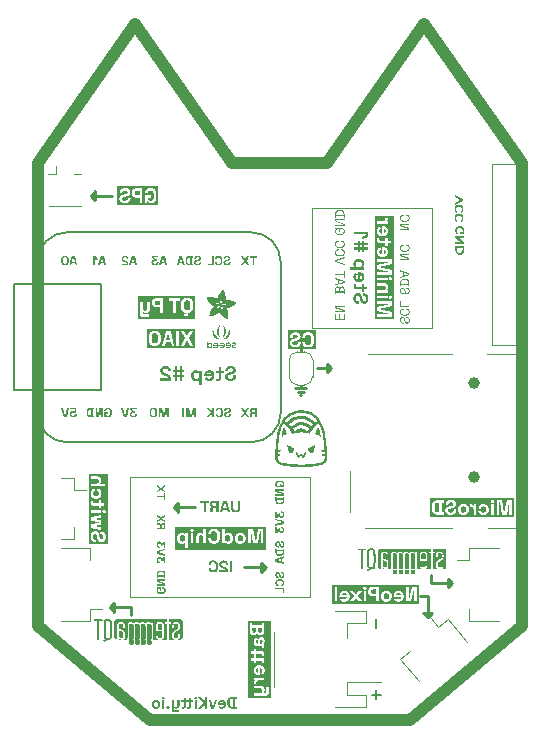
<source format=gbo>
G04 #@! TF.GenerationSoftware,KiCad,Pcbnew,7.0.7-7.0.7~ubuntu22.04.1*
G04 #@! TF.CreationDate,2024-02-20T19:32:11-08:00*
G04 #@! TF.ProjectId,v3.1-DevKitty,76332e31-2d44-4657-964b-697474792e6b,rev?*
G04 #@! TF.SameCoordinates,Original*
G04 #@! TF.FileFunction,Legend,Bot*
G04 #@! TF.FilePolarity,Positive*
%FSLAX46Y46*%
G04 Gerber Fmt 4.6, Leading zero omitted, Abs format (unit mm)*
G04 Created by KiCad (PCBNEW 7.0.7-7.0.7~ubuntu22.04.1) date 2024-02-20 19:32:11*
%MOMM*%
%LPD*%
G01*
G04 APERTURE LIST*
%ADD10C,1.000000*%
%ADD11C,0.187500*%
%ADD12C,0.250000*%
%ADD13C,0.160000*%
%ADD14C,0.150000*%
%ADD15C,0.120000*%
%ADD16C,0.200000*%
%ADD17C,1.000000*%
G04 APERTURE END LIST*
D10*
X-20500000Y18623200D02*
X-12250000Y30405400D01*
X-12250000Y30405400D02*
X-4000000Y18623200D01*
X20500000Y18623200D02*
X20500000Y-20623200D01*
X11000000Y-28594600D02*
X-11000000Y-28594600D01*
X-11000000Y-28594600D02*
X-20500000Y-20623200D01*
X20500000Y-20623200D02*
X11000000Y-28594600D01*
X4000000Y18623200D02*
X12250000Y30405400D01*
X-4000000Y18623200D02*
X4000000Y18623200D01*
X12250000Y30405400D02*
X20500000Y18623200D01*
X-20500000Y18623200D02*
X-20500000Y-20623200D01*
D11*
G36*
X15633706Y12863347D02*
G01*
X15633597Y12874126D01*
X15633271Y12884800D01*
X15632727Y12895369D01*
X15631966Y12905834D01*
X15630987Y12916195D01*
X15629790Y12926451D01*
X15628376Y12936602D01*
X15626745Y12946649D01*
X15624896Y12956592D01*
X15622829Y12966430D01*
X15620545Y12976164D01*
X15618044Y12985793D01*
X15615325Y12995318D01*
X15612388Y13004738D01*
X15609234Y13014054D01*
X15605862Y13023265D01*
X15602291Y13032326D01*
X15598538Y13041237D01*
X15594603Y13049998D01*
X15590486Y13058608D01*
X15586188Y13067068D01*
X15581708Y13075378D01*
X15577046Y13083537D01*
X15572202Y13091547D01*
X15567177Y13099405D01*
X15561970Y13107114D01*
X15556581Y13114673D01*
X15551011Y13122081D01*
X15545258Y13129339D01*
X15539324Y13136446D01*
X15533208Y13143404D01*
X15526911Y13150211D01*
X15520429Y13156849D01*
X15513807Y13163300D01*
X15507045Y13169563D01*
X15500143Y13175639D01*
X15493101Y13181527D01*
X15485918Y13187228D01*
X15478595Y13192741D01*
X15471132Y13198067D01*
X15463528Y13203205D01*
X15455785Y13208156D01*
X15447901Y13212920D01*
X15439876Y13217496D01*
X15431712Y13221884D01*
X15423407Y13226085D01*
X15414962Y13230099D01*
X15406377Y13233925D01*
X15397645Y13237541D01*
X15388806Y13240923D01*
X15379859Y13244072D01*
X15370805Y13246988D01*
X15361644Y13249671D01*
X15352375Y13252120D01*
X15342999Y13254336D01*
X15333516Y13256319D01*
X15323926Y13258068D01*
X15314228Y13259585D01*
X15304422Y13260868D01*
X15294510Y13261917D01*
X15284490Y13262734D01*
X15274363Y13263317D01*
X15264128Y13263667D01*
X15253786Y13263784D01*
X15243444Y13263667D01*
X15233210Y13263317D01*
X15223082Y13262734D01*
X15213062Y13261917D01*
X15203150Y13260868D01*
X15193345Y13259585D01*
X15183647Y13258068D01*
X15174056Y13256319D01*
X15164573Y13254336D01*
X15155197Y13252120D01*
X15145928Y13249671D01*
X15136767Y13246988D01*
X15127713Y13244072D01*
X15118767Y13240923D01*
X15109927Y13237541D01*
X15101195Y13233925D01*
X15092589Y13230097D01*
X15084125Y13226079D01*
X15075805Y13221871D01*
X15067627Y13217473D01*
X15059593Y13212884D01*
X15051702Y13208105D01*
X15043954Y13203135D01*
X15036349Y13197975D01*
X15028887Y13192625D01*
X15021568Y13187085D01*
X15014393Y13181354D01*
X15007360Y13175432D01*
X15000471Y13169321D01*
X14993725Y13163019D01*
X14987122Y13156527D01*
X14980662Y13149844D01*
X14974364Y13142968D01*
X14968248Y13135942D01*
X14962314Y13128766D01*
X14956562Y13121440D01*
X14950991Y13113963D01*
X14945602Y13106336D01*
X14940395Y13098558D01*
X14935370Y13090631D01*
X14930526Y13082553D01*
X14925864Y13074325D01*
X14921384Y13065946D01*
X14917086Y13057417D01*
X14912969Y13048738D01*
X14909034Y13039909D01*
X14905281Y13030930D01*
X14901710Y13021800D01*
X14898338Y13012538D01*
X14895184Y13003164D01*
X14892248Y12993676D01*
X14889528Y12984076D01*
X14887027Y12974362D01*
X14884743Y12964535D01*
X14882676Y12954596D01*
X14880827Y12944543D01*
X14879196Y12934377D01*
X14877782Y12924098D01*
X14876585Y12913706D01*
X14875607Y12903201D01*
X14874845Y12892583D01*
X14874301Y12881852D01*
X14873975Y12871007D01*
X14873866Y12860050D01*
X14873993Y12847899D01*
X14874373Y12835902D01*
X14875006Y12824057D01*
X14875893Y12812365D01*
X14877033Y12800827D01*
X14878426Y12789442D01*
X14880072Y12778210D01*
X14881972Y12767131D01*
X14884125Y12756205D01*
X14886532Y12745432D01*
X14889191Y12734813D01*
X14892104Y12724346D01*
X14895271Y12714033D01*
X14898690Y12703873D01*
X14902363Y12693866D01*
X14906290Y12684012D01*
X14910436Y12674311D01*
X14914813Y12664807D01*
X14919423Y12655500D01*
X14924264Y12646391D01*
X14929338Y12637480D01*
X14934643Y12628765D01*
X14940180Y12620249D01*
X14945949Y12611930D01*
X14951949Y12603808D01*
X14958182Y12595884D01*
X14964646Y12588158D01*
X14971342Y12580629D01*
X14978270Y12573297D01*
X14985430Y12566163D01*
X14992822Y12559226D01*
X15000445Y12552487D01*
X15101379Y12660931D01*
X15093636Y12668580D01*
X15086277Y12676344D01*
X15079301Y12684225D01*
X15072708Y12692221D01*
X15066498Y12700333D01*
X15060671Y12708561D01*
X15055228Y12716905D01*
X15050168Y12725365D01*
X15045491Y12733941D01*
X15041197Y12742633D01*
X15038547Y12748492D01*
X15034881Y12757400D01*
X15031575Y12766468D01*
X15028630Y12775698D01*
X15026045Y12785089D01*
X15023821Y12794640D01*
X15021958Y12804353D01*
X15020455Y12814226D01*
X15019313Y12824261D01*
X15018532Y12834456D01*
X15018111Y12844813D01*
X15018031Y12851807D01*
X15018180Y12861657D01*
X15018630Y12871357D01*
X15019378Y12880904D01*
X15020426Y12890301D01*
X15021774Y12899546D01*
X15023421Y12908640D01*
X15025367Y12917582D01*
X15027613Y12926373D01*
X15030159Y12935013D01*
X15033004Y12943502D01*
X15035067Y12949077D01*
X15038388Y12957248D01*
X15041964Y12965207D01*
X15045794Y12972953D01*
X15049879Y12980487D01*
X15054218Y12987808D01*
X15058811Y12994917D01*
X15063659Y13001813D01*
X15068761Y13008496D01*
X15074117Y13014967D01*
X15079728Y13021226D01*
X15083610Y13025280D01*
X15089588Y13031130D01*
X15095775Y13036724D01*
X15102172Y13042065D01*
X15108777Y13047151D01*
X15115593Y13051982D01*
X15122617Y13056559D01*
X15129851Y13060882D01*
X15137294Y13064951D01*
X15144946Y13068765D01*
X15152808Y13072325D01*
X15158165Y13074556D01*
X15166320Y13077634D01*
X15174643Y13080408D01*
X15183133Y13082880D01*
X15191790Y13085049D01*
X15200615Y13086916D01*
X15209608Y13088480D01*
X15218768Y13089741D01*
X15228095Y13090699D01*
X15237590Y13091355D01*
X15247252Y13091708D01*
X15253786Y13091775D01*
X15263301Y13091624D01*
X15272681Y13091170D01*
X15281926Y13090413D01*
X15291035Y13089354D01*
X15300009Y13087992D01*
X15308848Y13086327D01*
X15317552Y13084360D01*
X15326120Y13082090D01*
X15334553Y13079517D01*
X15342851Y13076642D01*
X15348308Y13074556D01*
X15356312Y13071166D01*
X15364114Y13067522D01*
X15371713Y13063623D01*
X15379108Y13059470D01*
X15386301Y13055062D01*
X15393291Y13050400D01*
X15400079Y13045484D01*
X15406663Y13040313D01*
X15413045Y13034888D01*
X15419223Y13029208D01*
X15423230Y13025280D01*
X15429046Y13019170D01*
X15434611Y13012860D01*
X15439925Y13006350D01*
X15444988Y12999641D01*
X15449800Y12992732D01*
X15454361Y12985623D01*
X15458670Y12978315D01*
X15462728Y12970807D01*
X15466535Y12963099D01*
X15470091Y12955192D01*
X15472322Y12949809D01*
X15475400Y12941587D01*
X15478174Y12933201D01*
X15480646Y12924650D01*
X15482815Y12915935D01*
X15484682Y12907056D01*
X15486246Y12898012D01*
X15487507Y12888805D01*
X15488465Y12879433D01*
X15489121Y12869897D01*
X15489474Y12860197D01*
X15489542Y12853639D01*
X15489398Y12844154D01*
X15488968Y12834727D01*
X15488252Y12825357D01*
X15487249Y12816046D01*
X15485959Y12806793D01*
X15484383Y12797598D01*
X15482520Y12788461D01*
X15480371Y12779381D01*
X15477935Y12770360D01*
X15475213Y12761396D01*
X15473238Y12755453D01*
X15469947Y12746539D01*
X15466257Y12737657D01*
X15462168Y12728808D01*
X15457679Y12719990D01*
X15452791Y12711205D01*
X15447504Y12702452D01*
X15441818Y12693731D01*
X15435732Y12685042D01*
X15429247Y12676386D01*
X15424702Y12670633D01*
X15419979Y12664894D01*
X15417551Y12662030D01*
X15540100Y12565860D01*
X15545739Y12573467D01*
X15551208Y12581221D01*
X15556507Y12589123D01*
X15561635Y12597172D01*
X15566593Y12605369D01*
X15571381Y12613713D01*
X15575999Y12622205D01*
X15580446Y12630843D01*
X15584723Y12639630D01*
X15588829Y12648563D01*
X15592765Y12657645D01*
X15596531Y12666873D01*
X15600127Y12676249D01*
X15603552Y12685772D01*
X15606807Y12695443D01*
X15609892Y12705261D01*
X15612776Y12715152D01*
X15615474Y12725042D01*
X15617985Y12734930D01*
X15620311Y12744817D01*
X15622450Y12754702D01*
X15624404Y12764586D01*
X15626171Y12774469D01*
X15627752Y12784350D01*
X15629148Y12794230D01*
X15630357Y12804108D01*
X15631380Y12813985D01*
X15632218Y12823860D01*
X15632869Y12833734D01*
X15633334Y12843607D01*
X15633613Y12853478D01*
X15633706Y12863347D01*
G37*
G36*
X15518118Y12721015D02*
G01*
X15242062Y12721015D01*
X15242062Y12565860D01*
X15540100Y12565860D01*
X15518118Y12721015D01*
G37*
G36*
X15621250Y12409056D02*
G01*
X14886323Y12409056D01*
X14886323Y12268555D01*
X15415902Y11834596D01*
X15415902Y11902557D01*
X14886323Y11902557D01*
X14886323Y11734579D01*
X15621250Y11734579D01*
X15621250Y11874897D01*
X15091670Y12308855D01*
X15091670Y12240894D01*
X15621250Y12240894D01*
X15621250Y12409056D01*
G37*
G36*
X15621250Y11227531D02*
G01*
X15621205Y11220037D01*
X15621071Y11212601D01*
X15620849Y11205221D01*
X15620537Y11197898D01*
X15619646Y11183423D01*
X15618399Y11169176D01*
X15616795Y11155156D01*
X15614835Y11141364D01*
X15612519Y11127799D01*
X15609846Y11114462D01*
X15606817Y11101352D01*
X15603432Y11088470D01*
X15599691Y11075815D01*
X15595593Y11063388D01*
X15591138Y11051189D01*
X15586328Y11039217D01*
X15581161Y11027472D01*
X15575637Y11015956D01*
X15569792Y11004708D01*
X15563659Y10993773D01*
X15557238Y10983150D01*
X15550530Y10972839D01*
X15543534Y10962840D01*
X15536250Y10953153D01*
X15528679Y10943777D01*
X15520820Y10934714D01*
X15512673Y10925963D01*
X15504239Y10917524D01*
X15495517Y10909396D01*
X15486508Y10901581D01*
X15477210Y10894078D01*
X15467626Y10886887D01*
X15457753Y10880007D01*
X15447593Y10873440D01*
X15437175Y10867229D01*
X15426530Y10861419D01*
X15415657Y10856009D01*
X15404556Y10851000D01*
X15393229Y10846392D01*
X15381673Y10842184D01*
X15369890Y10838378D01*
X15357879Y10834972D01*
X15345641Y10831966D01*
X15333176Y10829362D01*
X15320482Y10827158D01*
X15307562Y10825355D01*
X15294413Y10823952D01*
X15281037Y10822950D01*
X15267434Y10822349D01*
X15253603Y10822149D01*
X15239751Y10822349D01*
X15226128Y10822950D01*
X15212737Y10823952D01*
X15199576Y10825355D01*
X15186645Y10827158D01*
X15173944Y10829362D01*
X15161475Y10831966D01*
X15149235Y10834972D01*
X15137226Y10838378D01*
X15125447Y10842184D01*
X15113899Y10846392D01*
X15102581Y10851000D01*
X15091493Y10856009D01*
X15080636Y10861419D01*
X15070009Y10867229D01*
X15059613Y10873440D01*
X15049476Y10880007D01*
X15039626Y10886887D01*
X15030064Y10894078D01*
X15020790Y10901581D01*
X15011803Y10909396D01*
X15003104Y10917524D01*
X14994693Y10925963D01*
X14986569Y10934714D01*
X14978733Y10943777D01*
X14971185Y10953153D01*
X14963924Y10962840D01*
X14956951Y10972839D01*
X14950266Y10983150D01*
X14943868Y10993773D01*
X14937758Y11004708D01*
X14931935Y11015956D01*
X14926412Y11027472D01*
X14921245Y11039217D01*
X14916434Y11051189D01*
X14911980Y11063388D01*
X14907882Y11075815D01*
X14904140Y11088470D01*
X14900755Y11101352D01*
X14897726Y11114462D01*
X14895053Y11127799D01*
X14892737Y11141364D01*
X14890777Y11155156D01*
X14889174Y11169176D01*
X14887926Y11183423D01*
X14887035Y11197898D01*
X14886724Y11205221D01*
X14886501Y11212601D01*
X14886367Y11220037D01*
X14886323Y11227531D01*
X14886323Y11390746D01*
X15025541Y11390746D01*
X15025541Y11235408D01*
X15025651Y11226280D01*
X15025979Y11217307D01*
X15026527Y11208489D01*
X15027293Y11199825D01*
X15028278Y11191315D01*
X15029482Y11182960D01*
X15030906Y11174760D01*
X15032548Y11166714D01*
X15034409Y11158823D01*
X15036489Y11151087D01*
X15038788Y11143505D01*
X15041306Y11136077D01*
X15044043Y11128804D01*
X15046999Y11121686D01*
X15050174Y11114722D01*
X15053568Y11107913D01*
X15057139Y11101275D01*
X15060890Y11094824D01*
X15064821Y11088561D01*
X15071056Y11079517D01*
X15077697Y11070896D01*
X15084743Y11062696D01*
X15092195Y11054918D01*
X15100053Y11047562D01*
X15108317Y11040628D01*
X15116986Y11034115D01*
X15126061Y11028025D01*
X15132336Y11024199D01*
X15138756Y11020561D01*
X15145331Y11017158D01*
X15152060Y11013989D01*
X15158944Y11011055D01*
X15165982Y11008356D01*
X15173175Y11005892D01*
X15180522Y11003662D01*
X15188024Y11001667D01*
X15195680Y10999907D01*
X15203491Y10998382D01*
X15211457Y10997091D01*
X15219577Y10996034D01*
X15227852Y10995213D01*
X15236281Y10994626D01*
X15244865Y10994274D01*
X15253603Y10994157D01*
X15262255Y10994274D01*
X15270765Y10994626D01*
X15279131Y10995213D01*
X15287354Y10996034D01*
X15295434Y10997091D01*
X15303371Y10998382D01*
X15311165Y10999907D01*
X15318816Y11001667D01*
X15326323Y11003662D01*
X15333688Y11005892D01*
X15340909Y11008356D01*
X15347988Y11011055D01*
X15354923Y11013989D01*
X15361715Y11017158D01*
X15368364Y11020561D01*
X15374870Y11024199D01*
X15378052Y11026088D01*
X15384281Y11030008D01*
X15393279Y11036239D01*
X15401866Y11042892D01*
X15410040Y11049967D01*
X15417803Y11057464D01*
X15425153Y11065383D01*
X15432091Y11073723D01*
X15438617Y11082485D01*
X15442739Y11088561D01*
X15446677Y11094824D01*
X15450432Y11101275D01*
X15454004Y11107913D01*
X15457376Y11114722D01*
X15460530Y11121686D01*
X15463467Y11128804D01*
X15466186Y11136077D01*
X15468687Y11143505D01*
X15470971Y11151087D01*
X15473038Y11158823D01*
X15474887Y11166714D01*
X15476518Y11174760D01*
X15477932Y11182960D01*
X15479129Y11191315D01*
X15480108Y11199825D01*
X15480869Y11208489D01*
X15481413Y11217307D01*
X15481739Y11226280D01*
X15481848Y11235408D01*
X15481848Y11390746D01*
X15025541Y11390746D01*
X14886323Y11390746D01*
X14886323Y11561289D01*
X15621250Y11561289D01*
X15621250Y11227531D01*
G37*
G36*
X15551250Y15557070D02*
G01*
X14816323Y15874891D01*
X14816323Y15690427D01*
X15467169Y15414005D01*
X15467169Y15521899D01*
X14816323Y15240532D01*
X14816323Y15071638D01*
X15551250Y15388909D01*
X15551250Y15557070D01*
G37*
G36*
X15563706Y14667355D02*
G01*
X15563597Y14677999D01*
X15563271Y14688544D01*
X15562727Y14698990D01*
X15561966Y14709338D01*
X15560987Y14719587D01*
X15559790Y14729737D01*
X15558376Y14739788D01*
X15556745Y14749741D01*
X15554896Y14759595D01*
X15552829Y14769350D01*
X15550545Y14779006D01*
X15548044Y14788564D01*
X15545325Y14798023D01*
X15542388Y14807383D01*
X15539234Y14816645D01*
X15535862Y14825807D01*
X15532291Y14834845D01*
X15528538Y14843730D01*
X15524603Y14852465D01*
X15520486Y14861047D01*
X15516188Y14869478D01*
X15511708Y14877757D01*
X15507046Y14885884D01*
X15502202Y14893859D01*
X15497177Y14901683D01*
X15491970Y14909355D01*
X15486581Y14916876D01*
X15481011Y14924245D01*
X15475258Y14931462D01*
X15469324Y14938527D01*
X15463208Y14945441D01*
X15456911Y14952203D01*
X15450429Y14958797D01*
X15443807Y14965206D01*
X15437045Y14971431D01*
X15430143Y14977471D01*
X15423101Y14983326D01*
X15415918Y14988997D01*
X15408595Y14994483D01*
X15401132Y14999784D01*
X15393528Y15004901D01*
X15385785Y15009834D01*
X15377901Y15014581D01*
X15369876Y15019145D01*
X15361712Y15023523D01*
X15353407Y15027717D01*
X15344962Y15031726D01*
X15336377Y15035551D01*
X15327645Y15039166D01*
X15318806Y15042549D01*
X15309859Y15045698D01*
X15300805Y15048614D01*
X15291644Y15051297D01*
X15282375Y15053746D01*
X15272999Y15055962D01*
X15263516Y15057945D01*
X15253926Y15059694D01*
X15244228Y15061211D01*
X15234422Y15062494D01*
X15224510Y15063543D01*
X15214490Y15064360D01*
X15204363Y15064943D01*
X15194128Y15065293D01*
X15183786Y15065409D01*
X15173444Y15065293D01*
X15163210Y15064943D01*
X15153082Y15064360D01*
X15143062Y15063543D01*
X15133150Y15062494D01*
X15123345Y15061211D01*
X15113647Y15059694D01*
X15104056Y15057945D01*
X15094573Y15055962D01*
X15085197Y15053746D01*
X15075928Y15051297D01*
X15066767Y15048614D01*
X15057713Y15045698D01*
X15048767Y15042549D01*
X15039927Y15039166D01*
X15031195Y15035551D01*
X15022589Y15031725D01*
X15014125Y15027711D01*
X15005805Y15023510D01*
X14997627Y15019122D01*
X14989593Y15014546D01*
X14981702Y15009782D01*
X14973954Y15004831D01*
X14966349Y14999693D01*
X14958887Y14994367D01*
X14951568Y14988854D01*
X14944393Y14983153D01*
X14937360Y14977265D01*
X14930471Y14971189D01*
X14923725Y14964925D01*
X14917122Y14958475D01*
X14910662Y14951837D01*
X14904364Y14945031D01*
X14898248Y14938078D01*
X14892314Y14930977D01*
X14886562Y14923730D01*
X14880991Y14916334D01*
X14875602Y14908792D01*
X14870395Y14901102D01*
X14865370Y14893264D01*
X14860526Y14885279D01*
X14855864Y14877147D01*
X14851384Y14868867D01*
X14847086Y14860440D01*
X14842969Y14851866D01*
X14839034Y14843144D01*
X14835281Y14834274D01*
X14831710Y14825258D01*
X14828338Y14816094D01*
X14825184Y14806831D01*
X14822248Y14797467D01*
X14819528Y14788003D01*
X14817027Y14778439D01*
X14814743Y14768775D01*
X14812676Y14759010D01*
X14810827Y14749146D01*
X14809196Y14739181D01*
X14807782Y14729116D01*
X14806585Y14718951D01*
X14805607Y14708685D01*
X14804845Y14698320D01*
X14804301Y14687854D01*
X14803975Y14677288D01*
X14803866Y14666622D01*
X14803996Y14654762D01*
X14804384Y14643043D01*
X14805032Y14631464D01*
X14805939Y14620025D01*
X14807104Y14608726D01*
X14808529Y14597568D01*
X14810213Y14586550D01*
X14812155Y14575672D01*
X14814357Y14564934D01*
X14816818Y14554337D01*
X14819538Y14543880D01*
X14822517Y14533563D01*
X14825755Y14523386D01*
X14829251Y14513350D01*
X14833007Y14503454D01*
X14837022Y14493698D01*
X14841264Y14484112D01*
X14845746Y14474724D01*
X14850469Y14465536D01*
X14855432Y14456546D01*
X14860636Y14447756D01*
X14866080Y14439164D01*
X14871764Y14430771D01*
X14877689Y14422578D01*
X14883854Y14414583D01*
X14890260Y14406787D01*
X14896906Y14399190D01*
X14903792Y14391792D01*
X14910919Y14384592D01*
X14918287Y14377592D01*
X14925894Y14370791D01*
X14933743Y14364188D01*
X15034859Y14473182D01*
X15027005Y14480300D01*
X15019519Y14487573D01*
X15012400Y14495000D01*
X15005647Y14502582D01*
X14999262Y14510319D01*
X14993244Y14518210D01*
X14987593Y14526256D01*
X14982309Y14534456D01*
X14977392Y14542811D01*
X14972842Y14551320D01*
X14970013Y14557079D01*
X14966084Y14565846D01*
X14962542Y14574768D01*
X14959387Y14583844D01*
X14956617Y14593074D01*
X14954235Y14602460D01*
X14952238Y14611999D01*
X14950628Y14621694D01*
X14949405Y14631543D01*
X14948567Y14641546D01*
X14948117Y14651704D01*
X14948031Y14658562D01*
X14948180Y14668138D01*
X14948630Y14677562D01*
X14949378Y14686835D01*
X14950426Y14695957D01*
X14951774Y14704927D01*
X14953421Y14713746D01*
X14955367Y14722414D01*
X14957613Y14730930D01*
X14960159Y14739295D01*
X14963004Y14747509D01*
X14965067Y14752901D01*
X14968388Y14760838D01*
X14971964Y14768576D01*
X14975794Y14776114D01*
X14979879Y14783452D01*
X14984218Y14790591D01*
X14988811Y14797530D01*
X14993659Y14804269D01*
X14998761Y14810809D01*
X15004117Y14817149D01*
X15009728Y14823290D01*
X15013610Y14827273D01*
X15019589Y14833056D01*
X15025782Y14838592D01*
X15032186Y14843880D01*
X15038803Y14848920D01*
X15045633Y14853712D01*
X15052675Y14858256D01*
X15059930Y14862552D01*
X15067397Y14866600D01*
X15075076Y14870400D01*
X15082969Y14873952D01*
X15088348Y14876182D01*
X15096533Y14879260D01*
X15104875Y14882034D01*
X15113376Y14884506D01*
X15122034Y14886675D01*
X15130850Y14888542D01*
X15139823Y14890106D01*
X15148955Y14891367D01*
X15158244Y14892325D01*
X15167691Y14892981D01*
X15177295Y14893334D01*
X15183786Y14893401D01*
X15193465Y14893250D01*
X15202992Y14892796D01*
X15212368Y14892039D01*
X15221593Y14890980D01*
X15230667Y14889618D01*
X15239589Y14887953D01*
X15248359Y14885986D01*
X15256979Y14883716D01*
X15265447Y14881143D01*
X15273764Y14878267D01*
X15279224Y14876182D01*
X15287227Y14872795D01*
X15295023Y14869161D01*
X15302614Y14865278D01*
X15309999Y14861147D01*
X15317177Y14856768D01*
X15324149Y14852142D01*
X15330916Y14847267D01*
X15337476Y14842145D01*
X15343830Y14836774D01*
X15349978Y14831156D01*
X15353962Y14827273D01*
X15359743Y14821265D01*
X15365269Y14815058D01*
X15370541Y14808651D01*
X15375558Y14802045D01*
X15380321Y14795239D01*
X15384829Y14788233D01*
X15389083Y14781028D01*
X15393083Y14773623D01*
X15396829Y14766019D01*
X15400320Y14758214D01*
X15402506Y14752901D01*
X15405550Y14744788D01*
X15408295Y14736524D01*
X15410741Y14728108D01*
X15412887Y14719542D01*
X15414734Y14710823D01*
X15416281Y14701954D01*
X15417529Y14692933D01*
X15418477Y14683761D01*
X15419126Y14674437D01*
X15419475Y14664963D01*
X15419542Y14658562D01*
X15419348Y14648301D01*
X15418769Y14638194D01*
X15417803Y14628242D01*
X15416450Y14618445D01*
X15414712Y14608802D01*
X15412586Y14599314D01*
X15410075Y14589980D01*
X15407177Y14580801D01*
X15403892Y14571777D01*
X15400222Y14562907D01*
X15397560Y14557079D01*
X15393250Y14548467D01*
X15388563Y14540009D01*
X15383500Y14531705D01*
X15378059Y14523557D01*
X15372242Y14515563D01*
X15366049Y14507723D01*
X15359478Y14500038D01*
X15352531Y14492507D01*
X15345207Y14485131D01*
X15337507Y14477910D01*
X15332164Y14473182D01*
X15433097Y14364188D01*
X15440904Y14370791D01*
X15448479Y14377592D01*
X15455822Y14384592D01*
X15462933Y14391792D01*
X15469812Y14399190D01*
X15476460Y14406787D01*
X15482875Y14414583D01*
X15489059Y14422578D01*
X15495011Y14430771D01*
X15500731Y14439164D01*
X15506220Y14447756D01*
X15511476Y14456546D01*
X15516501Y14465536D01*
X15521293Y14474724D01*
X15525854Y14484112D01*
X15530184Y14493698D01*
X15534243Y14503457D01*
X15538040Y14513361D01*
X15541576Y14523412D01*
X15544850Y14533609D01*
X15547861Y14543951D01*
X15550611Y14554440D01*
X15553099Y14565075D01*
X15555325Y14575855D01*
X15557290Y14586782D01*
X15558992Y14597854D01*
X15560432Y14609073D01*
X15561611Y14620437D01*
X15562527Y14631948D01*
X15563182Y14643604D01*
X15563575Y14655406D01*
X15563706Y14667355D01*
G37*
G36*
X15563706Y13913377D02*
G01*
X15563597Y13924021D01*
X15563271Y13934566D01*
X15562727Y13945012D01*
X15561966Y13955360D01*
X15560987Y13965609D01*
X15559790Y13975759D01*
X15558376Y13985811D01*
X15556745Y13995763D01*
X15554896Y14005617D01*
X15552829Y14015372D01*
X15550545Y14025029D01*
X15548044Y14034586D01*
X15545325Y14044045D01*
X15542388Y14053405D01*
X15539234Y14062667D01*
X15535862Y14071830D01*
X15532291Y14080867D01*
X15528538Y14089753D01*
X15524603Y14098487D01*
X15520486Y14107069D01*
X15516188Y14115500D01*
X15511708Y14123779D01*
X15507046Y14131906D01*
X15502202Y14139882D01*
X15497177Y14147706D01*
X15491970Y14155378D01*
X15486581Y14162898D01*
X15481011Y14170267D01*
X15475258Y14177484D01*
X15469324Y14184550D01*
X15463208Y14191463D01*
X15456911Y14198225D01*
X15450429Y14204819D01*
X15443807Y14211228D01*
X15437045Y14217453D01*
X15430143Y14223493D01*
X15423101Y14229348D01*
X15415918Y14235019D01*
X15408595Y14240505D01*
X15401132Y14245807D01*
X15393528Y14250924D01*
X15385785Y14255856D01*
X15377901Y14260604D01*
X15369876Y14265167D01*
X15361712Y14269545D01*
X15353407Y14273739D01*
X15344962Y14277748D01*
X15336377Y14281573D01*
X15327645Y14285189D01*
X15318806Y14288571D01*
X15309859Y14291720D01*
X15300805Y14294636D01*
X15291644Y14297319D01*
X15282375Y14299768D01*
X15272999Y14301984D01*
X15263516Y14303967D01*
X15253926Y14305717D01*
X15244228Y14307233D01*
X15234422Y14308516D01*
X15224510Y14309566D01*
X15214490Y14310382D01*
X15204363Y14310965D01*
X15194128Y14311315D01*
X15183786Y14311432D01*
X15173444Y14311315D01*
X15163210Y14310965D01*
X15153082Y14310382D01*
X15143062Y14309566D01*
X15133150Y14308516D01*
X15123345Y14307233D01*
X15113647Y14305717D01*
X15104056Y14303967D01*
X15094573Y14301984D01*
X15085197Y14299768D01*
X15075928Y14297319D01*
X15066767Y14294636D01*
X15057713Y14291720D01*
X15048767Y14288571D01*
X15039927Y14285189D01*
X15031195Y14281573D01*
X15022589Y14277747D01*
X15014125Y14273733D01*
X15005805Y14269532D01*
X14997627Y14265144D01*
X14989593Y14260568D01*
X14981702Y14255805D01*
X14973954Y14250854D01*
X14966349Y14245715D01*
X14958887Y14240389D01*
X14951568Y14234876D01*
X14944393Y14229175D01*
X14937360Y14223287D01*
X14930471Y14217211D01*
X14923725Y14210948D01*
X14917122Y14204497D01*
X14910662Y14197859D01*
X14904364Y14191053D01*
X14898248Y14184100D01*
X14892314Y14177000D01*
X14886562Y14169752D01*
X14880991Y14162357D01*
X14875602Y14154814D01*
X14870395Y14147124D01*
X14865370Y14139286D01*
X14860526Y14131302D01*
X14855864Y14123169D01*
X14851384Y14114890D01*
X14847086Y14106462D01*
X14842969Y14097888D01*
X14839034Y14089166D01*
X14835281Y14080297D01*
X14831710Y14071280D01*
X14828338Y14062117D01*
X14825184Y14052853D01*
X14822248Y14043489D01*
X14819528Y14034025D01*
X14817027Y14024461D01*
X14814743Y14014797D01*
X14812676Y14005032D01*
X14810827Y13995168D01*
X14809196Y13985203D01*
X14807782Y13975138D01*
X14806585Y13964973D01*
X14805607Y13954707D01*
X14804845Y13944342D01*
X14804301Y13933876D01*
X14803975Y13923310D01*
X14803866Y13912644D01*
X14803996Y13900785D01*
X14804384Y13889065D01*
X14805032Y13877486D01*
X14805939Y13866047D01*
X14807104Y13854749D01*
X14808529Y13843590D01*
X14810213Y13832572D01*
X14812155Y13821694D01*
X14814357Y13810957D01*
X14816818Y13800359D01*
X14819538Y13789902D01*
X14822517Y13779585D01*
X14825755Y13769409D01*
X14829251Y13759372D01*
X14833007Y13749476D01*
X14837022Y13739720D01*
X14841264Y13730134D01*
X14845746Y13720747D01*
X14850469Y13711558D01*
X14855432Y13702569D01*
X14860636Y13693778D01*
X14866080Y13685186D01*
X14871764Y13676794D01*
X14877689Y13668600D01*
X14883854Y13660605D01*
X14890260Y13652809D01*
X14896906Y13645212D01*
X14903792Y13637814D01*
X14910919Y13630615D01*
X14918287Y13623614D01*
X14925894Y13616813D01*
X14933743Y13610211D01*
X15034859Y13719204D01*
X15027005Y13726322D01*
X15019519Y13733595D01*
X15012400Y13741023D01*
X15005647Y13748605D01*
X14999262Y13756341D01*
X14993244Y13764232D01*
X14987593Y13772278D01*
X14982309Y13780478D01*
X14977392Y13788833D01*
X14972842Y13797343D01*
X14970013Y13803101D01*
X14966084Y13811868D01*
X14962542Y13820790D01*
X14959387Y13829866D01*
X14956617Y13839097D01*
X14954235Y13848482D01*
X14952238Y13858022D01*
X14950628Y13867716D01*
X14949405Y13877565D01*
X14948567Y13887568D01*
X14948117Y13897726D01*
X14948031Y13904584D01*
X14948180Y13914160D01*
X14948630Y13923584D01*
X14949378Y13932857D01*
X14950426Y13941979D01*
X14951774Y13950950D01*
X14953421Y13959769D01*
X14955367Y13968436D01*
X14957613Y13976953D01*
X14960159Y13985318D01*
X14963004Y13993531D01*
X14965067Y13998923D01*
X14968388Y14006860D01*
X14971964Y14014598D01*
X14975794Y14022136D01*
X14979879Y14029474D01*
X14984218Y14036613D01*
X14988811Y14043552D01*
X14993659Y14050292D01*
X14998761Y14056832D01*
X15004117Y14063172D01*
X15009728Y14069312D01*
X15013610Y14073295D01*
X15019589Y14079079D01*
X15025782Y14084614D01*
X15032186Y14089902D01*
X15038803Y14094942D01*
X15045633Y14099734D01*
X15052675Y14104278D01*
X15059930Y14108574D01*
X15067397Y14112622D01*
X15075076Y14116422D01*
X15082969Y14119974D01*
X15088348Y14122205D01*
X15096533Y14125282D01*
X15104875Y14128056D01*
X15113376Y14130528D01*
X15122034Y14132698D01*
X15130850Y14134564D01*
X15139823Y14136128D01*
X15148955Y14137389D01*
X15158244Y14138348D01*
X15167691Y14139003D01*
X15177295Y14139357D01*
X15183786Y14139424D01*
X15193465Y14139272D01*
X15202992Y14138818D01*
X15212368Y14138062D01*
X15221593Y14137002D01*
X15230667Y14135640D01*
X15239589Y14133976D01*
X15248359Y14132008D01*
X15256979Y14129738D01*
X15265447Y14127165D01*
X15273764Y14124290D01*
X15279224Y14122205D01*
X15287227Y14118818D01*
X15295023Y14115183D01*
X15302614Y14111300D01*
X15309999Y14107169D01*
X15317177Y14102791D01*
X15324149Y14098164D01*
X15330916Y14093290D01*
X15337476Y14088167D01*
X15343830Y14082797D01*
X15349978Y14077178D01*
X15353962Y14073295D01*
X15359743Y14067288D01*
X15365269Y14061081D01*
X15370541Y14054674D01*
X15375558Y14048067D01*
X15380321Y14041261D01*
X15384829Y14034256D01*
X15389083Y14027050D01*
X15393083Y14019646D01*
X15396829Y14012041D01*
X15400320Y14004237D01*
X15402506Y13998923D01*
X15405550Y13990810D01*
X15408295Y13982546D01*
X15410741Y13974131D01*
X15412887Y13965564D01*
X15414734Y13956846D01*
X15416281Y13947976D01*
X15417529Y13938955D01*
X15418477Y13929783D01*
X15419126Y13920460D01*
X15419475Y13910985D01*
X15419542Y13904584D01*
X15419348Y13894323D01*
X15418769Y13884217D01*
X15417803Y13874265D01*
X15416450Y13864467D01*
X15414712Y13854825D01*
X15412586Y13845336D01*
X15410075Y13836003D01*
X15407177Y13826823D01*
X15403892Y13817799D01*
X15400222Y13808929D01*
X15397560Y13803101D01*
X15393250Y13794489D01*
X15388563Y13786031D01*
X15383500Y13777728D01*
X15378059Y13769579D01*
X15372242Y13761585D01*
X15366049Y13753745D01*
X15359478Y13746060D01*
X15352531Y13738530D01*
X15345207Y13731154D01*
X15337507Y13723932D01*
X15332164Y13719204D01*
X15433097Y13610211D01*
X15440904Y13616813D01*
X15448479Y13623614D01*
X15455822Y13630615D01*
X15462933Y13637814D01*
X15469812Y13645212D01*
X15476460Y13652809D01*
X15482875Y13660605D01*
X15489059Y13668600D01*
X15495011Y13676794D01*
X15500731Y13685186D01*
X15506220Y13693778D01*
X15511476Y13702569D01*
X15516501Y13711558D01*
X15521293Y13720747D01*
X15525854Y13730134D01*
X15530184Y13739720D01*
X15534243Y13749479D01*
X15538040Y13759384D01*
X15541576Y13769435D01*
X15544850Y13779631D01*
X15547861Y13789974D01*
X15550611Y13800462D01*
X15553099Y13811097D01*
X15555325Y13821878D01*
X15557290Y13832804D01*
X15558992Y13843877D01*
X15560432Y13855095D01*
X15561611Y13866460D01*
X15562527Y13877970D01*
X15563182Y13889626D01*
X15563575Y13901429D01*
X15563706Y13913377D01*
G37*
D12*
X-15620000Y15475000D02*
X-15620000Y16205000D01*
X1732500Y-1070000D02*
X1847500Y-1070000D01*
X1315000Y-470000D02*
X2260000Y-470000D01*
X-12590000Y-19020000D02*
X-14400000Y-19020000D01*
X14250000Y-16605000D02*
X14620000Y-16965000D01*
X-14400000Y-19020000D02*
X-14030000Y-18650000D01*
X-12590000Y-19690000D02*
X-12590000Y-19020000D01*
X12170000Y-19500000D02*
X12900000Y-19500000D01*
X1810000Y2900000D02*
X1810000Y2685000D01*
X12810000Y-16295000D02*
X12810000Y-16965000D01*
X14250000Y-16605000D02*
X14250000Y-17335000D01*
X4010000Y1605000D02*
X4010000Y875000D01*
X12810000Y-16965000D02*
X14620000Y-16965000D01*
X1535000Y-770000D02*
X2040000Y-770000D01*
X-14030000Y-19380000D02*
X-14030000Y-18650000D01*
X4010000Y1605000D02*
X4380000Y1245000D01*
X1787500Y-255000D02*
X1787500Y-470000D01*
X-14030000Y-19380000D02*
X-14400000Y-19020000D01*
X12530000Y-18060000D02*
X12530000Y-19870000D01*
X4380000Y1245000D02*
X4010000Y875000D01*
X12530000Y-19870000D02*
X12900000Y-19500000D01*
X12170000Y-19500000D02*
X12530000Y-19870000D01*
X11860000Y-18060000D02*
X12530000Y-18060000D01*
X14620000Y-16965000D02*
X14250000Y-17335000D01*
X-15620000Y15475000D02*
X-15990000Y15835000D01*
X-15990000Y15835000D02*
X-15620000Y16205000D01*
X-14180000Y15835000D02*
X-15990000Y15835000D01*
X3180000Y1245000D02*
X4380000Y1245000D01*
G36*
X-11854230Y15879179D02*
G01*
X-12104579Y15879179D01*
X-12119701Y15879578D01*
X-12134271Y15880778D01*
X-12148288Y15882777D01*
X-12161752Y15885576D01*
X-12174663Y15889174D01*
X-12187022Y15893572D01*
X-12198828Y15898770D01*
X-12210081Y15904767D01*
X-12220781Y15911564D01*
X-12230928Y15919160D01*
X-12237386Y15924669D01*
X-12246443Y15933491D01*
X-12254610Y15942898D01*
X-12261885Y15952890D01*
X-12268269Y15963466D01*
X-12273763Y15974628D01*
X-12278366Y15986375D01*
X-12282078Y15998707D01*
X-12284899Y16011623D01*
X-12286829Y16025125D01*
X-12287869Y16039211D01*
X-12288066Y16048927D01*
X-12288066Y16066635D01*
X-12287621Y16081112D01*
X-12286285Y16095003D01*
X-12284058Y16108310D01*
X-12280940Y16121032D01*
X-12276931Y16133168D01*
X-12272031Y16144720D01*
X-12266240Y16155687D01*
X-12259559Y16166069D01*
X-12251986Y16175865D01*
X-12243523Y16185077D01*
X-12237386Y16190894D01*
X-12227607Y16199023D01*
X-12217275Y16206353D01*
X-12206391Y16212884D01*
X-12194954Y16218614D01*
X-12182964Y16223545D01*
X-12170421Y16227677D01*
X-12157325Y16231009D01*
X-12143677Y16233541D01*
X-12129476Y16235273D01*
X-12114722Y16236206D01*
X-12104579Y16236384D01*
X-11854230Y16236384D01*
X-11854230Y15879179D01*
G37*
G36*
X-10259051Y15018254D02*
G01*
X-13747081Y15018254D01*
X-13747081Y15574791D01*
X-13568510Y15574791D01*
X-13568288Y15560891D01*
X-13567622Y15547204D01*
X-13566513Y15533729D01*
X-13564960Y15520466D01*
X-13562964Y15507416D01*
X-13560524Y15494577D01*
X-13557640Y15481951D01*
X-13554313Y15469538D01*
X-13550542Y15457336D01*
X-13546327Y15445347D01*
X-13541669Y15433570D01*
X-13536567Y15422006D01*
X-13531022Y15410653D01*
X-13525032Y15399513D01*
X-13518600Y15388586D01*
X-13511723Y15377870D01*
X-13504439Y15367404D01*
X-13496782Y15357224D01*
X-13488754Y15347330D01*
X-13480353Y15337723D01*
X-13471581Y15328402D01*
X-13462436Y15319366D01*
X-13452919Y15310618D01*
X-13443030Y15302155D01*
X-13432769Y15293979D01*
X-13422136Y15286088D01*
X-13411130Y15278484D01*
X-13399753Y15271167D01*
X-13388004Y15264135D01*
X-13375882Y15257390D01*
X-13363389Y15250931D01*
X-13350523Y15244758D01*
X-13337363Y15238954D01*
X-13323909Y15233524D01*
X-13310162Y15228468D01*
X-13296122Y15223787D01*
X-13281788Y15219481D01*
X-13267161Y15215549D01*
X-13252240Y15211991D01*
X-13237026Y15208808D01*
X-13221519Y15206000D01*
X-13205718Y15203566D01*
X-13189624Y15201506D01*
X-13173237Y15199821D01*
X-13156556Y15198510D01*
X-13139582Y15197574D01*
X-13122314Y15197012D01*
X-13104754Y15196825D01*
X-13087175Y15197023D01*
X-13069853Y15197617D01*
X-13052790Y15198607D01*
X-13035984Y15199993D01*
X-13019435Y15201774D01*
X-13003145Y15203952D01*
X-12987111Y15206526D01*
X-12971336Y15209495D01*
X-12955818Y15212861D01*
X-12940557Y15216622D01*
X-12925555Y15220780D01*
X-12910809Y15225333D01*
X-12896322Y15230282D01*
X-12882092Y15235627D01*
X-12868119Y15241369D01*
X-12854405Y15247506D01*
X-12841040Y15254011D01*
X-12828044Y15260858D01*
X-12815414Y15268046D01*
X-12803152Y15275574D01*
X-12791257Y15283444D01*
X-12779729Y15291655D01*
X-12768569Y15300207D01*
X-12757776Y15309101D01*
X-12747350Y15318335D01*
X-12737292Y15327910D01*
X-12727601Y15337827D01*
X-12718277Y15348084D01*
X-12709321Y15358683D01*
X-12700732Y15369622D01*
X-12692510Y15380903D01*
X-12684656Y15392525D01*
X-12677262Y15404506D01*
X-12670345Y15416787D01*
X-12663905Y15429369D01*
X-12657942Y15442251D01*
X-12652456Y15455434D01*
X-12647447Y15468917D01*
X-12642915Y15482701D01*
X-12638860Y15496786D01*
X-12635283Y15511171D01*
X-12632182Y15525857D01*
X-12629558Y15540843D01*
X-12627411Y15556129D01*
X-12625742Y15571717D01*
X-12624549Y15587604D01*
X-12623834Y15603792D01*
X-12623595Y15620281D01*
X-12623595Y15669130D01*
X-12851046Y15669130D01*
X-12851046Y15620281D01*
X-12851312Y15606719D01*
X-12852110Y15593586D01*
X-12853440Y15580883D01*
X-12855301Y15568609D01*
X-12859091Y15551002D01*
X-12864078Y15534362D01*
X-12870261Y15518688D01*
X-12877641Y15503980D01*
X-12886218Y15490237D01*
X-12895991Y15477461D01*
X-12906962Y15465651D01*
X-12919129Y15454807D01*
X-12932381Y15444986D01*
X-12946492Y15436131D01*
X-12961461Y15428242D01*
X-12977289Y15421319D01*
X-12993976Y15415362D01*
X-13011521Y15410371D01*
X-13023695Y15407580D01*
X-13036251Y15405219D01*
X-13049188Y15403287D01*
X-13062507Y15401784D01*
X-13076208Y15400711D01*
X-13090290Y15400067D01*
X-13104754Y15399852D01*
X-13119401Y15400036D01*
X-13133576Y15400587D01*
X-13147279Y15401505D01*
X-13160510Y15402791D01*
X-13173268Y15404444D01*
X-13185554Y15406464D01*
X-13203098Y15410183D01*
X-13219579Y15414728D01*
X-13234997Y15420101D01*
X-13249353Y15426299D01*
X-13262646Y15433324D01*
X-13274877Y15441175D01*
X-13282440Y15446869D01*
X-13292916Y15455972D01*
X-13302361Y15465538D01*
X-13310776Y15475564D01*
X-13318161Y15486053D01*
X-13324515Y15497002D01*
X-13329839Y15508414D01*
X-13334132Y15520287D01*
X-13337395Y15532621D01*
X-13339627Y15545417D01*
X-13340829Y15558674D01*
X-13341058Y15567769D01*
X-13340605Y15580139D01*
X-13338764Y15594755D01*
X-13335507Y15608433D01*
X-13330833Y15621171D01*
X-13324744Y15632970D01*
X-13317238Y15643830D01*
X-13312055Y15649896D01*
X-13302438Y15659527D01*
X-13291524Y15668578D01*
X-13279314Y15677047D01*
X-13268611Y15683403D01*
X-13257079Y15689387D01*
X-13244716Y15695000D01*
X-13231524Y15700240D01*
X-13228096Y15701492D01*
X-13213985Y15706491D01*
X-13199130Y15711414D01*
X-13183531Y15716261D01*
X-13171344Y15719846D01*
X-13158737Y15723388D01*
X-13145712Y15726887D01*
X-13132269Y15730343D01*
X-13118407Y15733756D01*
X-13104126Y15737127D01*
X-13094373Y15739350D01*
X-13054073Y15747898D01*
X-13038453Y15751466D01*
X-13023113Y15755149D01*
X-13008056Y15758946D01*
X-12993280Y15762858D01*
X-12978785Y15766884D01*
X-12964571Y15771025D01*
X-12950640Y15775280D01*
X-12936989Y15779650D01*
X-12923620Y15784134D01*
X-12910533Y15788732D01*
X-12897727Y15793446D01*
X-12885202Y15798273D01*
X-12872959Y15803215D01*
X-12860997Y15808272D01*
X-12849317Y15813443D01*
X-12837918Y15818729D01*
X-12826824Y15824214D01*
X-12810794Y15832837D01*
X-12795500Y15841932D01*
X-12780941Y15851499D01*
X-12767118Y15861538D01*
X-12754029Y15872049D01*
X-12741676Y15883033D01*
X-12730058Y15894489D01*
X-12719175Y15906417D01*
X-12709028Y15918818D01*
X-12699616Y15931691D01*
X-12691050Y15945170D01*
X-12683326Y15959390D01*
X-12676445Y15974350D01*
X-12670407Y15990052D01*
X-12665211Y16006493D01*
X-12660858Y16023676D01*
X-12657347Y16041598D01*
X-12656746Y16045569D01*
X-12519181Y16045569D01*
X-12518980Y16031448D01*
X-12518375Y16017553D01*
X-12517367Y16003884D01*
X-12515957Y15990443D01*
X-12514143Y15977228D01*
X-12511926Y15964239D01*
X-12509305Y15951477D01*
X-12506282Y15938942D01*
X-12502856Y15926633D01*
X-12499026Y15914551D01*
X-12494794Y15902695D01*
X-12490158Y15891066D01*
X-12485120Y15879664D01*
X-12479678Y15868488D01*
X-12473833Y15857539D01*
X-12467585Y15846816D01*
X-12460991Y15836357D01*
X-12454109Y15826199D01*
X-12443244Y15811525D01*
X-12431730Y15797527D01*
X-12419566Y15784205D01*
X-12406753Y15771559D01*
X-12393291Y15759590D01*
X-12379179Y15748296D01*
X-12364418Y15737679D01*
X-12349008Y15727739D01*
X-12338374Y15721487D01*
X-12327451Y15715536D01*
X-12316329Y15709916D01*
X-12305020Y15704660D01*
X-12293526Y15699765D01*
X-12281846Y15695233D01*
X-12269980Y15691064D01*
X-12257927Y15687257D01*
X-12245689Y15683813D01*
X-12233265Y15680731D01*
X-12220654Y15678012D01*
X-12207858Y15675656D01*
X-12194875Y15673662D01*
X-12181706Y15672030D01*
X-12168352Y15670761D01*
X-12154811Y15669855D01*
X-12141084Y15669311D01*
X-12127172Y15669130D01*
X-11854230Y15669130D01*
X-11854230Y15221250D01*
X-11623115Y15221250D01*
X-11403602Y15221250D01*
X-11189890Y15221250D01*
X-11189890Y15338486D01*
X-11158443Y15338486D01*
X-11153338Y15327252D01*
X-11147180Y15315760D01*
X-11139971Y15304011D01*
X-11131710Y15292004D01*
X-11124022Y15281801D01*
X-11119059Y15275594D01*
X-11109905Y15265455D01*
X-11099423Y15255838D01*
X-11087615Y15246743D01*
X-11077213Y15239843D01*
X-11065962Y15233276D01*
X-11053862Y15227044D01*
X-11040913Y15221145D01*
X-11037543Y15219723D01*
X-11023399Y15214356D01*
X-11007986Y15209705D01*
X-10995593Y15206686D01*
X-10982487Y15204070D01*
X-10968667Y15201856D01*
X-10954133Y15200045D01*
X-10938886Y15198636D01*
X-10922924Y15197630D01*
X-10906249Y15197026D01*
X-10888860Y15196825D01*
X-10873228Y15197047D01*
X-10857777Y15197713D01*
X-10842507Y15198822D01*
X-10827418Y15200374D01*
X-10812511Y15202371D01*
X-10797784Y15204811D01*
X-10783240Y15207694D01*
X-10768876Y15211022D01*
X-10754694Y15214793D01*
X-10740693Y15219007D01*
X-10726873Y15223666D01*
X-10713234Y15228768D01*
X-10699777Y15234313D01*
X-10686501Y15240302D01*
X-10673407Y15246735D01*
X-10660493Y15253612D01*
X-10647872Y15260915D01*
X-10635578Y15268629D01*
X-10623610Y15276753D01*
X-10611969Y15285287D01*
X-10600655Y15294231D01*
X-10589668Y15303586D01*
X-10579007Y15313351D01*
X-10568673Y15323526D01*
X-10558666Y15334112D01*
X-10548986Y15345107D01*
X-10539632Y15356513D01*
X-10530606Y15368329D01*
X-10521906Y15380556D01*
X-10513532Y15393193D01*
X-10505486Y15406240D01*
X-10497766Y15419697D01*
X-10490483Y15433585D01*
X-10483670Y15447847D01*
X-10477327Y15462483D01*
X-10471453Y15477495D01*
X-10466049Y15492880D01*
X-10461116Y15508640D01*
X-10456652Y15524775D01*
X-10452658Y15541284D01*
X-10449134Y15558167D01*
X-10446079Y15575425D01*
X-10443495Y15593058D01*
X-10441381Y15611065D01*
X-10439736Y15629446D01*
X-10438561Y15648202D01*
X-10437857Y15667333D01*
X-10437622Y15686837D01*
X-10437622Y15980845D01*
X-10437751Y15995507D01*
X-10438140Y16009955D01*
X-10438789Y16024189D01*
X-10439697Y16038208D01*
X-10440864Y16052014D01*
X-10442291Y16065606D01*
X-10443977Y16078983D01*
X-10445922Y16092147D01*
X-10448127Y16105096D01*
X-10450591Y16117832D01*
X-10453315Y16130353D01*
X-10456298Y16142660D01*
X-10459540Y16154754D01*
X-10463042Y16166633D01*
X-10466803Y16178298D01*
X-10475103Y16200986D01*
X-10484441Y16222817D01*
X-10494817Y16243793D01*
X-10506230Y16263912D01*
X-10518681Y16283174D01*
X-10532169Y16301581D01*
X-10546695Y16319131D01*
X-10562258Y16335825D01*
X-10570429Y16343851D01*
X-10587436Y16359230D01*
X-10605181Y16373618D01*
X-10623662Y16387013D01*
X-10642881Y16399416D01*
X-10662837Y16410827D01*
X-10683529Y16421245D01*
X-10704959Y16430671D01*
X-10727126Y16439105D01*
X-10750029Y16446547D01*
X-10773670Y16452997D01*
X-10785767Y16455849D01*
X-10798048Y16458454D01*
X-10810513Y16460811D01*
X-10823163Y16462919D01*
X-10835997Y16464780D01*
X-10849015Y16466392D01*
X-10862217Y16467756D01*
X-10875603Y16468872D01*
X-10889174Y16469741D01*
X-10902929Y16470361D01*
X-10916869Y16470733D01*
X-10930992Y16470857D01*
X-10944994Y16470740D01*
X-10958795Y16470388D01*
X-10972397Y16469802D01*
X-10985799Y16468982D01*
X-10999001Y16467928D01*
X-11012004Y16466639D01*
X-11024807Y16465116D01*
X-11037410Y16463358D01*
X-11049813Y16461366D01*
X-11062016Y16459140D01*
X-11074020Y16456679D01*
X-11097428Y16451055D01*
X-11120037Y16444493D01*
X-11141848Y16436994D01*
X-11162859Y16428558D01*
X-11183071Y16419184D01*
X-11202484Y16408873D01*
X-11221098Y16397624D01*
X-11238913Y16385438D01*
X-11255928Y16372315D01*
X-11272145Y16358255D01*
X-11279954Y16350873D01*
X-11294927Y16335544D01*
X-11308934Y16319555D01*
X-11321975Y16302905D01*
X-11334050Y16285595D01*
X-11345159Y16267624D01*
X-11355302Y16248992D01*
X-11364479Y16229699D01*
X-11372690Y16209746D01*
X-11379935Y16189132D01*
X-11386214Y16167857D01*
X-11391527Y16145922D01*
X-11395874Y16123326D01*
X-11399255Y16100069D01*
X-11401670Y16076152D01*
X-11402515Y16063945D01*
X-11403119Y16051574D01*
X-11403481Y16039037D01*
X-11403602Y16026335D01*
X-11403602Y16019313D01*
X-11176151Y16019313D01*
X-11176151Y16033357D01*
X-11175726Y16049347D01*
X-11174453Y16064956D01*
X-11172330Y16080183D01*
X-11169358Y16095028D01*
X-11165537Y16109492D01*
X-11160867Y16123574D01*
X-11155347Y16137275D01*
X-11148979Y16150594D01*
X-11141761Y16163378D01*
X-11133695Y16175476D01*
X-11124779Y16186886D01*
X-11115014Y16197610D01*
X-11104400Y16207647D01*
X-11092937Y16216997D01*
X-11080624Y16225660D01*
X-11067463Y16233636D01*
X-11053443Y16240792D01*
X-11038554Y16246993D01*
X-11026818Y16251018D01*
X-11014594Y16254506D01*
X-11001881Y16257458D01*
X-10988680Y16259873D01*
X-10974991Y16261751D01*
X-10960813Y16263093D01*
X-10946147Y16263898D01*
X-10930992Y16264166D01*
X-10915893Y16263872D01*
X-10901201Y16262988D01*
X-10886918Y16261515D01*
X-10873042Y16259453D01*
X-10859574Y16256802D01*
X-10846514Y16253562D01*
X-10833862Y16249733D01*
X-10821617Y16245314D01*
X-10809781Y16240306D01*
X-10798352Y16234709D01*
X-10787331Y16228523D01*
X-10776718Y16221748D01*
X-10766513Y16214384D01*
X-10756716Y16206431D01*
X-10747327Y16197888D01*
X-10738346Y16188756D01*
X-10729879Y16179156D01*
X-10721959Y16169131D01*
X-10714586Y16158682D01*
X-10707758Y16147808D01*
X-10701477Y16136509D01*
X-10695741Y16124786D01*
X-10690553Y16112638D01*
X-10685910Y16100066D01*
X-10681813Y16087069D01*
X-10678263Y16073647D01*
X-10675259Y16059802D01*
X-10672801Y16045531D01*
X-10670889Y16030836D01*
X-10669524Y16015716D01*
X-10668704Y16000172D01*
X-10668431Y15984203D01*
X-10668431Y15683174D01*
X-10668704Y15667416D01*
X-10669524Y15652047D01*
X-10670889Y15637067D01*
X-10672801Y15622476D01*
X-10675259Y15608273D01*
X-10678263Y15594459D01*
X-10681813Y15581034D01*
X-10685910Y15567998D01*
X-10690553Y15555351D01*
X-10695741Y15543092D01*
X-10701477Y15531222D01*
X-10707758Y15519741D01*
X-10714586Y15508649D01*
X-10721959Y15497945D01*
X-10729879Y15487630D01*
X-10738346Y15477704D01*
X-10747340Y15468277D01*
X-10756769Y15459458D01*
X-10766632Y15451247D01*
X-10776928Y15443644D01*
X-10787659Y15436650D01*
X-10798824Y15430263D01*
X-10810424Y15424485D01*
X-10822457Y15419315D01*
X-10834924Y15414754D01*
X-10847826Y15410800D01*
X-10861161Y15407455D01*
X-10874931Y15404718D01*
X-10889135Y15402589D01*
X-10903772Y15401069D01*
X-10918844Y15400156D01*
X-10934351Y15399852D01*
X-10949845Y15400111D01*
X-10964805Y15400887D01*
X-10979230Y15402181D01*
X-10993121Y15403993D01*
X-11006478Y15406322D01*
X-11019301Y15409169D01*
X-11031590Y15412533D01*
X-11043344Y15416415D01*
X-11059973Y15423208D01*
X-11075401Y15431166D01*
X-11089626Y15440288D01*
X-11102649Y15450575D01*
X-11114470Y15462027D01*
X-11118143Y15466103D01*
X-11128510Y15478891D01*
X-11137857Y15492296D01*
X-11146184Y15506318D01*
X-11153492Y15520957D01*
X-11159780Y15536214D01*
X-11165048Y15552088D01*
X-11169297Y15568579D01*
X-11172525Y15585687D01*
X-11174735Y15603412D01*
X-11175924Y15621754D01*
X-11176151Y15634325D01*
X-11176151Y15651728D01*
X-10885502Y15651728D01*
X-10885502Y15847732D01*
X-11403602Y15847732D01*
X-11403602Y15221250D01*
X-11623115Y15221250D01*
X-11623115Y16446127D01*
X-12127172Y16446127D01*
X-12141491Y16445946D01*
X-12155598Y16445402D01*
X-12169493Y16444496D01*
X-12183176Y16443227D01*
X-12196646Y16441596D01*
X-12209904Y16439602D01*
X-12222950Y16437245D01*
X-12235783Y16434526D01*
X-12248404Y16431444D01*
X-12260813Y16428000D01*
X-12273010Y16424193D01*
X-12284994Y16420024D01*
X-12296766Y16415492D01*
X-12308326Y16410598D01*
X-12319674Y16405341D01*
X-12330809Y16399721D01*
X-12341725Y16393810D01*
X-12352338Y16387600D01*
X-12367689Y16377726D01*
X-12382359Y16367181D01*
X-12396347Y16355966D01*
X-12409654Y16344080D01*
X-12422279Y16331523D01*
X-12434222Y16318295D01*
X-12445484Y16304396D01*
X-12456065Y16289826D01*
X-12465963Y16274586D01*
X-12469112Y16269357D01*
X-12475175Y16258739D01*
X-12480847Y16247876D01*
X-12486127Y16236767D01*
X-12491017Y16225412D01*
X-12495515Y16213812D01*
X-12499623Y16201966D01*
X-12503339Y16189874D01*
X-12506664Y16177537D01*
X-12509598Y16164954D01*
X-12512140Y16152125D01*
X-12514292Y16139050D01*
X-12516052Y16125730D01*
X-12517421Y16112165D01*
X-12518399Y16098353D01*
X-12518986Y16084296D01*
X-12519181Y16069993D01*
X-12519181Y16048927D01*
X-12519181Y16045569D01*
X-12656746Y16045569D01*
X-12655475Y16053958D01*
X-12653977Y16066648D01*
X-12652853Y16079666D01*
X-12652104Y16093013D01*
X-12651730Y16106690D01*
X-12651683Y16113652D01*
X-12651891Y16127531D01*
X-12652513Y16141158D01*
X-12653551Y16154531D01*
X-12655003Y16167652D01*
X-12656871Y16180520D01*
X-12659153Y16193136D01*
X-12661851Y16205498D01*
X-12664964Y16217608D01*
X-12668491Y16229464D01*
X-12672434Y16241068D01*
X-12679126Y16258000D01*
X-12686752Y16274363D01*
X-12695312Y16290157D01*
X-12704806Y16305382D01*
X-12715207Y16319999D01*
X-12726376Y16333965D01*
X-12738313Y16347283D01*
X-12751016Y16359951D01*
X-12764488Y16371969D01*
X-12778726Y16383339D01*
X-12788645Y16390557D01*
X-12798905Y16397488D01*
X-12809506Y16404129D01*
X-12820448Y16410482D01*
X-12831731Y16416546D01*
X-12843355Y16422322D01*
X-12855321Y16427809D01*
X-12867626Y16433022D01*
X-12880193Y16437898D01*
X-12893023Y16442439D01*
X-12906115Y16446643D01*
X-12919470Y16450510D01*
X-12933087Y16454041D01*
X-12946966Y16457236D01*
X-12961108Y16460095D01*
X-12975512Y16462617D01*
X-12990179Y16464803D01*
X-13005108Y16466653D01*
X-13020299Y16468166D01*
X-13035753Y16469344D01*
X-13051469Y16470184D01*
X-13067447Y16470689D01*
X-13083688Y16470857D01*
X-13099984Y16470682D01*
X-13116055Y16470156D01*
X-13131898Y16469279D01*
X-13147515Y16468052D01*
X-13162905Y16466474D01*
X-13178069Y16464546D01*
X-13193007Y16462267D01*
X-13207717Y16459637D01*
X-13222201Y16456657D01*
X-13236459Y16453326D01*
X-13250489Y16449644D01*
X-13264294Y16445612D01*
X-13277871Y16441229D01*
X-13291222Y16436496D01*
X-13304347Y16431412D01*
X-13317245Y16425977D01*
X-13329896Y16420234D01*
X-13342203Y16414147D01*
X-13354167Y16407716D01*
X-13365788Y16400942D01*
X-13377065Y16393825D01*
X-13387999Y16386364D01*
X-13398589Y16378560D01*
X-13408836Y16370412D01*
X-13418739Y16361921D01*
X-13428299Y16353086D01*
X-13437515Y16343908D01*
X-13446388Y16334386D01*
X-13454918Y16324521D01*
X-13463104Y16314313D01*
X-13470946Y16303761D01*
X-13478445Y16292865D01*
X-13485543Y16281662D01*
X-13492184Y16270110D01*
X-13498366Y16258211D01*
X-13504091Y16245963D01*
X-13509357Y16233367D01*
X-13514166Y16220422D01*
X-13518516Y16207130D01*
X-13522409Y16193489D01*
X-13525843Y16179500D01*
X-13528820Y16165162D01*
X-13531339Y16150477D01*
X-13533400Y16135443D01*
X-13535003Y16120061D01*
X-13536147Y16104331D01*
X-13536834Y16088252D01*
X-13537063Y16071825D01*
X-13537063Y16019313D01*
X-13309612Y16019313D01*
X-13309612Y16071825D01*
X-13309373Y16084695D01*
X-13308657Y16097088D01*
X-13306959Y16112868D01*
X-13304411Y16127800D01*
X-13301015Y16141882D01*
X-13296769Y16155115D01*
X-13291674Y16167499D01*
X-13285731Y16179033D01*
X-13282440Y16184482D01*
X-13275280Y16194886D01*
X-13267385Y16204575D01*
X-13258755Y16213548D01*
X-13249391Y16221806D01*
X-13239292Y16229348D01*
X-13228459Y16236174D01*
X-13216891Y16242285D01*
X-13204588Y16247680D01*
X-13191612Y16252403D01*
X-13178026Y16256496D01*
X-13163830Y16259959D01*
X-13149023Y16262793D01*
X-13133605Y16264997D01*
X-13117576Y16266571D01*
X-13105154Y16267338D01*
X-13092389Y16267751D01*
X-13083688Y16267830D01*
X-13070775Y16267676D01*
X-13058295Y16267215D01*
X-13040384Y16265946D01*
X-13023444Y16263984D01*
X-13007475Y16261330D01*
X-12992478Y16257984D01*
X-12978452Y16253946D01*
X-12965398Y16249215D01*
X-12953315Y16243792D01*
X-12942203Y16237677D01*
X-12932063Y16230869D01*
X-12928899Y16228446D01*
X-12917235Y16218147D01*
X-12907127Y16206941D01*
X-12898573Y16194829D01*
X-12891575Y16181811D01*
X-12886132Y16167886D01*
X-12882244Y16153055D01*
X-12879912Y16137318D01*
X-12879183Y16124920D01*
X-12879134Y16120674D01*
X-12879708Y16106801D01*
X-12881430Y16093614D01*
X-12884300Y16081113D01*
X-12888317Y16069297D01*
X-12893483Y16058167D01*
X-12901196Y16045716D01*
X-12902643Y16043737D01*
X-12910651Y16034164D01*
X-12919792Y16025097D01*
X-12930066Y16016537D01*
X-12941473Y16008484D01*
X-12954013Y16000938D01*
X-12964861Y15995266D01*
X-12973473Y15991225D01*
X-12985714Y15986044D01*
X-12998775Y15981036D01*
X-13012657Y15976198D01*
X-13027359Y15971533D01*
X-13042882Y15967039D01*
X-13055062Y15963782D01*
X-13067704Y15960621D01*
X-13080808Y15957556D01*
X-13094373Y15954589D01*
X-13134673Y15945735D01*
X-13150950Y15942163D01*
X-13166959Y15938470D01*
X-13182701Y15934654D01*
X-13198176Y15930718D01*
X-13213384Y15926659D01*
X-13228325Y15922479D01*
X-13242999Y15918178D01*
X-13257405Y15913754D01*
X-13271545Y15909209D01*
X-13285417Y15904543D01*
X-13299022Y15899754D01*
X-13312360Y15894845D01*
X-13325431Y15889813D01*
X-13338234Y15884660D01*
X-13350771Y15879385D01*
X-13363040Y15873989D01*
X-13375008Y15868421D01*
X-13386639Y15862635D01*
X-13397934Y15856629D01*
X-13408893Y15850404D01*
X-13419516Y15843959D01*
X-13429802Y15837295D01*
X-13444600Y15826887D01*
X-13458642Y15815986D01*
X-13471927Y15804590D01*
X-13484456Y15792701D01*
X-13496228Y15780319D01*
X-13507243Y15767442D01*
X-13514166Y15758584D01*
X-13523877Y15744777D01*
X-13532634Y15730262D01*
X-13540435Y15715039D01*
X-13547281Y15699107D01*
X-13553172Y15682467D01*
X-13558108Y15665118D01*
X-13560867Y15653159D01*
X-13563203Y15640884D01*
X-13565113Y15628295D01*
X-13566599Y15615392D01*
X-13567660Y15602173D01*
X-13568297Y15588639D01*
X-13568510Y15574791D01*
X-13747081Y15574791D01*
X-13747081Y16649428D01*
X-10259051Y16649428D01*
X-10259051Y15018254D01*
G37*
G36*
X3070948Y2808254D02*
G01*
X671020Y2808254D01*
X671020Y3364791D01*
X849591Y3364791D01*
X849813Y3350891D01*
X850479Y3337204D01*
X851588Y3323729D01*
X853140Y3310466D01*
X855137Y3297416D01*
X857577Y3284577D01*
X860461Y3271951D01*
X863788Y3259538D01*
X867559Y3247336D01*
X871773Y3235347D01*
X876432Y3223570D01*
X881534Y3212006D01*
X887079Y3200653D01*
X893068Y3189513D01*
X899501Y3178586D01*
X906378Y3167870D01*
X913662Y3157404D01*
X921319Y3147224D01*
X929347Y3137330D01*
X937748Y3127723D01*
X946520Y3118402D01*
X955665Y3109366D01*
X965182Y3100618D01*
X975071Y3092155D01*
X985332Y3083979D01*
X995965Y3076088D01*
X1006970Y3068484D01*
X1018348Y3061167D01*
X1030097Y3054135D01*
X1042219Y3047390D01*
X1054712Y3040931D01*
X1067578Y3034758D01*
X1080738Y3028954D01*
X1094192Y3023524D01*
X1107939Y3018468D01*
X1121979Y3013787D01*
X1136313Y3009481D01*
X1150940Y3005549D01*
X1165861Y3001991D01*
X1181075Y2998808D01*
X1196582Y2996000D01*
X1212383Y2993566D01*
X1228477Y2991506D01*
X1244864Y2989821D01*
X1261545Y2988510D01*
X1278519Y2987574D01*
X1295786Y2987012D01*
X1313347Y2986825D01*
X1330926Y2987023D01*
X1348247Y2987617D01*
X1365311Y2988607D01*
X1382117Y2989993D01*
X1398665Y2991774D01*
X1414956Y2993952D01*
X1430989Y2996526D01*
X1446765Y2999495D01*
X1462283Y3002861D01*
X1477543Y3006622D01*
X1492546Y3010780D01*
X1507291Y3015333D01*
X1521779Y3020282D01*
X1536009Y3025627D01*
X1549981Y3031369D01*
X1563696Y3037506D01*
X1577060Y3044011D01*
X1590057Y3050858D01*
X1602687Y3058046D01*
X1614949Y3065574D01*
X1626844Y3073444D01*
X1638372Y3081655D01*
X1649532Y3090207D01*
X1660325Y3099101D01*
X1670751Y3108335D01*
X1680809Y3117910D01*
X1690500Y3127827D01*
X1699824Y3138084D01*
X1708780Y3148683D01*
X1717369Y3159622D01*
X1725591Y3170903D01*
X1733445Y3182525D01*
X1740839Y3194506D01*
X1747756Y3206787D01*
X1754196Y3219369D01*
X1760159Y3232251D01*
X1765645Y3245434D01*
X1770654Y3258917D01*
X1775186Y3272701D01*
X1779241Y3286786D01*
X1782818Y3301171D01*
X1785919Y3315857D01*
X1788543Y3330843D01*
X1790689Y3346129D01*
X1792359Y3361717D01*
X1793552Y3377604D01*
X1794267Y3393792D01*
X1794506Y3410281D01*
X1794506Y3448750D01*
X1926397Y3448750D01*
X1926518Y3435387D01*
X1926880Y3422204D01*
X1927484Y3409200D01*
X1928329Y3396376D01*
X1929416Y3383731D01*
X1930744Y3371266D01*
X1932314Y3358980D01*
X1934125Y3346874D01*
X1938472Y3323199D01*
X1943785Y3300243D01*
X1950064Y3278005D01*
X1957309Y3256485D01*
X1965520Y3235682D01*
X1974697Y3215598D01*
X1984840Y3196231D01*
X1995949Y3177583D01*
X2008024Y3159652D01*
X2021065Y3142439D01*
X2035072Y3125945D01*
X2050045Y3110168D01*
X2065862Y3095232D01*
X2082479Y3081259D01*
X2099894Y3068251D01*
X2118108Y3056205D01*
X2137122Y3045124D01*
X2156934Y3035006D01*
X2177546Y3025852D01*
X2198957Y3017661D01*
X2221166Y3010434D01*
X2244175Y3004170D01*
X2267983Y2998870D01*
X2280186Y2996582D01*
X2292589Y2994534D01*
X2305192Y2992727D01*
X2317995Y2991161D01*
X2330998Y2989837D01*
X2344200Y2988752D01*
X2357602Y2987909D01*
X2371204Y2987307D01*
X2385005Y2986946D01*
X2399007Y2986825D01*
X2413130Y2986949D01*
X2427070Y2987320D01*
X2440825Y2987939D01*
X2454396Y2988805D01*
X2467782Y2989919D01*
X2480984Y2991280D01*
X2494002Y2992888D01*
X2506836Y2994744D01*
X2519486Y2996847D01*
X2531951Y2999198D01*
X2544232Y3001797D01*
X2556329Y3004643D01*
X2568241Y3007736D01*
X2591514Y3014665D01*
X2614049Y3022584D01*
X2635847Y3031492D01*
X2656908Y3041391D01*
X2677232Y3052279D01*
X2696819Y3064157D01*
X2715670Y3077025D01*
X2733783Y3090883D01*
X2751159Y3105731D01*
X2759570Y3113526D01*
X2775652Y3129829D01*
X2790697Y3146986D01*
X2804704Y3164996D01*
X2817673Y3183860D01*
X2829605Y3203579D01*
X2840500Y3224151D01*
X2850356Y3245577D01*
X2859176Y3267857D01*
X2866957Y3290991D01*
X2870459Y3302878D01*
X2873701Y3314979D01*
X2876684Y3327293D01*
X2879408Y3339821D01*
X2881872Y3352562D01*
X2884077Y3365516D01*
X2886022Y3378684D01*
X2887708Y3392066D01*
X2889135Y3405661D01*
X2890302Y3419469D01*
X2891210Y3433491D01*
X2891859Y3447726D01*
X2892248Y3462175D01*
X2892377Y3476837D01*
X2892377Y3770845D01*
X2892248Y3785507D01*
X2891859Y3799955D01*
X2891210Y3814189D01*
X2890302Y3828208D01*
X2889135Y3842014D01*
X2887708Y3855606D01*
X2886022Y3868983D01*
X2884077Y3882147D01*
X2881872Y3895096D01*
X2879408Y3907832D01*
X2876684Y3920353D01*
X2873701Y3932660D01*
X2870459Y3944754D01*
X2866957Y3956633D01*
X2863196Y3968298D01*
X2854896Y3990986D01*
X2845558Y4012817D01*
X2835182Y4033793D01*
X2823769Y4053912D01*
X2811318Y4073174D01*
X2797830Y4091581D01*
X2783304Y4109131D01*
X2767741Y4125825D01*
X2759570Y4133851D01*
X2742563Y4149230D01*
X2724818Y4163618D01*
X2706337Y4177013D01*
X2687118Y4189416D01*
X2667162Y4200827D01*
X2646470Y4211245D01*
X2625040Y4220671D01*
X2602873Y4229105D01*
X2579970Y4236547D01*
X2556329Y4242997D01*
X2544232Y4245849D01*
X2531951Y4248454D01*
X2519486Y4250811D01*
X2506836Y4252919D01*
X2494002Y4254780D01*
X2480984Y4256392D01*
X2467782Y4257756D01*
X2454396Y4258872D01*
X2440825Y4259741D01*
X2427070Y4260361D01*
X2413130Y4260733D01*
X2399007Y4260857D01*
X2385005Y4260736D01*
X2371204Y4260374D01*
X2357602Y4259770D01*
X2344200Y4258925D01*
X2330998Y4257838D01*
X2317995Y4256510D01*
X2305192Y4254940D01*
X2292589Y4253129D01*
X2280186Y4251076D01*
X2267983Y4248782D01*
X2255979Y4246246D01*
X2232571Y4240450D01*
X2209962Y4233688D01*
X2188151Y4225960D01*
X2167140Y4217266D01*
X2146928Y4207606D01*
X2127515Y4196980D01*
X2108901Y4185388D01*
X2091086Y4172830D01*
X2074071Y4159306D01*
X2057854Y4144816D01*
X2050045Y4137209D01*
X2035072Y4121432D01*
X2021065Y4104937D01*
X2008024Y4087725D01*
X1995949Y4069794D01*
X1984840Y4051146D01*
X1974697Y4031779D01*
X1965520Y4011695D01*
X1957309Y3990892D01*
X1950064Y3969372D01*
X1943785Y3947134D01*
X1938472Y3924178D01*
X1934125Y3900503D01*
X1932314Y3888397D01*
X1930744Y3876111D01*
X1929416Y3863646D01*
X1928329Y3851001D01*
X1927484Y3838177D01*
X1926880Y3825173D01*
X1926518Y3811990D01*
X1926397Y3798627D01*
X1926397Y3788247D01*
X2153848Y3788247D01*
X2153848Y3805649D01*
X2154084Y3819084D01*
X2154793Y3832216D01*
X2155973Y3845044D01*
X2157626Y3857570D01*
X2159751Y3869793D01*
X2163825Y3887559D01*
X2168961Y3904644D01*
X2175159Y3921047D01*
X2182420Y3936769D01*
X2190744Y3951809D01*
X2200130Y3966167D01*
X2210579Y3979844D01*
X2214298Y3984252D01*
X2226193Y3996746D01*
X2239210Y4008012D01*
X2253349Y4018049D01*
X2268609Y4026856D01*
X2284991Y4034435D01*
X2296535Y4038804D01*
X2308578Y4042628D01*
X2321119Y4045905D01*
X2334159Y4048636D01*
X2347697Y4050821D01*
X2361734Y4052460D01*
X2376269Y4053552D01*
X2391303Y4054098D01*
X2399007Y4054166D01*
X2414106Y4053872D01*
X2428798Y4052988D01*
X2443081Y4051515D01*
X2456957Y4049453D01*
X2470425Y4046802D01*
X2483485Y4043562D01*
X2496137Y4039733D01*
X2508382Y4035314D01*
X2520218Y4030306D01*
X2531647Y4024709D01*
X2542668Y4018523D01*
X2553281Y4011748D01*
X2563486Y4004384D01*
X2573283Y3996431D01*
X2582672Y3987888D01*
X2591653Y3978756D01*
X2600120Y3969156D01*
X2608040Y3959131D01*
X2615413Y3948682D01*
X2622241Y3937808D01*
X2628522Y3926509D01*
X2634258Y3914786D01*
X2639446Y3902638D01*
X2644089Y3890066D01*
X2648186Y3877069D01*
X2651736Y3863647D01*
X2654740Y3849802D01*
X2657198Y3835531D01*
X2659110Y3820836D01*
X2660475Y3805716D01*
X2661295Y3790172D01*
X2661568Y3774203D01*
X2661568Y3473174D01*
X2661295Y3457422D01*
X2660475Y3442071D01*
X2659110Y3427121D01*
X2657198Y3412571D01*
X2654740Y3398422D01*
X2651736Y3384674D01*
X2648186Y3371326D01*
X2644089Y3358380D01*
X2639446Y3345834D01*
X2634258Y3333688D01*
X2628522Y3321944D01*
X2622241Y3310600D01*
X2615413Y3299656D01*
X2608040Y3289114D01*
X2600120Y3278972D01*
X2591653Y3269231D01*
X2582672Y3260025D01*
X2573283Y3251414D01*
X2563486Y3243396D01*
X2553281Y3235972D01*
X2542668Y3229142D01*
X2531647Y3222906D01*
X2520218Y3217264D01*
X2508382Y3212216D01*
X2496137Y3207761D01*
X2483485Y3203901D01*
X2470425Y3200634D01*
X2456957Y3197962D01*
X2443081Y3195883D01*
X2428798Y3194398D01*
X2414106Y3193507D01*
X2399007Y3193210D01*
X2383724Y3193487D01*
X2368939Y3194317D01*
X2354653Y3195701D01*
X2340866Y3197637D01*
X2327577Y3200127D01*
X2314786Y3203171D01*
X2302494Y3206768D01*
X2290700Y3210918D01*
X2279405Y3215622D01*
X2263397Y3223715D01*
X2248511Y3233053D01*
X2234747Y3243636D01*
X2222104Y3255464D01*
X2214298Y3264041D01*
X2203495Y3277638D01*
X2193755Y3291869D01*
X2185077Y3306733D01*
X2177461Y3322230D01*
X2170909Y3338360D01*
X2165419Y3355124D01*
X2160991Y3372521D01*
X2157626Y3390551D01*
X2155973Y3402923D01*
X2154793Y3415576D01*
X2154084Y3428511D01*
X2153848Y3441728D01*
X2153848Y3473174D01*
X1926397Y3473174D01*
X1926397Y3448750D01*
X1794506Y3448750D01*
X1794506Y3459130D01*
X1567055Y3459130D01*
X1567055Y3410281D01*
X1566789Y3396719D01*
X1565991Y3383586D01*
X1564661Y3370883D01*
X1562799Y3358609D01*
X1559010Y3341002D01*
X1554023Y3324362D01*
X1547840Y3308688D01*
X1540460Y3293980D01*
X1531883Y3280237D01*
X1522109Y3267461D01*
X1511139Y3255651D01*
X1498972Y3244807D01*
X1485720Y3234986D01*
X1471609Y3226131D01*
X1456640Y3218242D01*
X1440812Y3211319D01*
X1424125Y3205362D01*
X1406579Y3200371D01*
X1394405Y3197580D01*
X1381850Y3195219D01*
X1368913Y3193287D01*
X1355594Y3191784D01*
X1341893Y3190711D01*
X1327811Y3190067D01*
X1313347Y3189852D01*
X1298700Y3190036D01*
X1284525Y3190587D01*
X1270822Y3191505D01*
X1257591Y3192791D01*
X1244833Y3194444D01*
X1232547Y3196464D01*
X1215003Y3200183D01*
X1198522Y3204728D01*
X1183104Y3210101D01*
X1168748Y3216299D01*
X1155455Y3223324D01*
X1143224Y3231175D01*
X1135661Y3236869D01*
X1125185Y3245972D01*
X1115740Y3255538D01*
X1107325Y3265564D01*
X1099940Y3276053D01*
X1093586Y3287002D01*
X1088262Y3298414D01*
X1083969Y3310287D01*
X1080706Y3322621D01*
X1078474Y3335417D01*
X1077271Y3348674D01*
X1077042Y3357769D01*
X1077496Y3370139D01*
X1079337Y3384755D01*
X1082594Y3398433D01*
X1087267Y3411171D01*
X1093357Y3422970D01*
X1100863Y3433830D01*
X1106046Y3439896D01*
X1115663Y3449527D01*
X1126577Y3458578D01*
X1138787Y3467047D01*
X1149490Y3473403D01*
X1161022Y3479387D01*
X1173384Y3485000D01*
X1186577Y3490240D01*
X1190005Y3491492D01*
X1204115Y3496491D01*
X1218970Y3501414D01*
X1234570Y3506261D01*
X1246757Y3509846D01*
X1259364Y3513388D01*
X1272388Y3516887D01*
X1285832Y3520343D01*
X1299694Y3523756D01*
X1313975Y3527127D01*
X1323728Y3529350D01*
X1364028Y3537898D01*
X1379648Y3541466D01*
X1394987Y3545149D01*
X1410045Y3548946D01*
X1424821Y3552858D01*
X1439316Y3556884D01*
X1453529Y3561025D01*
X1467461Y3565280D01*
X1481112Y3569650D01*
X1494481Y3574134D01*
X1507568Y3578732D01*
X1520374Y3583446D01*
X1532899Y3588273D01*
X1545142Y3593215D01*
X1557104Y3598272D01*
X1568784Y3603443D01*
X1580183Y3608729D01*
X1591277Y3614214D01*
X1607307Y3622837D01*
X1622601Y3631932D01*
X1637160Y3641499D01*
X1650983Y3651538D01*
X1664072Y3662049D01*
X1676425Y3673033D01*
X1688043Y3684489D01*
X1698925Y3696417D01*
X1709073Y3708818D01*
X1718485Y3721691D01*
X1727051Y3735170D01*
X1734775Y3749390D01*
X1741656Y3764350D01*
X1747694Y3780052D01*
X1752890Y3796493D01*
X1757243Y3813676D01*
X1760754Y3831598D01*
X1762626Y3843958D01*
X1764124Y3856648D01*
X1765248Y3869666D01*
X1765997Y3883013D01*
X1766371Y3896690D01*
X1766418Y3903652D01*
X1766210Y3917531D01*
X1765588Y3931158D01*
X1764550Y3944531D01*
X1763098Y3957652D01*
X1761230Y3970520D01*
X1758947Y3983136D01*
X1756250Y3995498D01*
X1753137Y4007608D01*
X1749609Y4019464D01*
X1745667Y4031068D01*
X1738975Y4048000D01*
X1731348Y4064363D01*
X1722789Y4080157D01*
X1713295Y4095382D01*
X1702894Y4109999D01*
X1691725Y4123965D01*
X1679788Y4137283D01*
X1667084Y4149951D01*
X1653613Y4161969D01*
X1639375Y4173339D01*
X1629456Y4180557D01*
X1619196Y4187488D01*
X1608595Y4194129D01*
X1597653Y4200482D01*
X1586370Y4206546D01*
X1574746Y4212322D01*
X1562780Y4217809D01*
X1550475Y4223022D01*
X1537908Y4227898D01*
X1525078Y4232439D01*
X1511985Y4236643D01*
X1498631Y4240510D01*
X1485014Y4244041D01*
X1471134Y4247236D01*
X1456993Y4250095D01*
X1442589Y4252617D01*
X1427922Y4254803D01*
X1412993Y4256653D01*
X1397802Y4258166D01*
X1382348Y4259344D01*
X1366632Y4260184D01*
X1350654Y4260689D01*
X1334413Y4260857D01*
X1318117Y4260682D01*
X1302046Y4260156D01*
X1286203Y4259279D01*
X1270586Y4258052D01*
X1255195Y4256474D01*
X1240032Y4254546D01*
X1225094Y4252267D01*
X1210384Y4249637D01*
X1195900Y4246657D01*
X1181642Y4243326D01*
X1167611Y4239644D01*
X1153807Y4235612D01*
X1140230Y4231229D01*
X1126878Y4226496D01*
X1113754Y4221412D01*
X1100856Y4215977D01*
X1088205Y4210234D01*
X1075898Y4204147D01*
X1063933Y4197716D01*
X1052313Y4190942D01*
X1041036Y4183825D01*
X1030102Y4176364D01*
X1019512Y4168560D01*
X1009265Y4160412D01*
X999362Y4151921D01*
X989802Y4143086D01*
X980586Y4133908D01*
X971713Y4124386D01*
X963183Y4114521D01*
X954997Y4104313D01*
X947155Y4093761D01*
X939656Y4082865D01*
X932558Y4071662D01*
X925917Y4060110D01*
X919735Y4048211D01*
X914010Y4035963D01*
X908744Y4023367D01*
X903935Y4010422D01*
X899585Y3997130D01*
X895692Y3983489D01*
X892257Y3969500D01*
X889281Y3955162D01*
X886762Y3940477D01*
X884701Y3925443D01*
X883098Y3910061D01*
X881953Y3894331D01*
X881267Y3878252D01*
X881038Y3861825D01*
X881038Y3809313D01*
X1108489Y3809313D01*
X1108489Y3861825D01*
X1108728Y3874695D01*
X1109444Y3887088D01*
X1111142Y3902868D01*
X1113690Y3917800D01*
X1117086Y3931882D01*
X1121332Y3945115D01*
X1126426Y3957499D01*
X1132370Y3969033D01*
X1135661Y3974482D01*
X1142821Y3984886D01*
X1150716Y3994575D01*
X1159346Y4003548D01*
X1168710Y4011806D01*
X1178809Y4019348D01*
X1189642Y4026174D01*
X1201210Y4032285D01*
X1213513Y4037680D01*
X1226489Y4042403D01*
X1240075Y4046496D01*
X1254271Y4049959D01*
X1269078Y4052793D01*
X1284496Y4054997D01*
X1300525Y4056571D01*
X1312947Y4057338D01*
X1325712Y4057751D01*
X1334413Y4057830D01*
X1347326Y4057676D01*
X1359806Y4057215D01*
X1377717Y4055946D01*
X1394657Y4053984D01*
X1410626Y4051330D01*
X1425623Y4047984D01*
X1439649Y4043946D01*
X1452703Y4039215D01*
X1464786Y4033792D01*
X1475898Y4027677D01*
X1486038Y4020869D01*
X1489202Y4018446D01*
X1500866Y4008147D01*
X1510974Y3996941D01*
X1519527Y3984829D01*
X1526526Y3971811D01*
X1531969Y3957886D01*
X1535856Y3943055D01*
X1538189Y3927318D01*
X1538918Y3914920D01*
X1538967Y3910674D01*
X1538393Y3896801D01*
X1536671Y3883614D01*
X1533801Y3871113D01*
X1529784Y3859297D01*
X1524618Y3848167D01*
X1516905Y3835716D01*
X1515458Y3833737D01*
X1507450Y3824164D01*
X1498309Y3815097D01*
X1488035Y3806537D01*
X1476628Y3798484D01*
X1464087Y3790938D01*
X1453240Y3785266D01*
X1444628Y3781225D01*
X1432387Y3776044D01*
X1419326Y3771036D01*
X1405444Y3766198D01*
X1390742Y3761533D01*
X1375219Y3757039D01*
X1363039Y3753782D01*
X1350396Y3750621D01*
X1337293Y3747556D01*
X1323728Y3744589D01*
X1283428Y3735735D01*
X1267151Y3732163D01*
X1251142Y3728470D01*
X1235400Y3724654D01*
X1219924Y3720718D01*
X1204717Y3716659D01*
X1189776Y3712479D01*
X1175102Y3708178D01*
X1160696Y3703754D01*
X1146556Y3699209D01*
X1132684Y3694543D01*
X1119079Y3689754D01*
X1105741Y3684845D01*
X1092670Y3679813D01*
X1079866Y3674660D01*
X1067330Y3669385D01*
X1055061Y3663989D01*
X1043093Y3658421D01*
X1031462Y3652635D01*
X1020167Y3646629D01*
X1009208Y3640404D01*
X998585Y3633959D01*
X988299Y3627295D01*
X973501Y3616887D01*
X959459Y3605986D01*
X946174Y3594590D01*
X933645Y3582701D01*
X921873Y3570319D01*
X910858Y3557442D01*
X903935Y3548584D01*
X894223Y3534777D01*
X885467Y3520262D01*
X877665Y3505039D01*
X870819Y3489107D01*
X864929Y3472467D01*
X859993Y3455118D01*
X857233Y3443159D01*
X854898Y3430884D01*
X852988Y3418295D01*
X851502Y3405392D01*
X850440Y3392173D01*
X849804Y3378639D01*
X849591Y3364791D01*
X671020Y3364791D01*
X671020Y4439428D01*
X3070948Y4439428D01*
X3070948Y2808254D01*
G37*
G36*
X-14550571Y-13701101D02*
G01*
X-16181745Y-13701101D01*
X-16181745Y-13041372D01*
X-16003174Y-13041372D01*
X-16002976Y-13058951D01*
X-16002382Y-13076272D01*
X-16001392Y-13093336D01*
X-16000006Y-13110142D01*
X-15998225Y-13126690D01*
X-15996047Y-13142981D01*
X-15993473Y-13159014D01*
X-15990504Y-13174790D01*
X-15987138Y-13190308D01*
X-15983377Y-13205568D01*
X-15979219Y-13220571D01*
X-15974666Y-13235316D01*
X-15969717Y-13249804D01*
X-15964372Y-13264034D01*
X-15958630Y-13278006D01*
X-15952493Y-13291721D01*
X-15945988Y-13305085D01*
X-15939141Y-13318082D01*
X-15931953Y-13330711D01*
X-15924425Y-13342974D01*
X-15916555Y-13354869D01*
X-15908344Y-13366396D01*
X-15899792Y-13377556D01*
X-15890898Y-13388349D01*
X-15881664Y-13398775D01*
X-15872089Y-13408833D01*
X-15862172Y-13418524D01*
X-15851915Y-13427848D01*
X-15841316Y-13436804D01*
X-15830377Y-13445393D01*
X-15819096Y-13453615D01*
X-15807474Y-13461470D01*
X-15795493Y-13468864D01*
X-15783212Y-13475781D01*
X-15770630Y-13482221D01*
X-15757748Y-13488184D01*
X-15744565Y-13493670D01*
X-15731082Y-13498678D01*
X-15717298Y-13503210D01*
X-15703213Y-13507265D01*
X-15688828Y-13510843D01*
X-15674142Y-13513944D01*
X-15659156Y-13516567D01*
X-15643870Y-13518714D01*
X-15628282Y-13520384D01*
X-15612395Y-13521576D01*
X-15596207Y-13522292D01*
X-15579718Y-13522530D01*
X-15530869Y-13522530D01*
X-15530869Y-13295079D01*
X-15579718Y-13295079D01*
X-15593280Y-13294813D01*
X-15606413Y-13294015D01*
X-15619116Y-13292686D01*
X-15631390Y-13290824D01*
X-15648997Y-13287034D01*
X-15665637Y-13282048D01*
X-15681311Y-13275864D01*
X-15696019Y-13268484D01*
X-15709762Y-13259908D01*
X-15722538Y-13250134D01*
X-15734348Y-13239164D01*
X-15745192Y-13226996D01*
X-15755013Y-13213744D01*
X-15763868Y-13199634D01*
X-15771757Y-13184664D01*
X-15778680Y-13168836D01*
X-15784637Y-13152149D01*
X-15789628Y-13134604D01*
X-15792419Y-13122430D01*
X-15794780Y-13109874D01*
X-15796712Y-13096937D01*
X-15798215Y-13083618D01*
X-15799288Y-13069918D01*
X-15799932Y-13055836D01*
X-15800147Y-13041372D01*
X-15799963Y-13026724D01*
X-15799412Y-13012549D01*
X-15798494Y-12998846D01*
X-15797208Y-12985616D01*
X-15795555Y-12972857D01*
X-15793535Y-12960571D01*
X-15789816Y-12943028D01*
X-15785271Y-12926547D01*
X-15779898Y-12911128D01*
X-15773700Y-12896772D01*
X-15766675Y-12883479D01*
X-15758824Y-12871249D01*
X-15753130Y-12863685D01*
X-15744027Y-12853209D01*
X-15734461Y-12843764D01*
X-15724435Y-12835349D01*
X-15713946Y-12827965D01*
X-15702997Y-12821611D01*
X-15691585Y-12816287D01*
X-15679712Y-12811994D01*
X-15667378Y-12808731D01*
X-15654582Y-12806498D01*
X-15641325Y-12805296D01*
X-15632230Y-12805067D01*
X-15619860Y-12805520D01*
X-15605244Y-12807361D01*
X-15591566Y-12810618D01*
X-15578828Y-12815292D01*
X-15567029Y-12821382D01*
X-15556169Y-12828887D01*
X-15550103Y-12834071D01*
X-15540472Y-12843688D01*
X-15531421Y-12854601D01*
X-15522952Y-12866812D01*
X-15516596Y-12877514D01*
X-15510612Y-12889047D01*
X-15504999Y-12901409D01*
X-15499759Y-12914601D01*
X-15498507Y-12918029D01*
X-15493508Y-12932140D01*
X-15488585Y-12946995D01*
X-15483738Y-12962594D01*
X-15480153Y-12974782D01*
X-15476611Y-12987388D01*
X-15473112Y-13000413D01*
X-15469656Y-13013856D01*
X-15466243Y-13027719D01*
X-15462872Y-13041999D01*
X-15460649Y-13051752D01*
X-15452101Y-13092052D01*
X-15448533Y-13107673D01*
X-15444850Y-13123012D01*
X-15441053Y-13138070D01*
X-15437141Y-13152846D01*
X-15433115Y-13167341D01*
X-15428974Y-13181554D01*
X-15424719Y-13195486D01*
X-15420349Y-13209136D01*
X-15415865Y-13222505D01*
X-15411267Y-13235593D01*
X-15406553Y-13248399D01*
X-15401726Y-13260923D01*
X-15396784Y-13273166D01*
X-15391727Y-13285128D01*
X-15386556Y-13296808D01*
X-15381270Y-13308207D01*
X-15375785Y-13319302D01*
X-15367162Y-13335331D01*
X-15358067Y-13350625D01*
X-15348500Y-13365184D01*
X-15338461Y-13379008D01*
X-15327950Y-13392096D01*
X-15316966Y-13404449D01*
X-15305510Y-13416067D01*
X-15293582Y-13426950D01*
X-15281181Y-13437097D01*
X-15268308Y-13446510D01*
X-15254829Y-13455076D01*
X-15240609Y-13462799D01*
X-15225649Y-13469680D01*
X-15209947Y-13475719D01*
X-15193506Y-13480915D01*
X-15176323Y-13485268D01*
X-15158401Y-13488778D01*
X-15146041Y-13490651D01*
X-15133351Y-13492149D01*
X-15120333Y-13493272D01*
X-15106986Y-13494021D01*
X-15093309Y-13494396D01*
X-15086347Y-13494442D01*
X-15072468Y-13494235D01*
X-15058841Y-13493612D01*
X-15045468Y-13492575D01*
X-15032347Y-13491122D01*
X-15019479Y-13489255D01*
X-15006863Y-13486972D01*
X-14994501Y-13484274D01*
X-14982391Y-13481162D01*
X-14970535Y-13477634D01*
X-14958931Y-13473691D01*
X-14941999Y-13466999D01*
X-14925636Y-13459373D01*
X-14909842Y-13450813D01*
X-14894617Y-13441320D01*
X-14880000Y-13430918D01*
X-14866034Y-13419749D01*
X-14852716Y-13407813D01*
X-14840048Y-13395109D01*
X-14828030Y-13381638D01*
X-14816660Y-13367399D01*
X-14809442Y-13357480D01*
X-14802511Y-13347220D01*
X-14795870Y-13336620D01*
X-14789517Y-13325677D01*
X-14783453Y-13314394D01*
X-14777677Y-13302770D01*
X-14772190Y-13290805D01*
X-14766977Y-13278500D01*
X-14762101Y-13265932D01*
X-14757560Y-13253102D01*
X-14753356Y-13240010D01*
X-14749489Y-13226655D01*
X-14745958Y-13213038D01*
X-14742763Y-13199159D01*
X-14739904Y-13185017D01*
X-14737382Y-13170613D01*
X-14735196Y-13155947D01*
X-14733346Y-13141018D01*
X-14731833Y-13125826D01*
X-14730655Y-13110373D01*
X-14729815Y-13094657D01*
X-14729310Y-13078679D01*
X-14729142Y-13062438D01*
X-14729317Y-13046141D01*
X-14729843Y-13030071D01*
X-14730720Y-13014227D01*
X-14731947Y-12998610D01*
X-14733525Y-12983220D01*
X-14735453Y-12968056D01*
X-14737732Y-12953119D01*
X-14740362Y-12938408D01*
X-14743342Y-12923924D01*
X-14746673Y-12909667D01*
X-14750355Y-12895636D01*
X-14754387Y-12881832D01*
X-14758770Y-12868254D01*
X-14763503Y-12854903D01*
X-14768587Y-12841779D01*
X-14774022Y-12828881D01*
X-14779765Y-12816230D01*
X-14785852Y-12803922D01*
X-14792283Y-12791958D01*
X-14799057Y-12780337D01*
X-14806174Y-12769060D01*
X-14813635Y-12758127D01*
X-14821439Y-12747536D01*
X-14829587Y-12737290D01*
X-14838078Y-12727386D01*
X-14846913Y-12717826D01*
X-14856091Y-12708610D01*
X-14865613Y-12699737D01*
X-14875478Y-12691208D01*
X-14885686Y-12683022D01*
X-14896238Y-12675179D01*
X-14907134Y-12667680D01*
X-14918337Y-12660582D01*
X-14929889Y-12653942D01*
X-14941788Y-12647759D01*
X-14954036Y-12642035D01*
X-14966632Y-12636768D01*
X-14979577Y-12631960D01*
X-14992869Y-12627609D01*
X-15006510Y-12623717D01*
X-15020499Y-12620282D01*
X-15034837Y-12617305D01*
X-15049522Y-12614786D01*
X-15064556Y-12612726D01*
X-15079938Y-12611123D01*
X-15095668Y-12609978D01*
X-15111747Y-12609291D01*
X-15128174Y-12609062D01*
X-15180686Y-12609062D01*
X-15180686Y-12836513D01*
X-15128174Y-12836513D01*
X-15115304Y-12836752D01*
X-15102911Y-12837468D01*
X-15087131Y-12839167D01*
X-15072199Y-12841714D01*
X-15058117Y-12845111D01*
X-15044884Y-12849356D01*
X-15032500Y-12854451D01*
X-15020966Y-12860395D01*
X-15015517Y-12863685D01*
X-15005113Y-12870846D01*
X-14995424Y-12878741D01*
X-14986451Y-12887370D01*
X-14978193Y-12896734D01*
X-14970651Y-12906833D01*
X-14963825Y-12917667D01*
X-14957714Y-12929235D01*
X-14952319Y-12941538D01*
X-14947596Y-12954513D01*
X-14943503Y-12968099D01*
X-14940040Y-12982296D01*
X-14937206Y-12997103D01*
X-14935002Y-13012521D01*
X-14933428Y-13028549D01*
X-14932661Y-13040971D01*
X-14932248Y-13053737D01*
X-14932169Y-13062438D01*
X-14932323Y-13075350D01*
X-14932784Y-13087831D01*
X-14934053Y-13105742D01*
X-14936015Y-13122682D01*
X-14938669Y-13138650D01*
X-14942015Y-13153647D01*
X-14946053Y-13167673D01*
X-14950784Y-13180727D01*
X-14956207Y-13192811D01*
X-14962322Y-13203922D01*
X-14969130Y-13214063D01*
X-14971553Y-13217227D01*
X-14981852Y-13228890D01*
X-14993058Y-13238999D01*
X-15005170Y-13247552D01*
X-15018188Y-13254550D01*
X-15032113Y-13259993D01*
X-15046944Y-13263881D01*
X-15062681Y-13266214D01*
X-15075079Y-13266943D01*
X-15079325Y-13266991D01*
X-15093198Y-13266417D01*
X-15106385Y-13264695D01*
X-15118886Y-13261826D01*
X-15130702Y-13257808D01*
X-15141832Y-13252643D01*
X-15154283Y-13244929D01*
X-15156262Y-13243483D01*
X-15165835Y-13235475D01*
X-15174902Y-13226333D01*
X-15183462Y-13216059D01*
X-15191515Y-13204652D01*
X-15199061Y-13192112D01*
X-15204733Y-13181264D01*
X-15208774Y-13172652D01*
X-15213955Y-13160412D01*
X-15218963Y-13147350D01*
X-15223801Y-13133469D01*
X-15228466Y-13118766D01*
X-15232960Y-13103244D01*
X-15236217Y-13091063D01*
X-15239378Y-13078421D01*
X-15242443Y-13065317D01*
X-15245410Y-13051752D01*
X-15254264Y-13011452D01*
X-15257836Y-12995176D01*
X-15261529Y-12979166D01*
X-15265345Y-12963424D01*
X-15269281Y-12947949D01*
X-15273340Y-12932741D01*
X-15277520Y-12917800D01*
X-15281821Y-12903127D01*
X-15286245Y-12888720D01*
X-15290790Y-12874581D01*
X-15295456Y-12860709D01*
X-15300245Y-12847103D01*
X-15305154Y-12833765D01*
X-15310186Y-12820695D01*
X-15315339Y-12807891D01*
X-15320614Y-12795354D01*
X-15326010Y-12783085D01*
X-15331578Y-12771117D01*
X-15337364Y-12759486D01*
X-15343370Y-12748191D01*
X-15349595Y-12737232D01*
X-15356040Y-12726610D01*
X-15362704Y-12716324D01*
X-15373112Y-12701525D01*
X-15384013Y-12687483D01*
X-15395409Y-12674198D01*
X-15407298Y-12661670D01*
X-15419680Y-12649898D01*
X-15432557Y-12638883D01*
X-15441415Y-12631960D01*
X-15455222Y-12622248D01*
X-15469737Y-12613491D01*
X-15484960Y-12605690D01*
X-15500892Y-12598844D01*
X-15517532Y-12592953D01*
X-15534881Y-12588018D01*
X-15546840Y-12585258D01*
X-15559115Y-12582923D01*
X-15571704Y-12581012D01*
X-15584607Y-12579526D01*
X-15597826Y-12578465D01*
X-15611360Y-12577828D01*
X-15625208Y-12577616D01*
X-15639108Y-12577838D01*
X-15652795Y-12578503D01*
X-15666270Y-12579612D01*
X-15679533Y-12581165D01*
X-15692583Y-12583161D01*
X-15705422Y-12585601D01*
X-15718048Y-12588485D01*
X-15730461Y-12591812D01*
X-15742663Y-12595583D01*
X-15754652Y-12599798D01*
X-15766429Y-12604456D01*
X-15777993Y-12609558D01*
X-15789346Y-12615104D01*
X-15800486Y-12621093D01*
X-15811413Y-12627526D01*
X-15822129Y-12634402D01*
X-15832595Y-12641687D01*
X-15842775Y-12649343D01*
X-15852669Y-12657372D01*
X-15862276Y-12665772D01*
X-15871597Y-12674545D01*
X-15880633Y-12683690D01*
X-15889381Y-12693207D01*
X-15897844Y-12703096D01*
X-15906020Y-12713357D01*
X-15913911Y-12723990D01*
X-15921515Y-12734995D01*
X-15928832Y-12746372D01*
X-15935864Y-12758122D01*
X-15942609Y-12770243D01*
X-15949068Y-12782737D01*
X-15955241Y-12795603D01*
X-15961045Y-12808763D01*
X-15966475Y-12822216D01*
X-15971531Y-12835963D01*
X-15976212Y-12850004D01*
X-15980518Y-12864338D01*
X-15984450Y-12878965D01*
X-15988008Y-12893885D01*
X-15991191Y-12909099D01*
X-15993999Y-12924606D01*
X-15996433Y-12940407D01*
X-15998493Y-12956501D01*
X-16000178Y-12972888D01*
X-16001489Y-12989569D01*
X-16002425Y-13006543D01*
X-16002987Y-13023811D01*
X-16003174Y-13041372D01*
X-16181745Y-13041372D01*
X-16181745Y-12329404D01*
X-15978750Y-12329404D01*
X-15110771Y-12452136D01*
X-15110771Y-12233233D01*
X-15830067Y-12156297D01*
X-15830067Y-12124851D01*
X-15110771Y-12012804D01*
X-15110771Y-11659263D01*
X-15830067Y-11547216D01*
X-15830067Y-11515770D01*
X-15110771Y-11438834D01*
X-15110771Y-11219931D01*
X-15978750Y-11342663D01*
X-15978750Y-11708417D01*
X-15259454Y-11820158D01*
X-15259454Y-11851909D01*
X-15978750Y-11963650D01*
X-15978750Y-12329404D01*
X-16181745Y-12329404D01*
X-16181745Y-10807771D01*
X-15978750Y-10807771D01*
X-15978750Y-11028200D01*
X-15110771Y-11028200D01*
X-15110771Y-10917680D01*
X-15009105Y-10917680D01*
X-15008504Y-10932278D01*
X-15006701Y-10946303D01*
X-15003696Y-10959755D01*
X-14999488Y-10972635D01*
X-14994079Y-10984943D01*
X-14987467Y-10996678D01*
X-14979653Y-11007840D01*
X-14970637Y-11018431D01*
X-14960638Y-11028091D01*
X-14949877Y-11036463D01*
X-14938351Y-11043547D01*
X-14926063Y-11049343D01*
X-14913011Y-11053850D01*
X-14899196Y-11057070D01*
X-14884618Y-11059002D01*
X-14869276Y-11059646D01*
X-14853935Y-11059002D01*
X-14839357Y-11057070D01*
X-14825542Y-11053850D01*
X-14812490Y-11049343D01*
X-14800201Y-11043547D01*
X-14788676Y-11036463D01*
X-14777914Y-11028091D01*
X-14767916Y-11018431D01*
X-14758828Y-11007840D01*
X-14750952Y-10996678D01*
X-14744288Y-10984943D01*
X-14738835Y-10972635D01*
X-14734595Y-10959755D01*
X-14731565Y-10946303D01*
X-14729748Y-10932278D01*
X-14729142Y-10917680D01*
X-14729748Y-10902740D01*
X-14731565Y-10888448D01*
X-14734595Y-10874804D01*
X-14738835Y-10861810D01*
X-14744288Y-10849464D01*
X-14750952Y-10837767D01*
X-14758828Y-10826719D01*
X-14767916Y-10816320D01*
X-14777914Y-10806874D01*
X-14788676Y-10798688D01*
X-14800201Y-10791762D01*
X-14812490Y-10786095D01*
X-14825542Y-10781687D01*
X-14839357Y-10778538D01*
X-14853935Y-10776649D01*
X-14869276Y-10776019D01*
X-14884618Y-10776649D01*
X-14899196Y-10778538D01*
X-14913011Y-10781687D01*
X-14926063Y-10786095D01*
X-14938351Y-10791762D01*
X-14949877Y-10798688D01*
X-14960638Y-10806874D01*
X-14970637Y-10816320D01*
X-14979653Y-10826719D01*
X-14987467Y-10837767D01*
X-14994079Y-10849464D01*
X-14999488Y-10861810D01*
X-15003696Y-10874804D01*
X-15006701Y-10888448D01*
X-15008504Y-10902740D01*
X-15009105Y-10917680D01*
X-15110771Y-10917680D01*
X-15110771Y-10807771D01*
X-15978750Y-10807771D01*
X-16181745Y-10807771D01*
X-16181745Y-10230442D01*
X-15978750Y-10230442D01*
X-15978280Y-10246243D01*
X-15976871Y-10261476D01*
X-15974523Y-10276139D01*
X-15971236Y-10290234D01*
X-15967010Y-10303760D01*
X-15961845Y-10316717D01*
X-15955740Y-10329105D01*
X-15948696Y-10340924D01*
X-15940713Y-10352174D01*
X-15931791Y-10362856D01*
X-15925321Y-10369660D01*
X-15914990Y-10379154D01*
X-15904030Y-10387714D01*
X-15892443Y-10395340D01*
X-15880227Y-10402032D01*
X-15867384Y-10407791D01*
X-15853913Y-10412615D01*
X-15839813Y-10416506D01*
X-15825086Y-10419463D01*
X-15809731Y-10421486D01*
X-15793749Y-10422576D01*
X-15782745Y-10422783D01*
X-15292732Y-10422783D01*
X-15292732Y-10639854D01*
X-15110771Y-10639854D01*
X-15110771Y-10422783D01*
X-14841188Y-10422783D01*
X-14841188Y-10202354D01*
X-15110771Y-10202354D01*
X-15110771Y-9964217D01*
X-15292732Y-9964217D01*
X-15292732Y-10202354D01*
X-15744276Y-10202354D01*
X-15756584Y-10201586D01*
X-15769661Y-10198466D01*
X-15781968Y-10191554D01*
X-15790584Y-10181185D01*
X-15795507Y-10167361D01*
X-15796789Y-10153200D01*
X-15796789Y-9985283D01*
X-15978750Y-9985283D01*
X-15978750Y-10230442D01*
X-16181745Y-10230442D01*
X-16181745Y-9389331D01*
X-16003174Y-9389331D01*
X-16002969Y-9405000D01*
X-16002353Y-9420486D01*
X-16001328Y-9435788D01*
X-15999892Y-9450907D01*
X-15998046Y-9465841D01*
X-15995789Y-9480593D01*
X-15993123Y-9495160D01*
X-15990046Y-9509544D01*
X-15986559Y-9523744D01*
X-15982661Y-9537761D01*
X-15978354Y-9551594D01*
X-15973636Y-9565243D01*
X-15968508Y-9578708D01*
X-15962969Y-9591990D01*
X-15957020Y-9605089D01*
X-15950662Y-9618003D01*
X-15943914Y-9630621D01*
X-15936799Y-9642904D01*
X-15929317Y-9654854D01*
X-15921467Y-9666470D01*
X-15913250Y-9677752D01*
X-15904666Y-9688700D01*
X-15895714Y-9699314D01*
X-15886395Y-9709594D01*
X-15876709Y-9719540D01*
X-15866655Y-9729153D01*
X-15856235Y-9738431D01*
X-15845446Y-9747375D01*
X-15834291Y-9755986D01*
X-15822768Y-9764263D01*
X-15810878Y-9772205D01*
X-15798620Y-9779814D01*
X-15785978Y-9786986D01*
X-15773008Y-9793696D01*
X-15759712Y-9799943D01*
X-15746089Y-9805727D01*
X-15732139Y-9811048D01*
X-15717863Y-9815907D01*
X-15703260Y-9820302D01*
X-15688329Y-9824236D01*
X-15673073Y-9827706D01*
X-15657489Y-9830714D01*
X-15641579Y-9833259D01*
X-15625342Y-9835341D01*
X-15608778Y-9836961D01*
X-15591887Y-9838117D01*
X-15574670Y-9838812D01*
X-15557125Y-9839043D01*
X-15532396Y-9839043D01*
X-15514853Y-9838812D01*
X-15497639Y-9838117D01*
X-15480754Y-9836961D01*
X-15464199Y-9835341D01*
X-15447972Y-9833259D01*
X-15432075Y-9830714D01*
X-15416507Y-9827706D01*
X-15401268Y-9824236D01*
X-15386358Y-9820302D01*
X-15371777Y-9815907D01*
X-15357526Y-9811048D01*
X-15343604Y-9805727D01*
X-15330010Y-9799943D01*
X-15316746Y-9793696D01*
X-15303812Y-9786986D01*
X-15291206Y-9779814D01*
X-15278911Y-9772205D01*
X-15266987Y-9764263D01*
X-15255432Y-9755986D01*
X-15244246Y-9747375D01*
X-15233431Y-9738431D01*
X-15222985Y-9729153D01*
X-15212909Y-9719540D01*
X-15203202Y-9709594D01*
X-15193865Y-9699314D01*
X-15184898Y-9688700D01*
X-15176301Y-9677752D01*
X-15168073Y-9666470D01*
X-15160215Y-9654854D01*
X-15152727Y-9642904D01*
X-15145608Y-9630621D01*
X-15138859Y-9618003D01*
X-15132501Y-9605089D01*
X-15126552Y-9591990D01*
X-15121013Y-9578708D01*
X-15115885Y-9565243D01*
X-15111167Y-9551594D01*
X-15106860Y-9537761D01*
X-15102962Y-9523744D01*
X-15099475Y-9509544D01*
X-15096398Y-9495160D01*
X-15093732Y-9480593D01*
X-15091475Y-9465841D01*
X-15089629Y-9450907D01*
X-15088193Y-9435788D01*
X-15087168Y-9420486D01*
X-15086552Y-9405000D01*
X-15086347Y-9389331D01*
X-15086518Y-9373936D01*
X-15087029Y-9358815D01*
X-15087882Y-9343968D01*
X-15089076Y-9329396D01*
X-15090611Y-9315098D01*
X-15092487Y-9301074D01*
X-15094704Y-9287325D01*
X-15097262Y-9273850D01*
X-15100161Y-9260649D01*
X-15103401Y-9247722D01*
X-15106983Y-9235070D01*
X-15110905Y-9222692D01*
X-15115169Y-9210589D01*
X-15119773Y-9198759D01*
X-15124719Y-9187204D01*
X-15130006Y-9175924D01*
X-15135591Y-9164912D01*
X-15141431Y-9154166D01*
X-15150669Y-9138543D01*
X-15160482Y-9123515D01*
X-15170869Y-9109083D01*
X-15181831Y-9095247D01*
X-15193367Y-9082007D01*
X-15205476Y-9069362D01*
X-15218161Y-9057313D01*
X-15231419Y-9045859D01*
X-15245251Y-9035002D01*
X-15249990Y-9031515D01*
X-15264421Y-9021486D01*
X-15279206Y-9012123D01*
X-15294345Y-9003426D01*
X-15309839Y-8995394D01*
X-15325687Y-8988027D01*
X-15341889Y-8981326D01*
X-15358445Y-8975290D01*
X-15375355Y-8969920D01*
X-15392620Y-8965215D01*
X-15410238Y-8961176D01*
X-15422181Y-8958853D01*
X-15467671Y-9172260D01*
X-15454710Y-9174292D01*
X-15442083Y-9176878D01*
X-15429790Y-9180017D01*
X-15417831Y-9183709D01*
X-15406205Y-9187954D01*
X-15394914Y-9192753D01*
X-15381269Y-9199530D01*
X-15373333Y-9204011D01*
X-15360599Y-9212136D01*
X-15348729Y-9221244D01*
X-15337725Y-9231337D01*
X-15327585Y-9242413D01*
X-15318309Y-9254473D01*
X-15311512Y-9264829D01*
X-15306776Y-9273010D01*
X-15301052Y-9284497D01*
X-15296091Y-9296671D01*
X-15291893Y-9309532D01*
X-15288458Y-9323080D01*
X-15285787Y-9337315D01*
X-15283879Y-9352236D01*
X-15282734Y-9367845D01*
X-15282352Y-9384141D01*
X-15282607Y-9396504D01*
X-15283740Y-9412631D01*
X-15285779Y-9428347D01*
X-15288725Y-9443652D01*
X-15292577Y-9458548D01*
X-15297336Y-9473033D01*
X-15303000Y-9487108D01*
X-15309572Y-9500773D01*
X-15311356Y-9504125D01*
X-15318969Y-9517057D01*
X-15327461Y-9529293D01*
X-15336830Y-9540833D01*
X-15347076Y-9551676D01*
X-15358201Y-9561822D01*
X-15370203Y-9571273D01*
X-15383083Y-9580026D01*
X-15396841Y-9588083D01*
X-15411438Y-9595239D01*
X-15422912Y-9599979D01*
X-15434837Y-9604183D01*
X-15447212Y-9607851D01*
X-15460039Y-9610981D01*
X-15473316Y-9613575D01*
X-15487044Y-9615632D01*
X-15501223Y-9617153D01*
X-15515852Y-9618137D01*
X-15530932Y-9618584D01*
X-15536059Y-9618614D01*
X-15553462Y-9618614D01*
X-15568692Y-9618345D01*
X-15583472Y-9617540D01*
X-15597801Y-9616199D01*
X-15611679Y-9614320D01*
X-15625107Y-9611905D01*
X-15638083Y-9608954D01*
X-15650609Y-9605465D01*
X-15662684Y-9601440D01*
X-15674308Y-9596879D01*
X-15685482Y-9591780D01*
X-15692680Y-9588083D01*
X-15706443Y-9580026D01*
X-15719337Y-9571273D01*
X-15731363Y-9561822D01*
X-15742521Y-9551676D01*
X-15752811Y-9540833D01*
X-15762232Y-9529293D01*
X-15770785Y-9517057D01*
X-15778470Y-9504125D01*
X-15785197Y-9490563D01*
X-15791026Y-9476590D01*
X-15795959Y-9462208D01*
X-15799994Y-9447415D01*
X-15803133Y-9432212D01*
X-15805375Y-9416598D01*
X-15806720Y-9400574D01*
X-15807141Y-9388288D01*
X-15807169Y-9384141D01*
X-15806967Y-9371850D01*
X-15805909Y-9354120D01*
X-15803944Y-9337238D01*
X-15801072Y-9321205D01*
X-15797293Y-9306019D01*
X-15792607Y-9291681D01*
X-15787014Y-9278191D01*
X-15780514Y-9265549D01*
X-15773107Y-9253754D01*
X-15764793Y-9242808D01*
X-15755573Y-9232710D01*
X-15745614Y-9223366D01*
X-15735086Y-9214682D01*
X-15723990Y-9206658D01*
X-15712324Y-9199294D01*
X-15700090Y-9192590D01*
X-15687287Y-9186546D01*
X-15673915Y-9181162D01*
X-15659974Y-9176439D01*
X-15645465Y-9172375D01*
X-15630386Y-9168972D01*
X-15620018Y-9167070D01*
X-15670698Y-8953663D01*
X-15687956Y-8958186D01*
X-15704923Y-8963283D01*
X-15721601Y-8968955D01*
X-15737989Y-8975201D01*
X-15754087Y-8982021D01*
X-15769896Y-8989415D01*
X-15785414Y-8997384D01*
X-15800643Y-9005927D01*
X-15815582Y-9015044D01*
X-15830231Y-9024735D01*
X-15839836Y-9031515D01*
X-15853806Y-9042174D01*
X-15867206Y-9053429D01*
X-15880038Y-9065279D01*
X-15892301Y-9077726D01*
X-15903995Y-9090767D01*
X-15915120Y-9104405D01*
X-15925676Y-9118638D01*
X-15935664Y-9133467D01*
X-15945082Y-9148892D01*
X-15953932Y-9164912D01*
X-15959515Y-9175924D01*
X-15964802Y-9187204D01*
X-15969748Y-9198759D01*
X-15974352Y-9210589D01*
X-15978616Y-9222692D01*
X-15982538Y-9235070D01*
X-15986120Y-9247722D01*
X-15989360Y-9260649D01*
X-15992259Y-9273850D01*
X-15994817Y-9287325D01*
X-15997034Y-9301074D01*
X-15998910Y-9315098D01*
X-16000445Y-9329396D01*
X-16001639Y-9343968D01*
X-16002492Y-9358815D01*
X-16003003Y-9373936D01*
X-16003174Y-9389331D01*
X-16181745Y-9389331D01*
X-16181745Y-7932422D01*
X-15978750Y-7932422D01*
X-15978750Y-8153157D01*
X-15478357Y-8153157D01*
X-15460414Y-8153581D01*
X-15443334Y-8154852D01*
X-15427119Y-8156972D01*
X-15411767Y-8159940D01*
X-15397280Y-8163756D01*
X-15383657Y-8168419D01*
X-15370898Y-8173931D01*
X-15359002Y-8180290D01*
X-15347971Y-8187498D01*
X-15337804Y-8195553D01*
X-15331506Y-8201395D01*
X-15322722Y-8210744D01*
X-15314801Y-8220818D01*
X-15307745Y-8231617D01*
X-15301553Y-8243140D01*
X-15296225Y-8255388D01*
X-15291760Y-8268360D01*
X-15288160Y-8282056D01*
X-15285424Y-8296478D01*
X-15283552Y-8311623D01*
X-15282544Y-8327493D01*
X-15282352Y-8338476D01*
X-15282616Y-8351006D01*
X-15283999Y-8369136D01*
X-15286569Y-8386466D01*
X-15290325Y-8402996D01*
X-15295267Y-8418727D01*
X-15301394Y-8433658D01*
X-15308708Y-8447789D01*
X-15317208Y-8461121D01*
X-15326894Y-8473653D01*
X-15337766Y-8485385D01*
X-15349824Y-8496318D01*
X-15362890Y-8506302D01*
X-15376901Y-8515305D01*
X-15391856Y-8523326D01*
X-15407756Y-8530364D01*
X-15424600Y-8536420D01*
X-15436354Y-8539912D01*
X-15448528Y-8542968D01*
X-15461122Y-8545586D01*
X-15474135Y-8547769D01*
X-15487569Y-8549515D01*
X-15501422Y-8550824D01*
X-15515695Y-8551697D01*
X-15530387Y-8552134D01*
X-15537891Y-8552188D01*
X-15978750Y-8552188D01*
X-15978750Y-8772618D01*
X-14753872Y-8772618D01*
X-14753872Y-8552188D01*
X-15217628Y-8552188D01*
X-15217628Y-8520437D01*
X-15205339Y-8513547D01*
X-15194806Y-8506456D01*
X-15184273Y-8498270D01*
X-15173740Y-8488990D01*
X-15164963Y-8480419D01*
X-15161452Y-8476778D01*
X-15152913Y-8467032D01*
X-15144851Y-8456302D01*
X-15137266Y-8444587D01*
X-15130158Y-8431889D01*
X-15123527Y-8418207D01*
X-15118566Y-8406553D01*
X-15115046Y-8397399D01*
X-15110752Y-8384462D01*
X-15107032Y-8370685D01*
X-15103883Y-8356069D01*
X-15101307Y-8340613D01*
X-15099751Y-8328470D01*
X-15098516Y-8315855D01*
X-15097604Y-8302767D01*
X-15097014Y-8289208D01*
X-15096745Y-8275175D01*
X-15096728Y-8270393D01*
X-15096909Y-8257785D01*
X-15097453Y-8245377D01*
X-15098359Y-8233170D01*
X-15100398Y-8215235D01*
X-15103253Y-8197750D01*
X-15106924Y-8180716D01*
X-15111411Y-8164133D01*
X-15116713Y-8148001D01*
X-15122831Y-8132320D01*
X-15129765Y-8117089D01*
X-15137514Y-8102309D01*
X-15143134Y-8092707D01*
X-15152143Y-8078750D01*
X-15161770Y-8065390D01*
X-15172014Y-8052626D01*
X-15182876Y-8040457D01*
X-15194354Y-8028883D01*
X-15206450Y-8017906D01*
X-15219162Y-8007524D01*
X-15232492Y-7997738D01*
X-15246439Y-7988548D01*
X-15261003Y-7979953D01*
X-15271056Y-7974554D01*
X-15286522Y-7967025D01*
X-15302465Y-7960236D01*
X-15318886Y-7954188D01*
X-15335785Y-7948880D01*
X-15353161Y-7944313D01*
X-15371015Y-7940486D01*
X-15383183Y-7938347D01*
X-15395564Y-7936537D01*
X-15408156Y-7935055D01*
X-15420961Y-7933903D01*
X-15433978Y-7933080D01*
X-15447208Y-7932587D01*
X-15460649Y-7932422D01*
X-15978750Y-7932422D01*
X-16181745Y-7932422D01*
X-16181745Y-7753851D01*
X-14550571Y-7753851D01*
X-14550571Y-13701101D01*
G37*
G36*
X-3620480Y-26775519D02*
G01*
X-3749196Y-26775519D01*
X-3749196Y-27430578D01*
X-3620480Y-27430578D01*
X-3620480Y-27593000D01*
X-4023480Y-27593000D01*
X-4035737Y-27592902D01*
X-4047809Y-27592608D01*
X-4059696Y-27592119D01*
X-4071398Y-27591435D01*
X-4082914Y-27590555D01*
X-4094246Y-27589479D01*
X-4105392Y-27588208D01*
X-4116354Y-27586741D01*
X-4127130Y-27585078D01*
X-4137721Y-27583220D01*
X-4148127Y-27581167D01*
X-4158348Y-27578917D01*
X-4168384Y-27576473D01*
X-4178235Y-27573832D01*
X-4187901Y-27570996D01*
X-4197381Y-27567965D01*
X-4215787Y-27561315D01*
X-4233453Y-27553882D01*
X-4250378Y-27545668D01*
X-4266563Y-27536671D01*
X-4282008Y-27526892D01*
X-4296712Y-27516330D01*
X-4310676Y-27504986D01*
X-4323899Y-27492860D01*
X-4330225Y-27486506D01*
X-4342275Y-27473229D01*
X-4353522Y-27459193D01*
X-4363965Y-27444397D01*
X-4373605Y-27428842D01*
X-4382442Y-27412527D01*
X-4390475Y-27395453D01*
X-4397705Y-27377620D01*
X-4401019Y-27368418D01*
X-4404132Y-27359027D01*
X-4407044Y-27349445D01*
X-4409755Y-27339674D01*
X-4412265Y-27329713D01*
X-4414575Y-27319562D01*
X-4416684Y-27309222D01*
X-4418592Y-27298691D01*
X-4420299Y-27287971D01*
X-4421805Y-27277060D01*
X-4423110Y-27265960D01*
X-4424215Y-27254670D01*
X-4425119Y-27243190D01*
X-4425822Y-27231521D01*
X-4426324Y-27219661D01*
X-4426625Y-27207611D01*
X-4426679Y-27200990D01*
X-4242078Y-27200990D01*
X-4241875Y-27214115D01*
X-4241269Y-27226868D01*
X-4240257Y-27239249D01*
X-4238841Y-27251258D01*
X-4237021Y-27262895D01*
X-4234796Y-27274160D01*
X-4232167Y-27285052D01*
X-4229133Y-27295573D01*
X-4225694Y-27305721D01*
X-4221851Y-27315498D01*
X-4217604Y-27324902D01*
X-4212952Y-27333934D01*
X-4207895Y-27342594D01*
X-4202434Y-27350882D01*
X-4196568Y-27358798D01*
X-4190298Y-27366342D01*
X-4183590Y-27373440D01*
X-4176411Y-27380081D01*
X-4168760Y-27386263D01*
X-4160638Y-27391988D01*
X-4152045Y-27397254D01*
X-4142980Y-27402063D01*
X-4133444Y-27406413D01*
X-4123437Y-27410306D01*
X-4112958Y-27413741D01*
X-4102008Y-27416717D01*
X-4090587Y-27419236D01*
X-4078694Y-27421297D01*
X-4066331Y-27422900D01*
X-4053495Y-27424045D01*
X-4040189Y-27424731D01*
X-4026411Y-27424960D01*
X-3934087Y-27424960D01*
X-3934087Y-26780892D01*
X-4026411Y-26780892D01*
X-4040189Y-26781119D01*
X-4053495Y-26781800D01*
X-4066331Y-26782936D01*
X-4078694Y-26784525D01*
X-4090587Y-26786569D01*
X-4102008Y-26789067D01*
X-4112958Y-26792018D01*
X-4123437Y-26795424D01*
X-4133444Y-26799285D01*
X-4142980Y-26803599D01*
X-4152045Y-26808367D01*
X-4160638Y-26813590D01*
X-4168760Y-26819267D01*
X-4180059Y-26828633D01*
X-4190298Y-26839022D01*
X-4196568Y-26846483D01*
X-4202434Y-26854333D01*
X-4207895Y-26862572D01*
X-4212952Y-26871201D01*
X-4217604Y-26880219D01*
X-4221851Y-26889626D01*
X-4225694Y-26899422D01*
X-4229133Y-26909608D01*
X-4232167Y-26920183D01*
X-4234796Y-26931147D01*
X-4237021Y-26942501D01*
X-4238841Y-26954243D01*
X-4240257Y-26966375D01*
X-4241269Y-26978897D01*
X-4241875Y-26991807D01*
X-4242078Y-27005107D01*
X-4242078Y-27200990D01*
X-4426679Y-27200990D01*
X-4426725Y-27195372D01*
X-4426725Y-27010480D01*
X-4426625Y-26998241D01*
X-4426324Y-26986192D01*
X-4425822Y-26974334D01*
X-4425119Y-26962666D01*
X-4424215Y-26951188D01*
X-4423110Y-26939901D01*
X-4421805Y-26928804D01*
X-4420299Y-26917897D01*
X-4418592Y-26907181D01*
X-4416684Y-26896655D01*
X-4414575Y-26886319D01*
X-4412265Y-26876173D01*
X-4409755Y-26866218D01*
X-4407044Y-26856454D01*
X-4404132Y-26846879D01*
X-4401019Y-26837495D01*
X-4394190Y-26819298D01*
X-4386559Y-26801863D01*
X-4378124Y-26785188D01*
X-4368885Y-26769275D01*
X-4358844Y-26754124D01*
X-4347999Y-26739733D01*
X-4336351Y-26726104D01*
X-4323899Y-26713237D01*
X-4317380Y-26707076D01*
X-4303786Y-26695341D01*
X-4289452Y-26684388D01*
X-4274378Y-26674218D01*
X-4258563Y-26664829D01*
X-4242008Y-26656224D01*
X-4224713Y-26648400D01*
X-4206677Y-26641359D01*
X-4197381Y-26638132D01*
X-4187901Y-26635101D01*
X-4178235Y-26632265D01*
X-4168384Y-26629624D01*
X-4158348Y-26627179D01*
X-4148127Y-26624930D01*
X-4137721Y-26622876D01*
X-4127130Y-26621018D01*
X-4116354Y-26619356D01*
X-4105392Y-26617889D01*
X-4094246Y-26616618D01*
X-4082914Y-26615542D01*
X-4071398Y-26614662D01*
X-4059696Y-26613977D01*
X-4047809Y-26613488D01*
X-4035737Y-26613195D01*
X-4023480Y-26613097D01*
X-3620480Y-26613097D01*
X-3620480Y-26775519D01*
G37*
G36*
X-4886733Y-26879250D02*
G01*
X-4874083Y-26879768D01*
X-4861629Y-26880632D01*
X-4849372Y-26881841D01*
X-4837312Y-26883395D01*
X-4825448Y-26885294D01*
X-4813781Y-26887539D01*
X-4802310Y-26890130D01*
X-4791035Y-26893065D01*
X-4779958Y-26896346D01*
X-4769076Y-26899973D01*
X-4758392Y-26903945D01*
X-4747904Y-26908262D01*
X-4737612Y-26912924D01*
X-4727517Y-26917932D01*
X-4717618Y-26923286D01*
X-4707955Y-26928924D01*
X-4698564Y-26934849D01*
X-4689446Y-26941060D01*
X-4680600Y-26947557D01*
X-4672028Y-26954341D01*
X-4663729Y-26961410D01*
X-4655702Y-26968766D01*
X-4647948Y-26976408D01*
X-4640467Y-26984337D01*
X-4633259Y-26992551D01*
X-4626324Y-27001052D01*
X-4619662Y-27009839D01*
X-4613272Y-27018912D01*
X-4607156Y-27028272D01*
X-4601312Y-27037918D01*
X-4595741Y-27047849D01*
X-4590506Y-27058007D01*
X-4585609Y-27068389D01*
X-4581050Y-27078996D01*
X-4576828Y-27089829D01*
X-4572944Y-27100886D01*
X-4569397Y-27112169D01*
X-4566189Y-27123677D01*
X-4563318Y-27135411D01*
X-4560785Y-27147369D01*
X-4558590Y-27159552D01*
X-4556732Y-27171961D01*
X-4555212Y-27184595D01*
X-4554030Y-27197454D01*
X-4553186Y-27210538D01*
X-4552679Y-27223847D01*
X-4552510Y-27237382D01*
X-4552510Y-27254235D01*
X-4552682Y-27267770D01*
X-4553197Y-27281082D01*
X-4554056Y-27294171D01*
X-4555258Y-27307037D01*
X-4556804Y-27319679D01*
X-4558693Y-27332099D01*
X-4560925Y-27344294D01*
X-4563501Y-27356267D01*
X-4566421Y-27368017D01*
X-4569684Y-27379543D01*
X-4573290Y-27390846D01*
X-4577240Y-27401925D01*
X-4581533Y-27412782D01*
X-4586170Y-27423415D01*
X-4591150Y-27433825D01*
X-4596474Y-27444011D01*
X-4602136Y-27453915D01*
X-4608072Y-27463536D01*
X-4614280Y-27472874D01*
X-4620761Y-27481930D01*
X-4627515Y-27490704D01*
X-4634542Y-27499195D01*
X-4641841Y-27507404D01*
X-4649414Y-27515330D01*
X-4657259Y-27522974D01*
X-4665377Y-27530336D01*
X-4673768Y-27537415D01*
X-4682432Y-27544212D01*
X-4691369Y-27550726D01*
X-4700579Y-27556958D01*
X-4710061Y-27562908D01*
X-4719817Y-27568575D01*
X-4729804Y-27573899D01*
X-4739982Y-27578879D01*
X-4750351Y-27583516D01*
X-4760911Y-27587809D01*
X-4771661Y-27591759D01*
X-4782602Y-27595366D01*
X-4793734Y-27598629D01*
X-4805057Y-27601548D01*
X-4816571Y-27604124D01*
X-4828276Y-27606357D01*
X-4840171Y-27608246D01*
X-4852257Y-27609791D01*
X-4864534Y-27610993D01*
X-4877002Y-27611852D01*
X-4889661Y-27612367D01*
X-4902510Y-27612539D01*
X-4908416Y-27612510D01*
X-4920031Y-27612275D01*
X-4931384Y-27611805D01*
X-4942476Y-27611101D01*
X-4953307Y-27610163D01*
X-4963876Y-27608989D01*
X-4974184Y-27607581D01*
X-4984230Y-27605938D01*
X-4994015Y-27604060D01*
X-5008203Y-27600804D01*
X-5021802Y-27597019D01*
X-5034813Y-27592707D01*
X-5047235Y-27587866D01*
X-5059070Y-27582497D01*
X-5066698Y-27578692D01*
X-5077778Y-27572799D01*
X-5088425Y-27566682D01*
X-5098638Y-27560343D01*
X-5108418Y-27553779D01*
X-5117763Y-27546993D01*
X-5126676Y-27539984D01*
X-5135154Y-27532751D01*
X-5143199Y-27525295D01*
X-5150811Y-27517615D01*
X-5157988Y-27509713D01*
X-5162560Y-27504395D01*
X-5169161Y-27496511D01*
X-5175452Y-27488738D01*
X-5183359Y-27478549D01*
X-5190717Y-27468558D01*
X-5197525Y-27458765D01*
X-5203784Y-27449171D01*
X-5209493Y-27439775D01*
X-5214653Y-27430578D01*
X-5070549Y-27355107D01*
X-5065707Y-27364770D01*
X-5060337Y-27374219D01*
X-5054441Y-27383454D01*
X-5048018Y-27392476D01*
X-5041069Y-27401284D01*
X-5033592Y-27409878D01*
X-5025590Y-27418259D01*
X-5017060Y-27426426D01*
X-5010168Y-27432188D01*
X-4999910Y-27438988D01*
X-4988430Y-27444781D01*
X-4979019Y-27448465D01*
X-4968921Y-27451582D01*
X-4958137Y-27454132D01*
X-4946665Y-27456116D01*
X-4934506Y-27457532D01*
X-4921660Y-27458383D01*
X-4908128Y-27458666D01*
X-4899117Y-27458491D01*
X-4885925Y-27457575D01*
X-4873125Y-27455872D01*
X-4860715Y-27453384D01*
X-4848696Y-27450111D01*
X-4837067Y-27446051D01*
X-4825830Y-27441206D01*
X-4814982Y-27435576D01*
X-4804526Y-27429159D01*
X-4794460Y-27421957D01*
X-4784785Y-27413969D01*
X-4778681Y-27408249D01*
X-4770219Y-27399282D01*
X-4762590Y-27389851D01*
X-4755793Y-27379956D01*
X-4749830Y-27369597D01*
X-4744699Y-27358775D01*
X-4740402Y-27347490D01*
X-4736937Y-27335740D01*
X-4734305Y-27323527D01*
X-4732506Y-27310850D01*
X-4731540Y-27297710D01*
X-5237123Y-27297710D01*
X-5237123Y-27237382D01*
X-5236959Y-27224173D01*
X-5236467Y-27211168D01*
X-5235646Y-27198367D01*
X-5234497Y-27185770D01*
X-5233021Y-27173378D01*
X-5231937Y-27166063D01*
X-5057849Y-27166063D01*
X-4733006Y-27166063D01*
X-4734353Y-27158616D01*
X-4736846Y-27147795D01*
X-4739906Y-27137395D01*
X-4743532Y-27127416D01*
X-4747725Y-27117857D01*
X-4752485Y-27108720D01*
X-4757812Y-27100003D01*
X-4763705Y-27091707D01*
X-4770165Y-27083831D01*
X-4777192Y-27076377D01*
X-4784785Y-27069343D01*
X-4790151Y-27064936D01*
X-4798629Y-27058859D01*
X-4807622Y-27053421D01*
X-4817130Y-27048623D01*
X-4827154Y-27044465D01*
X-4837692Y-27040947D01*
X-4848746Y-27038068D01*
X-4860315Y-27035829D01*
X-4872400Y-27034230D01*
X-4884999Y-27033271D01*
X-4898114Y-27032951D01*
X-4906592Y-27033093D01*
X-4918929Y-27033839D01*
X-4930812Y-27035225D01*
X-4942239Y-27037251D01*
X-4953212Y-27039916D01*
X-4963729Y-27043221D01*
X-4973791Y-27047166D01*
X-4983398Y-27051751D01*
X-4992550Y-27056975D01*
X-5001247Y-27062839D01*
X-5009489Y-27069343D01*
X-5014686Y-27073985D01*
X-5021939Y-27081300D01*
X-5028540Y-27089035D01*
X-5034487Y-27097191D01*
X-5039782Y-27105767D01*
X-5044425Y-27114765D01*
X-5048415Y-27124183D01*
X-5051752Y-27134022D01*
X-5054437Y-27144282D01*
X-5056469Y-27154962D01*
X-5057849Y-27166063D01*
X-5231937Y-27166063D01*
X-5231215Y-27161190D01*
X-5229082Y-27149205D01*
X-5226621Y-27137426D01*
X-5223831Y-27125850D01*
X-5220713Y-27114478D01*
X-5217267Y-27103311D01*
X-5213493Y-27092347D01*
X-5209390Y-27081588D01*
X-5204959Y-27071033D01*
X-5200200Y-27060683D01*
X-5195113Y-27050536D01*
X-5189730Y-27040599D01*
X-5184084Y-27030936D01*
X-5178175Y-27021548D01*
X-5172002Y-27012434D01*
X-5165566Y-27003596D01*
X-5158866Y-26995032D01*
X-5151903Y-26986743D01*
X-5144677Y-26978729D01*
X-5137188Y-26970989D01*
X-5129435Y-26963525D01*
X-5121419Y-26956335D01*
X-5113139Y-26949420D01*
X-5104596Y-26942779D01*
X-5095790Y-26936414D01*
X-5086721Y-26930323D01*
X-5077388Y-26924507D01*
X-5067849Y-26919006D01*
X-5058101Y-26913859D01*
X-5048142Y-26909068D01*
X-5037974Y-26904632D01*
X-5027595Y-26900550D01*
X-5017007Y-26896823D01*
X-5006209Y-26893452D01*
X-4995200Y-26890435D01*
X-4983982Y-26887773D01*
X-4972555Y-26885466D01*
X-4960917Y-26883514D01*
X-4949069Y-26881917D01*
X-4937012Y-26880675D01*
X-4924744Y-26879787D01*
X-4912267Y-26879255D01*
X-4899579Y-26879078D01*
X-4886733Y-26879250D01*
G37*
G36*
X-5518979Y-27593000D02*
G01*
X-5297939Y-26898617D01*
X-5485518Y-26898617D01*
X-5646474Y-27464284D01*
X-5671631Y-27464284D01*
X-5832587Y-26898617D01*
X-6020166Y-26898617D01*
X-5799126Y-27593000D01*
X-5518979Y-27593000D01*
G37*
G36*
X-6134715Y-27593000D02*
G01*
X-6134715Y-26613097D01*
X-6319607Y-26613097D01*
X-6319607Y-27002176D01*
X-6344764Y-27002176D01*
X-6662524Y-26613097D01*
X-6899196Y-26613097D01*
X-6490333Y-27095965D01*
X-6913117Y-27593000D01*
X-6669607Y-27593000D01*
X-6344764Y-27195372D01*
X-6319607Y-27195372D01*
X-6319607Y-27593000D01*
X-6134715Y-27593000D01*
G37*
G36*
X-7016676Y-27593000D02*
G01*
X-7016676Y-26898617D01*
X-7193020Y-26898617D01*
X-7193020Y-27593000D01*
X-7016676Y-27593000D01*
G37*
G36*
X-7105092Y-26817284D02*
G01*
X-7093414Y-26816803D01*
X-7082195Y-26815361D01*
X-7071433Y-26812957D01*
X-7061129Y-26809591D01*
X-7051283Y-26805263D01*
X-7041894Y-26799974D01*
X-7032964Y-26793722D01*
X-7024492Y-26786510D01*
X-7016764Y-26778511D01*
X-7010067Y-26769901D01*
X-7004399Y-26760681D01*
X-6999763Y-26750850D01*
X-6996156Y-26740409D01*
X-6993580Y-26729357D01*
X-6992035Y-26717694D01*
X-6991519Y-26705421D01*
X-6992035Y-26693148D01*
X-6993580Y-26681485D01*
X-6996156Y-26670433D01*
X-6999763Y-26659992D01*
X-7004399Y-26650161D01*
X-7010067Y-26640941D01*
X-7016764Y-26632331D01*
X-7024492Y-26624332D01*
X-7032964Y-26617062D01*
X-7041894Y-26610762D01*
X-7051283Y-26605430D01*
X-7061129Y-26601068D01*
X-7071433Y-26597676D01*
X-7082195Y-26595252D01*
X-7093414Y-26593798D01*
X-7105092Y-26593314D01*
X-7117045Y-26593798D01*
X-7128479Y-26595252D01*
X-7139393Y-26597676D01*
X-7149789Y-26601068D01*
X-7159665Y-26605430D01*
X-7169023Y-26610762D01*
X-7177861Y-26617062D01*
X-7186181Y-26624332D01*
X-7193737Y-26632331D01*
X-7200286Y-26640941D01*
X-7205827Y-26650161D01*
X-7210361Y-26659992D01*
X-7213887Y-26670433D01*
X-7216406Y-26681485D01*
X-7217917Y-26693148D01*
X-7218421Y-26705421D01*
X-7217917Y-26717694D01*
X-7216406Y-26729357D01*
X-7213887Y-26740409D01*
X-7210361Y-26750850D01*
X-7205827Y-26760681D01*
X-7200286Y-26769901D01*
X-7193737Y-26778511D01*
X-7186181Y-26786510D01*
X-7177861Y-26793722D01*
X-7169023Y-26799974D01*
X-7159665Y-26805263D01*
X-7149789Y-26809591D01*
X-7139393Y-26812957D01*
X-7128479Y-26815361D01*
X-7117045Y-26816803D01*
X-7105092Y-26817284D01*
G37*
G36*
X-7654883Y-27593000D02*
G01*
X-7642242Y-27592624D01*
X-7630056Y-27591497D01*
X-7618325Y-27589619D01*
X-7607050Y-27586989D01*
X-7596229Y-27583608D01*
X-7585863Y-27579476D01*
X-7575953Y-27574592D01*
X-7566498Y-27568957D01*
X-7557497Y-27562571D01*
X-7548952Y-27555433D01*
X-7543508Y-27550257D01*
X-7535913Y-27541992D01*
X-7529065Y-27533224D01*
X-7522965Y-27523954D01*
X-7517611Y-27514182D01*
X-7513004Y-27503907D01*
X-7509144Y-27493130D01*
X-7506032Y-27481851D01*
X-7503666Y-27470069D01*
X-7502048Y-27457785D01*
X-7501176Y-27444999D01*
X-7501010Y-27436196D01*
X-7501010Y-27044186D01*
X-7327353Y-27044186D01*
X-7327353Y-26898617D01*
X-7501010Y-26898617D01*
X-7501010Y-26682951D01*
X-7677353Y-26682951D01*
X-7677353Y-26898617D01*
X-7825853Y-26898617D01*
X-7825853Y-27044186D01*
X-7677353Y-27044186D01*
X-7677353Y-27405421D01*
X-7677968Y-27415267D01*
X-7680464Y-27425728D01*
X-7685994Y-27435574D01*
X-7694288Y-27442467D01*
X-7705348Y-27446405D01*
X-7716676Y-27447431D01*
X-7851010Y-27447431D01*
X-7851010Y-27593000D01*
X-7654883Y-27593000D01*
G37*
G36*
X-8111373Y-27593000D02*
G01*
X-8098732Y-27592624D01*
X-8086546Y-27591497D01*
X-8074815Y-27589619D01*
X-8063539Y-27586989D01*
X-8052719Y-27583608D01*
X-8042353Y-27579476D01*
X-8032443Y-27574592D01*
X-8022987Y-27568957D01*
X-8013987Y-27562571D01*
X-8005442Y-27555433D01*
X-7999998Y-27550257D01*
X-7992360Y-27541992D01*
X-7985472Y-27533224D01*
X-7979336Y-27523954D01*
X-7973952Y-27514182D01*
X-7969319Y-27503907D01*
X-7965437Y-27493130D01*
X-7962306Y-27481851D01*
X-7959927Y-27470069D01*
X-7958299Y-27457785D01*
X-7957423Y-27444999D01*
X-7957256Y-27436196D01*
X-7957256Y-27044186D01*
X-7825853Y-27044186D01*
X-7825853Y-26898617D01*
X-7957256Y-26898617D01*
X-7957256Y-26682951D01*
X-8133843Y-26682951D01*
X-8133843Y-26898617D01*
X-8324108Y-26898617D01*
X-8324108Y-27044186D01*
X-8133843Y-27044186D01*
X-8133843Y-27405421D01*
X-8134454Y-27415267D01*
X-8136934Y-27425728D01*
X-8142430Y-27435574D01*
X-8150673Y-27442467D01*
X-8161664Y-27446405D01*
X-8172922Y-27447431D01*
X-8307256Y-27447431D01*
X-8307256Y-27593000D01*
X-8111373Y-27593000D01*
G37*
G36*
X-8558826Y-27872902D02*
G01*
X-8558826Y-27719029D01*
X-8936669Y-27719029D01*
X-8947998Y-27718003D01*
X-8957406Y-27714926D01*
X-8966162Y-27708526D01*
X-8972152Y-27699173D01*
X-8975032Y-27689121D01*
X-8975993Y-27677019D01*
X-8975993Y-27501897D01*
X-8950836Y-27501897D01*
X-8946176Y-27510873D01*
X-8940623Y-27519849D01*
X-8934177Y-27528825D01*
X-8926839Y-27537801D01*
X-8920041Y-27545281D01*
X-8915665Y-27549769D01*
X-8907849Y-27556969D01*
X-8899212Y-27563765D01*
X-8889751Y-27570155D01*
X-8879467Y-27576139D01*
X-8870648Y-27580635D01*
X-8861301Y-27584871D01*
X-8851429Y-27588847D01*
X-8840941Y-27592454D01*
X-8829752Y-27595579D01*
X-8817861Y-27598224D01*
X-8805267Y-27600388D01*
X-8795361Y-27601695D01*
X-8785059Y-27602732D01*
X-8774363Y-27603498D01*
X-8763272Y-27603994D01*
X-8751786Y-27604220D01*
X-8747870Y-27604235D01*
X-8737782Y-27604090D01*
X-8727853Y-27603655D01*
X-8718083Y-27602929D01*
X-8703724Y-27601298D01*
X-8689721Y-27599014D01*
X-8676074Y-27596077D01*
X-8662784Y-27592488D01*
X-8649851Y-27588246D01*
X-8637273Y-27583352D01*
X-8625053Y-27577805D01*
X-8613188Y-27571605D01*
X-8605476Y-27567110D01*
X-8594311Y-27559898D01*
X-8583623Y-27552183D01*
X-8573411Y-27543967D01*
X-8563676Y-27535248D01*
X-8554418Y-27526026D01*
X-8545636Y-27516302D01*
X-8537330Y-27506076D01*
X-8529501Y-27495348D01*
X-8522149Y-27484118D01*
X-8515273Y-27472385D01*
X-8510954Y-27464284D01*
X-8504974Y-27451749D01*
X-8499583Y-27438876D01*
X-8494779Y-27425663D01*
X-8490564Y-27412111D01*
X-8486937Y-27398220D01*
X-8483898Y-27383990D01*
X-8482198Y-27374314D01*
X-8480761Y-27364488D01*
X-8479584Y-27354512D01*
X-8478669Y-27344384D01*
X-8478016Y-27334106D01*
X-8477624Y-27323677D01*
X-8477493Y-27313097D01*
X-8477493Y-26898617D01*
X-8654080Y-26898617D01*
X-8654080Y-27298931D01*
X-8654417Y-27313288D01*
X-8655429Y-27326958D01*
X-8657114Y-27339941D01*
X-8659473Y-27352237D01*
X-8662506Y-27363846D01*
X-8666213Y-27374769D01*
X-8670595Y-27385004D01*
X-8675650Y-27394552D01*
X-8681380Y-27403414D01*
X-8687783Y-27411588D01*
X-8692427Y-27416656D01*
X-8699950Y-27423640D01*
X-8708049Y-27429937D01*
X-8716723Y-27435547D01*
X-8725972Y-27440470D01*
X-8735796Y-27444706D01*
X-8746196Y-27448255D01*
X-8757171Y-27451117D01*
X-8768722Y-27453293D01*
X-8780848Y-27454781D01*
X-8793549Y-27455582D01*
X-8802336Y-27455735D01*
X-8812359Y-27455525D01*
X-8826858Y-27454423D01*
X-8840713Y-27452377D01*
X-8853923Y-27449386D01*
X-8866490Y-27445450D01*
X-8878412Y-27440570D01*
X-8889691Y-27434745D01*
X-8900325Y-27427976D01*
X-8910316Y-27420263D01*
X-8919663Y-27411604D01*
X-8928365Y-27402002D01*
X-8936353Y-27391505D01*
X-8943555Y-27380257D01*
X-8949971Y-27368258D01*
X-8955602Y-27355508D01*
X-8960447Y-27342006D01*
X-8963241Y-27332587D01*
X-8965685Y-27322835D01*
X-8967780Y-27312748D01*
X-8969526Y-27302328D01*
X-8970923Y-27291574D01*
X-8971970Y-27280485D01*
X-8972669Y-27269063D01*
X-8973018Y-27257307D01*
X-8973062Y-27251304D01*
X-8973062Y-26898617D01*
X-9149649Y-26898617D01*
X-9149649Y-27716098D01*
X-9149280Y-27729261D01*
X-9148172Y-27741912D01*
X-9146326Y-27754053D01*
X-9143742Y-27765683D01*
X-9140419Y-27776802D01*
X-9136357Y-27787410D01*
X-9131557Y-27797507D01*
X-9126019Y-27807094D01*
X-9119742Y-27816169D01*
X-9112727Y-27824733D01*
X-9107639Y-27830159D01*
X-9099516Y-27837798D01*
X-9090898Y-27844685D01*
X-9081787Y-27850821D01*
X-9072182Y-27856206D01*
X-9062084Y-27860839D01*
X-9051491Y-27864721D01*
X-9040405Y-27867851D01*
X-9028825Y-27870230D01*
X-9016752Y-27871858D01*
X-9004184Y-27872735D01*
X-8995532Y-27872902D01*
X-8558826Y-27872902D01*
G37*
G36*
X-9456174Y-27612539D02*
G01*
X-9445708Y-27612210D01*
X-9435560Y-27611225D01*
X-9425730Y-27609583D01*
X-9416217Y-27607284D01*
X-9404028Y-27603197D01*
X-9392404Y-27597942D01*
X-9381344Y-27591519D01*
X-9370849Y-27583928D01*
X-9363349Y-27577469D01*
X-9360919Y-27575170D01*
X-9354066Y-27567976D01*
X-9345978Y-27557804D01*
X-9339087Y-27546968D01*
X-9333395Y-27535467D01*
X-9328902Y-27523303D01*
X-9326318Y-27513744D01*
X-9324408Y-27503811D01*
X-9323172Y-27493505D01*
X-9322611Y-27482825D01*
X-9322573Y-27479182D01*
X-9322910Y-27468424D01*
X-9323921Y-27458039D01*
X-9325606Y-27448028D01*
X-9327966Y-27438390D01*
X-9332160Y-27426121D01*
X-9337552Y-27414515D01*
X-9344143Y-27403574D01*
X-9351932Y-27393297D01*
X-9358560Y-27386024D01*
X-9360919Y-27383683D01*
X-9368314Y-27377049D01*
X-9378667Y-27369218D01*
X-9389586Y-27362547D01*
X-9401069Y-27357036D01*
X-9413117Y-27352686D01*
X-9425730Y-27349495D01*
X-9435560Y-27347864D01*
X-9445708Y-27346885D01*
X-9456174Y-27346558D01*
X-9466633Y-27346889D01*
X-9476762Y-27347881D01*
X-9486560Y-27349534D01*
X-9499110Y-27352766D01*
X-9511072Y-27357174D01*
X-9522447Y-27362757D01*
X-9533233Y-27369516D01*
X-9543432Y-27377450D01*
X-9550696Y-27384172D01*
X-9557462Y-27391363D01*
X-9565447Y-27401526D01*
X-9572250Y-27412345D01*
X-9577869Y-27423821D01*
X-9582306Y-27435953D01*
X-9584857Y-27445483D01*
X-9586742Y-27455382D01*
X-9587962Y-27465650D01*
X-9588517Y-27476287D01*
X-9588554Y-27479915D01*
X-9588221Y-27490673D01*
X-9587223Y-27501058D01*
X-9585559Y-27511070D01*
X-9583230Y-27520707D01*
X-9579089Y-27532977D01*
X-9573765Y-27544582D01*
X-9567259Y-27555523D01*
X-9559569Y-27565801D01*
X-9553025Y-27573073D01*
X-9550696Y-27575414D01*
X-9543432Y-27582049D01*
X-9533233Y-27589880D01*
X-9522447Y-27596551D01*
X-9511072Y-27602061D01*
X-9499110Y-27606412D01*
X-9486560Y-27609602D01*
X-9476762Y-27611234D01*
X-9466633Y-27612213D01*
X-9456174Y-27612539D01*
G37*
G36*
X-9761966Y-27593000D02*
G01*
X-9761966Y-26898617D01*
X-9938309Y-26898617D01*
X-9938309Y-27593000D01*
X-9761966Y-27593000D01*
G37*
G36*
X-9850382Y-26817284D02*
G01*
X-9838704Y-26816803D01*
X-9827484Y-26815361D01*
X-9816722Y-26812957D01*
X-9806418Y-26809591D01*
X-9796572Y-26805263D01*
X-9787184Y-26799974D01*
X-9778254Y-26793722D01*
X-9769782Y-26786510D01*
X-9762054Y-26778511D01*
X-9755356Y-26769901D01*
X-9749689Y-26760681D01*
X-9745052Y-26750850D01*
X-9741446Y-26740409D01*
X-9738870Y-26729357D01*
X-9737324Y-26717694D01*
X-9736809Y-26705421D01*
X-9737324Y-26693148D01*
X-9738870Y-26681485D01*
X-9741446Y-26670433D01*
X-9745052Y-26659992D01*
X-9749689Y-26650161D01*
X-9755356Y-26640941D01*
X-9762054Y-26632331D01*
X-9769782Y-26624332D01*
X-9778254Y-26617062D01*
X-9787184Y-26610762D01*
X-9796572Y-26605430D01*
X-9806418Y-26601068D01*
X-9816722Y-26597676D01*
X-9827484Y-26595252D01*
X-9838704Y-26593798D01*
X-9850382Y-26593314D01*
X-9862335Y-26593798D01*
X-9873768Y-26595252D01*
X-9884683Y-26597676D01*
X-9895078Y-26601068D01*
X-9904955Y-26605430D01*
X-9914312Y-26610762D01*
X-9923151Y-26617062D01*
X-9931471Y-26624332D01*
X-9939027Y-26632331D01*
X-9945576Y-26640941D01*
X-9951117Y-26650161D01*
X-9955651Y-26659992D01*
X-9959177Y-26670433D01*
X-9961696Y-26681485D01*
X-9963207Y-26693148D01*
X-9963711Y-26705421D01*
X-9963207Y-26717694D01*
X-9961696Y-26729357D01*
X-9959177Y-26740409D01*
X-9955651Y-26750850D01*
X-9951117Y-26760681D01*
X-9945576Y-26769901D01*
X-9939027Y-26778511D01*
X-9931471Y-26786510D01*
X-9923151Y-26793722D01*
X-9914312Y-26799974D01*
X-9904955Y-26805263D01*
X-9895078Y-26809591D01*
X-9884683Y-26812957D01*
X-9873768Y-26815361D01*
X-9862335Y-26816803D01*
X-9850382Y-26817284D01*
G37*
G36*
X-10451789Y-26879242D02*
G01*
X-10439087Y-26879734D01*
X-10426548Y-26880555D01*
X-10414171Y-26881703D01*
X-10401956Y-26883180D01*
X-10389903Y-26884985D01*
X-10378012Y-26887119D01*
X-10366284Y-26889580D01*
X-10354718Y-26892370D01*
X-10343314Y-26895488D01*
X-10332072Y-26898934D01*
X-10320992Y-26902708D01*
X-10310075Y-26906811D01*
X-10299319Y-26911241D01*
X-10288726Y-26916000D01*
X-10278295Y-26921087D01*
X-10268113Y-26926487D01*
X-10258203Y-26932181D01*
X-10248565Y-26938172D01*
X-10239201Y-26944458D01*
X-10230110Y-26951041D01*
X-10221291Y-26957918D01*
X-10212746Y-26965092D01*
X-10204473Y-26972562D01*
X-10196473Y-26980327D01*
X-10188746Y-26988388D01*
X-10181292Y-26996745D01*
X-10174111Y-27005397D01*
X-10167202Y-27014345D01*
X-10160567Y-27023589D01*
X-10154204Y-27033129D01*
X-10148114Y-27042965D01*
X-10142376Y-27053044D01*
X-10137009Y-27063378D01*
X-10132011Y-27073965D01*
X-10127384Y-27084806D01*
X-10123127Y-27095901D01*
X-10119240Y-27107250D01*
X-10115723Y-27118853D01*
X-10112577Y-27130709D01*
X-10109800Y-27142819D01*
X-10107394Y-27155183D01*
X-10105358Y-27167800D01*
X-10103692Y-27180672D01*
X-10102397Y-27193797D01*
X-10101471Y-27207176D01*
X-10100916Y-27220809D01*
X-10100731Y-27234695D01*
X-10100731Y-27256921D01*
X-10100916Y-27270809D01*
X-10101471Y-27284444D01*
X-10102397Y-27297828D01*
X-10103692Y-27310960D01*
X-10105358Y-27323840D01*
X-10107394Y-27336468D01*
X-10109800Y-27348844D01*
X-10112577Y-27360969D01*
X-10115723Y-27372841D01*
X-10119240Y-27384462D01*
X-10123127Y-27395831D01*
X-10127384Y-27406948D01*
X-10132011Y-27417813D01*
X-10137009Y-27428426D01*
X-10142376Y-27438787D01*
X-10148114Y-27448896D01*
X-10154204Y-27458702D01*
X-10160567Y-27468214D01*
X-10167202Y-27477433D01*
X-10174111Y-27486357D01*
X-10181292Y-27494988D01*
X-10188746Y-27503324D01*
X-10196473Y-27511367D01*
X-10204473Y-27519116D01*
X-10212746Y-27526571D01*
X-10221291Y-27533732D01*
X-10230110Y-27540600D01*
X-10239201Y-27547173D01*
X-10248565Y-27553453D01*
X-10258203Y-27559439D01*
X-10268113Y-27565131D01*
X-10278295Y-27570529D01*
X-10288726Y-27575616D01*
X-10299319Y-27580375D01*
X-10310075Y-27584806D01*
X-10320992Y-27588908D01*
X-10332072Y-27592683D01*
X-10343314Y-27596129D01*
X-10354718Y-27599247D01*
X-10366284Y-27602036D01*
X-10378012Y-27604498D01*
X-10389903Y-27606631D01*
X-10401956Y-27608436D01*
X-10414171Y-27609913D01*
X-10426548Y-27611062D01*
X-10439087Y-27611883D01*
X-10451789Y-27612375D01*
X-10464653Y-27612539D01*
X-10477515Y-27612375D01*
X-10490214Y-27611883D01*
X-10502749Y-27611062D01*
X-10515119Y-27609913D01*
X-10527326Y-27608436D01*
X-10539368Y-27606631D01*
X-10551246Y-27604498D01*
X-10562960Y-27602036D01*
X-10574510Y-27599247D01*
X-10585896Y-27596129D01*
X-10597118Y-27592683D01*
X-10608176Y-27588908D01*
X-10619069Y-27584806D01*
X-10629799Y-27580375D01*
X-10640364Y-27575616D01*
X-10650766Y-27570529D01*
X-10660977Y-27565131D01*
X-10670912Y-27559439D01*
X-10680570Y-27553453D01*
X-10689951Y-27547173D01*
X-10699056Y-27540600D01*
X-10707884Y-27533732D01*
X-10716436Y-27526571D01*
X-10724710Y-27519116D01*
X-10732708Y-27511367D01*
X-10740430Y-27503324D01*
X-10747874Y-27494988D01*
X-10755042Y-27486357D01*
X-10761933Y-27477433D01*
X-10768548Y-27468214D01*
X-10774886Y-27458702D01*
X-10780947Y-27448896D01*
X-10786715Y-27438787D01*
X-10792110Y-27428426D01*
X-10797133Y-27417813D01*
X-10801784Y-27406948D01*
X-10806063Y-27395831D01*
X-10809970Y-27384462D01*
X-10813505Y-27372841D01*
X-10816668Y-27360969D01*
X-10819458Y-27348844D01*
X-10821877Y-27336468D01*
X-10823923Y-27323840D01*
X-10825598Y-27310960D01*
X-10826900Y-27297828D01*
X-10827830Y-27284444D01*
X-10828388Y-27270809D01*
X-10828575Y-27256921D01*
X-10828575Y-27252769D01*
X-10652231Y-27252769D01*
X-10652179Y-27258846D01*
X-10651763Y-27270734D01*
X-10650931Y-27282267D01*
X-10649683Y-27293445D01*
X-10648019Y-27304268D01*
X-10645940Y-27314736D01*
X-10643444Y-27324849D01*
X-10640532Y-27334607D01*
X-10637204Y-27344011D01*
X-10631432Y-27357450D01*
X-10624725Y-27370091D01*
X-10617081Y-27381934D01*
X-10608502Y-27392977D01*
X-10598986Y-27403223D01*
X-10595631Y-27406454D01*
X-10585240Y-27415530D01*
X-10574359Y-27423684D01*
X-10562989Y-27430915D01*
X-10551129Y-27437222D01*
X-10538780Y-27442607D01*
X-10525942Y-27447068D01*
X-10512614Y-27450607D01*
X-10498797Y-27453222D01*
X-10484490Y-27454915D01*
X-10474680Y-27455530D01*
X-10464653Y-27455735D01*
X-10454625Y-27455530D01*
X-10439992Y-27454453D01*
X-10425849Y-27452453D01*
X-10412194Y-27449530D01*
X-10399030Y-27445684D01*
X-10386354Y-27440915D01*
X-10374168Y-27435222D01*
X-10362472Y-27428607D01*
X-10351265Y-27421069D01*
X-10340547Y-27412607D01*
X-10330319Y-27403223D01*
X-10323871Y-27396481D01*
X-10314980Y-27385704D01*
X-10307024Y-27374127D01*
X-10300005Y-27361753D01*
X-10293921Y-27348579D01*
X-10290385Y-27339353D01*
X-10287266Y-27329772D01*
X-10284562Y-27319837D01*
X-10282274Y-27309546D01*
X-10280402Y-27298901D01*
X-10278946Y-27287900D01*
X-10277906Y-27276545D01*
X-10277282Y-27264834D01*
X-10277074Y-27252769D01*
X-10277074Y-27238847D01*
X-10277126Y-27232770D01*
X-10277542Y-27220883D01*
X-10278374Y-27209350D01*
X-10279622Y-27198172D01*
X-10281286Y-27187349D01*
X-10283366Y-27176881D01*
X-10285862Y-27166768D01*
X-10288773Y-27157009D01*
X-10292101Y-27147606D01*
X-10297873Y-27134166D01*
X-10304581Y-27121525D01*
X-10312224Y-27109683D01*
X-10320804Y-27098639D01*
X-10330319Y-27088394D01*
X-10333674Y-27085163D01*
X-10344065Y-27076086D01*
X-10354946Y-27067932D01*
X-10366316Y-27060702D01*
X-10378176Y-27054394D01*
X-10390525Y-27049010D01*
X-10403363Y-27044548D01*
X-10416691Y-27041010D01*
X-10430509Y-27038394D01*
X-10444816Y-27036702D01*
X-10454625Y-27036087D01*
X-10464653Y-27035882D01*
X-10469783Y-27035933D01*
X-10479868Y-27036343D01*
X-10489717Y-27037164D01*
X-10504052Y-27039164D01*
X-10517859Y-27042087D01*
X-10531137Y-27045933D01*
X-10543888Y-27050702D01*
X-10556110Y-27056394D01*
X-10567804Y-27063009D01*
X-10578971Y-27070548D01*
X-10589609Y-27079009D01*
X-10599719Y-27088394D01*
X-10606078Y-27095135D01*
X-10614847Y-27105913D01*
X-10622693Y-27117489D01*
X-10629616Y-27129864D01*
X-10635616Y-27143037D01*
X-10639103Y-27152263D01*
X-10642180Y-27161844D01*
X-10644847Y-27171780D01*
X-10647103Y-27182070D01*
X-10648949Y-27192716D01*
X-10650385Y-27203716D01*
X-10651411Y-27215072D01*
X-10652026Y-27226782D01*
X-10652231Y-27238847D01*
X-10652231Y-27252769D01*
X-10828575Y-27252769D01*
X-10828575Y-27234695D01*
X-10828388Y-27220809D01*
X-10827830Y-27207176D01*
X-10826900Y-27193797D01*
X-10825598Y-27180672D01*
X-10823923Y-27167800D01*
X-10821877Y-27155183D01*
X-10819458Y-27142819D01*
X-10816668Y-27130709D01*
X-10813505Y-27118853D01*
X-10809970Y-27107250D01*
X-10806063Y-27095901D01*
X-10801784Y-27084806D01*
X-10797133Y-27073965D01*
X-10792110Y-27063378D01*
X-10786715Y-27053044D01*
X-10780947Y-27042965D01*
X-10774886Y-27033129D01*
X-10768548Y-27023589D01*
X-10761933Y-27014345D01*
X-10755042Y-27005397D01*
X-10747874Y-26996745D01*
X-10740430Y-26988388D01*
X-10732708Y-26980327D01*
X-10724710Y-26972562D01*
X-10716436Y-26965092D01*
X-10707884Y-26957918D01*
X-10699056Y-26951041D01*
X-10689951Y-26944458D01*
X-10680570Y-26938172D01*
X-10670912Y-26932181D01*
X-10660977Y-26926487D01*
X-10650766Y-26921087D01*
X-10640364Y-26916000D01*
X-10629799Y-26911241D01*
X-10619069Y-26906811D01*
X-10608176Y-26902708D01*
X-10597118Y-26898934D01*
X-10585896Y-26895488D01*
X-10574510Y-26892370D01*
X-10562960Y-26889580D01*
X-10551246Y-26887119D01*
X-10539368Y-26884985D01*
X-10527326Y-26883180D01*
X-10515119Y-26881703D01*
X-10502749Y-26880555D01*
X-10490214Y-26879734D01*
X-10477515Y-26879242D01*
X-10464653Y-26879078D01*
X-10451789Y-26879242D01*
G37*
G36*
X-1824920Y-24563292D02*
G01*
X-1838797Y-24561567D01*
X-1852147Y-24559027D01*
X-1864972Y-24555671D01*
X-1877270Y-24551499D01*
X-1889043Y-24546512D01*
X-1900290Y-24540709D01*
X-1911010Y-24534090D01*
X-1921205Y-24526655D01*
X-1930874Y-24518405D01*
X-1940017Y-24509339D01*
X-1945820Y-24502842D01*
X-1953950Y-24492539D01*
X-1961280Y-24481668D01*
X-1967810Y-24470228D01*
X-1973541Y-24458220D01*
X-1978472Y-24445642D01*
X-1982603Y-24432495D01*
X-1985935Y-24418780D01*
X-1988467Y-24404496D01*
X-1990200Y-24389643D01*
X-1991133Y-24374221D01*
X-1991311Y-24363623D01*
X-1990911Y-24347230D01*
X-1989711Y-24331481D01*
X-1987712Y-24316375D01*
X-1984913Y-24301914D01*
X-1981315Y-24288096D01*
X-1976917Y-24274923D01*
X-1971720Y-24262394D01*
X-1965722Y-24250508D01*
X-1958925Y-24239267D01*
X-1951329Y-24228670D01*
X-1945820Y-24221962D01*
X-1937028Y-24212471D01*
X-1927710Y-24203687D01*
X-1917865Y-24195612D01*
X-1907495Y-24188245D01*
X-1896599Y-24181587D01*
X-1885177Y-24175637D01*
X-1873229Y-24170396D01*
X-1860755Y-24165863D01*
X-1847755Y-24162038D01*
X-1834229Y-24158922D01*
X-1824920Y-24157238D01*
X-1824920Y-24563292D01*
G37*
G36*
X-1537615Y-21759973D02*
G01*
X-1524102Y-21762656D01*
X-1511438Y-21767129D01*
X-1499624Y-21773390D01*
X-1488660Y-21781440D01*
X-1478545Y-21791279D01*
X-1474737Y-21795715D01*
X-1466205Y-21808064D01*
X-1460421Y-21819103D01*
X-1455563Y-21831172D01*
X-1451630Y-21844271D01*
X-1448622Y-21858401D01*
X-1446540Y-21873561D01*
X-1445383Y-21889752D01*
X-1445122Y-21902571D01*
X-1445576Y-21919673D01*
X-1446936Y-21936174D01*
X-1449204Y-21952073D01*
X-1452378Y-21967372D01*
X-1456460Y-21982069D01*
X-1461448Y-21996166D01*
X-1467343Y-22009661D01*
X-1474145Y-22022556D01*
X-1481855Y-22034849D01*
X-1490471Y-22046541D01*
X-1496719Y-22054002D01*
X-1506746Y-22064478D01*
X-1517363Y-22073923D01*
X-1528570Y-22082338D01*
X-1540368Y-22089722D01*
X-1552756Y-22096076D01*
X-1565734Y-22101400D01*
X-1579303Y-22105694D01*
X-1593462Y-22108956D01*
X-1608211Y-22111189D01*
X-1623551Y-22112391D01*
X-1634105Y-22112620D01*
X-1651813Y-22112620D01*
X-1651813Y-21890359D01*
X-1651403Y-21875428D01*
X-1650172Y-21861317D01*
X-1648121Y-21848027D01*
X-1645249Y-21835557D01*
X-1641557Y-21823908D01*
X-1635788Y-21810500D01*
X-1628736Y-21798374D01*
X-1625557Y-21793883D01*
X-1616838Y-21783856D01*
X-1607090Y-21775529D01*
X-1596313Y-21768901D01*
X-1584508Y-21763973D01*
X-1571674Y-21760744D01*
X-1557812Y-21759215D01*
X-1551979Y-21759079D01*
X-1537615Y-21759973D01*
G37*
G36*
X-1501298Y-21000094D02*
G01*
X-1501620Y-21013978D01*
X-1502586Y-21027353D01*
X-1504196Y-21040218D01*
X-1506450Y-21052573D01*
X-1510457Y-21068253D01*
X-1515609Y-21083027D01*
X-1521906Y-21096894D01*
X-1529348Y-21109855D01*
X-1537935Y-21121910D01*
X-1547657Y-21132786D01*
X-1558352Y-21142213D01*
X-1570020Y-21150189D01*
X-1582662Y-21156715D01*
X-1596276Y-21161790D01*
X-1610864Y-21165416D01*
X-1626425Y-21167591D01*
X-1638734Y-21168271D01*
X-1642959Y-21168316D01*
X-1660362Y-21168316D01*
X-1672905Y-21167916D01*
X-1688762Y-21166139D01*
X-1703626Y-21162941D01*
X-1717499Y-21158321D01*
X-1730379Y-21152279D01*
X-1742266Y-21144816D01*
X-1753162Y-21135931D01*
X-1763065Y-21125625D01*
X-1765386Y-21122826D01*
X-1774044Y-21110957D01*
X-1781548Y-21098096D01*
X-1787897Y-21084243D01*
X-1793092Y-21069398D01*
X-1797133Y-21053560D01*
X-1799406Y-21041031D01*
X-1801029Y-21027943D01*
X-1802003Y-21014298D01*
X-1802328Y-21000094D01*
X-1802328Y-20783328D01*
X-1501298Y-20783328D01*
X-1501298Y-21000094D01*
G37*
G36*
X-2012377Y-20996736D02*
G01*
X-2012699Y-21009965D01*
X-2013665Y-21022750D01*
X-2015275Y-21035088D01*
X-2018423Y-21050847D01*
X-2022716Y-21065814D01*
X-2028154Y-21079990D01*
X-2034738Y-21093373D01*
X-2042466Y-21105964D01*
X-2049013Y-21114888D01*
X-2058611Y-21125765D01*
X-2069087Y-21135191D01*
X-2080440Y-21143167D01*
X-2092671Y-21149693D01*
X-2105780Y-21154768D01*
X-2119767Y-21158394D01*
X-2134632Y-21160569D01*
X-2150374Y-21161294D01*
X-2168081Y-21161294D01*
X-2180290Y-21160894D01*
X-2195724Y-21159117D01*
X-2210195Y-21155919D01*
X-2223702Y-21151299D01*
X-2236246Y-21145257D01*
X-2247826Y-21137794D01*
X-2258443Y-21128909D01*
X-2268095Y-21118603D01*
X-2270358Y-21115804D01*
X-2278802Y-21103993D01*
X-2286119Y-21091303D01*
X-2292311Y-21077736D01*
X-2297377Y-21063292D01*
X-2301318Y-21047969D01*
X-2303534Y-21035902D01*
X-2305117Y-21023340D01*
X-2306067Y-21010285D01*
X-2306384Y-20996736D01*
X-2306384Y-20783328D01*
X-2012377Y-20783328D01*
X-2012377Y-20996736D01*
G37*
G36*
X-762801Y-26686341D02*
G01*
X-2694698Y-26686341D01*
X-2694698Y-25667575D01*
X-2159228Y-25667575D01*
X-2159228Y-25888309D01*
X-1658835Y-25888309D01*
X-1640889Y-25888731D01*
X-1623801Y-25889994D01*
X-1607573Y-25892101D01*
X-1592202Y-25895050D01*
X-1577691Y-25898841D01*
X-1564038Y-25903475D01*
X-1551244Y-25908952D01*
X-1539309Y-25915271D01*
X-1528232Y-25922433D01*
X-1518014Y-25930438D01*
X-1511679Y-25936242D01*
X-1502949Y-25945646D01*
X-1495078Y-25955769D01*
X-1488065Y-25966612D01*
X-1481912Y-25978173D01*
X-1476616Y-25990454D01*
X-1472180Y-26003454D01*
X-1468602Y-26017173D01*
X-1465883Y-26031611D01*
X-1464023Y-26046768D01*
X-1463021Y-26062645D01*
X-1462830Y-26073628D01*
X-1463092Y-26086158D01*
X-1464470Y-26104281D01*
X-1467028Y-26121599D01*
X-1470767Y-26138113D01*
X-1475686Y-26153821D01*
X-1481786Y-26168724D01*
X-1489067Y-26182822D01*
X-1497529Y-26196115D01*
X-1507171Y-26208604D01*
X-1517993Y-26220287D01*
X-1529997Y-26231165D01*
X-1543117Y-26241150D01*
X-1557177Y-26250152D01*
X-1572176Y-26258173D01*
X-1588114Y-26265211D01*
X-1604992Y-26271268D01*
X-1616765Y-26274759D01*
X-1628955Y-26277815D01*
X-1641564Y-26280434D01*
X-1654589Y-26282616D01*
X-1668032Y-26284362D01*
X-1681892Y-26285672D01*
X-1696170Y-26286545D01*
X-1710865Y-26286981D01*
X-1718369Y-26287036D01*
X-2159228Y-26287036D01*
X-2159228Y-26507770D01*
X-1137377Y-26507770D01*
X-1120923Y-26507309D01*
X-1105109Y-26505924D01*
X-1089933Y-26503616D01*
X-1075395Y-26500386D01*
X-1061496Y-26496232D01*
X-1048236Y-26491155D01*
X-1035615Y-26485155D01*
X-1023632Y-26478232D01*
X-1012288Y-26470386D01*
X-1001582Y-26461617D01*
X-994800Y-26455258D01*
X-985252Y-26445103D01*
X-976643Y-26434332D01*
X-968973Y-26422943D01*
X-962242Y-26410936D01*
X-956450Y-26398313D01*
X-951598Y-26385073D01*
X-947685Y-26371215D01*
X-944711Y-26356740D01*
X-942676Y-26341648D01*
X-941580Y-26325939D01*
X-941372Y-26315124D01*
X-941372Y-25769241D01*
X-1133713Y-25769241D01*
X-1133713Y-26241545D01*
X-1134995Y-26255706D01*
X-1138841Y-26267466D01*
X-1146841Y-26278411D01*
X-1158533Y-26285899D01*
X-1171097Y-26289499D01*
X-1186225Y-26290699D01*
X-1405128Y-26290699D01*
X-1405128Y-26259253D01*
X-1393908Y-26253428D01*
X-1382688Y-26246488D01*
X-1371468Y-26238430D01*
X-1360248Y-26229257D01*
X-1350898Y-26220760D01*
X-1345288Y-26215289D01*
X-1336287Y-26205521D01*
X-1327793Y-26194723D01*
X-1319806Y-26182897D01*
X-1312325Y-26170042D01*
X-1306705Y-26159018D01*
X-1301410Y-26147335D01*
X-1296440Y-26134994D01*
X-1291932Y-26121886D01*
X-1288025Y-26107899D01*
X-1284719Y-26093034D01*
X-1282014Y-26077292D01*
X-1280380Y-26064909D01*
X-1279084Y-26052033D01*
X-1278126Y-26038663D01*
X-1277506Y-26024799D01*
X-1277224Y-26010441D01*
X-1277206Y-26005546D01*
X-1277387Y-25992937D01*
X-1277931Y-25980525D01*
X-1278837Y-25968312D01*
X-1280876Y-25950363D01*
X-1283731Y-25932860D01*
X-1287402Y-25915802D01*
X-1291889Y-25899189D01*
X-1297191Y-25883022D01*
X-1303309Y-25867301D01*
X-1310243Y-25852024D01*
X-1317992Y-25837194D01*
X-1323612Y-25827554D01*
X-1332627Y-25813598D01*
X-1342270Y-25800237D01*
X-1352541Y-25787473D01*
X-1363439Y-25775304D01*
X-1374966Y-25763731D01*
X-1387121Y-25752753D01*
X-1399903Y-25742371D01*
X-1413314Y-25732585D01*
X-1427352Y-25723395D01*
X-1442018Y-25714800D01*
X-1452144Y-25709401D01*
X-1467812Y-25701926D01*
X-1483904Y-25695187D01*
X-1500420Y-25689182D01*
X-1517360Y-25683913D01*
X-1534724Y-25679379D01*
X-1552512Y-25675581D01*
X-1564606Y-25673457D01*
X-1576888Y-25671659D01*
X-1589359Y-25670189D01*
X-1602019Y-25669045D01*
X-1614867Y-25668228D01*
X-1627903Y-25667738D01*
X-1641127Y-25667575D01*
X-2159228Y-25667575D01*
X-2694698Y-25667575D01*
X-2694698Y-25503627D01*
X-2162891Y-25503627D01*
X-1966886Y-25503627D01*
X-1966886Y-25395244D01*
X-1966492Y-25379762D01*
X-1965308Y-25364801D01*
X-1963336Y-25350360D01*
X-1960575Y-25336440D01*
X-1957025Y-25323040D01*
X-1952686Y-25310161D01*
X-1947558Y-25297802D01*
X-1941641Y-25285964D01*
X-1934936Y-25274647D01*
X-1927441Y-25263850D01*
X-1922007Y-25256941D01*
X-1913225Y-25247230D01*
X-1903595Y-25238473D01*
X-1893118Y-25230672D01*
X-1881792Y-25223826D01*
X-1869619Y-25217935D01*
X-1856598Y-25212999D01*
X-1842729Y-25209019D01*
X-1828011Y-25205994D01*
X-1812446Y-25203924D01*
X-1796033Y-25202810D01*
X-1784620Y-25202597D01*
X-1291250Y-25202597D01*
X-1291250Y-24982168D01*
X-2159228Y-24982168D01*
X-2159228Y-25199239D01*
X-2061225Y-25199239D01*
X-2061225Y-25230685D01*
X-2073914Y-25235890D01*
X-2085726Y-25241886D01*
X-2096659Y-25248674D01*
X-2106715Y-25256255D01*
X-2115893Y-25264627D01*
X-2124194Y-25273790D01*
X-2131617Y-25283746D01*
X-2138162Y-25294494D01*
X-2143958Y-25305938D01*
X-2148981Y-25317830D01*
X-2153231Y-25330171D01*
X-2156709Y-25342961D01*
X-2159414Y-25356199D01*
X-2161346Y-25369885D01*
X-2162505Y-25384019D01*
X-2162891Y-25398602D01*
X-2162891Y-25503627D01*
X-2694698Y-25503627D01*
X-2694698Y-24365455D01*
X-2183652Y-24365455D01*
X-2183430Y-24381314D01*
X-2182765Y-24396911D01*
X-2181655Y-24412245D01*
X-2180103Y-24427317D01*
X-2178106Y-24442127D01*
X-2175666Y-24456674D01*
X-2172783Y-24470959D01*
X-2169455Y-24484981D01*
X-2165684Y-24498742D01*
X-2161470Y-24512239D01*
X-2156811Y-24525475D01*
X-2151709Y-24538448D01*
X-2146164Y-24551158D01*
X-2140175Y-24563607D01*
X-2133742Y-24575793D01*
X-2126865Y-24587716D01*
X-2119595Y-24599382D01*
X-2111982Y-24610719D01*
X-2104025Y-24621726D01*
X-2095724Y-24632405D01*
X-2087080Y-24642754D01*
X-2078093Y-24652774D01*
X-2068762Y-24662465D01*
X-2059088Y-24671827D01*
X-2049070Y-24680860D01*
X-2038709Y-24689563D01*
X-2028004Y-24697938D01*
X-2016956Y-24705983D01*
X-2005564Y-24713699D01*
X-1993829Y-24721086D01*
X-1981751Y-24728144D01*
X-1969329Y-24734872D01*
X-1956645Y-24741231D01*
X-1943707Y-24747180D01*
X-1930513Y-24752718D01*
X-1917065Y-24757846D01*
X-1903360Y-24762564D01*
X-1889401Y-24766872D01*
X-1875187Y-24770769D01*
X-1860717Y-24774257D01*
X-1845992Y-24777333D01*
X-1831012Y-24780000D01*
X-1815777Y-24782256D01*
X-1800286Y-24784103D01*
X-1784540Y-24785538D01*
X-1768539Y-24786564D01*
X-1752283Y-24787179D01*
X-1735771Y-24787385D01*
X-1660362Y-24787385D01*
X-1660362Y-24155406D01*
X-1643936Y-24156614D01*
X-1628090Y-24158862D01*
X-1612824Y-24162152D01*
X-1598137Y-24166483D01*
X-1584030Y-24171855D01*
X-1570502Y-24178268D01*
X-1557554Y-24185723D01*
X-1545186Y-24194218D01*
X-1533397Y-24203754D01*
X-1522188Y-24214332D01*
X-1515037Y-24221962D01*
X-1505052Y-24234056D01*
X-1496050Y-24246638D01*
X-1488029Y-24259709D01*
X-1480991Y-24273268D01*
X-1474935Y-24287315D01*
X-1469860Y-24301851D01*
X-1465768Y-24316875D01*
X-1462658Y-24332387D01*
X-1460530Y-24348388D01*
X-1459385Y-24364877D01*
X-1459166Y-24376141D01*
X-1459521Y-24393056D01*
X-1460583Y-24409113D01*
X-1462354Y-24424312D01*
X-1464834Y-24438652D01*
X-1468021Y-24452133D01*
X-1471918Y-24464755D01*
X-1476522Y-24476519D01*
X-1483764Y-24490868D01*
X-1492264Y-24503691D01*
X-1499467Y-24512306D01*
X-1509675Y-24522968D01*
X-1520151Y-24532971D01*
X-1530894Y-24542316D01*
X-1541904Y-24551003D01*
X-1553181Y-24559032D01*
X-1564725Y-24566402D01*
X-1576537Y-24573114D01*
X-1588615Y-24579168D01*
X-1494276Y-24759297D01*
X-1482780Y-24752847D01*
X-1471035Y-24745711D01*
X-1459042Y-24737887D01*
X-1446802Y-24729377D01*
X-1434313Y-24720180D01*
X-1421576Y-24710295D01*
X-1411861Y-24702431D01*
X-1402006Y-24694181D01*
X-1395358Y-24688466D01*
X-1385480Y-24679494D01*
X-1375881Y-24669980D01*
X-1366560Y-24659924D01*
X-1357519Y-24649325D01*
X-1348757Y-24638185D01*
X-1340275Y-24626503D01*
X-1332071Y-24614278D01*
X-1324146Y-24601512D01*
X-1316500Y-24588204D01*
X-1309134Y-24574353D01*
X-1304378Y-24564818D01*
X-1297667Y-24550025D01*
X-1291616Y-24534497D01*
X-1286225Y-24518233D01*
X-1281494Y-24501234D01*
X-1277423Y-24483500D01*
X-1275076Y-24471269D01*
X-1273023Y-24458711D01*
X-1271263Y-24445826D01*
X-1269796Y-24432614D01*
X-1268622Y-24419076D01*
X-1267742Y-24405211D01*
X-1267155Y-24391019D01*
X-1266862Y-24376501D01*
X-1266825Y-24369119D01*
X-1267040Y-24353057D01*
X-1267684Y-24337234D01*
X-1268757Y-24321649D01*
X-1270260Y-24306303D01*
X-1272192Y-24291195D01*
X-1274553Y-24276326D01*
X-1277344Y-24261695D01*
X-1280564Y-24247303D01*
X-1284213Y-24233149D01*
X-1288292Y-24219234D01*
X-1292800Y-24205557D01*
X-1297737Y-24192119D01*
X-1303104Y-24178919D01*
X-1308900Y-24165958D01*
X-1315125Y-24153236D01*
X-1321780Y-24140752D01*
X-1328864Y-24128557D01*
X-1336301Y-24116704D01*
X-1344091Y-24105192D01*
X-1352234Y-24094021D01*
X-1360730Y-24083191D01*
X-1369579Y-24072702D01*
X-1378781Y-24062555D01*
X-1388336Y-24052748D01*
X-1398244Y-24043282D01*
X-1408505Y-24034158D01*
X-1419119Y-24025374D01*
X-1430086Y-24016932D01*
X-1441406Y-24008831D01*
X-1453079Y-24001070D01*
X-1465106Y-23993651D01*
X-1477485Y-23986573D01*
X-1490218Y-23979919D01*
X-1503230Y-23973693D01*
X-1516522Y-23967897D01*
X-1530092Y-23962531D01*
X-1543942Y-23957593D01*
X-1558070Y-23953085D01*
X-1572478Y-23949007D01*
X-1587165Y-23945357D01*
X-1602131Y-23942137D01*
X-1617376Y-23939347D01*
X-1632900Y-23936985D01*
X-1648703Y-23935053D01*
X-1664785Y-23933551D01*
X-1681146Y-23932477D01*
X-1697786Y-23931833D01*
X-1714706Y-23931619D01*
X-1735771Y-23931619D01*
X-1752690Y-23931830D01*
X-1769326Y-23932463D01*
X-1785681Y-23933519D01*
X-1801755Y-23934996D01*
X-1817548Y-23936896D01*
X-1833058Y-23939218D01*
X-1848288Y-23941962D01*
X-1863236Y-23945128D01*
X-1877902Y-23948717D01*
X-1892287Y-23952728D01*
X-1906391Y-23957160D01*
X-1920213Y-23962015D01*
X-1933754Y-23967293D01*
X-1947013Y-23972992D01*
X-1959991Y-23979114D01*
X-1972687Y-23985657D01*
X-1985102Y-23992621D01*
X-1997159Y-23999926D01*
X-2008858Y-24007571D01*
X-2020200Y-24015558D01*
X-2031184Y-24023886D01*
X-2041810Y-24032555D01*
X-2052078Y-24041565D01*
X-2061988Y-24050916D01*
X-2071541Y-24060608D01*
X-2080736Y-24070642D01*
X-2089573Y-24081016D01*
X-2098052Y-24091731D01*
X-2106174Y-24102788D01*
X-2113938Y-24114185D01*
X-2121344Y-24125924D01*
X-2128392Y-24138004D01*
X-2135083Y-24150377D01*
X-2141343Y-24162996D01*
X-2147172Y-24175860D01*
X-2152568Y-24188971D01*
X-2157533Y-24202326D01*
X-2162066Y-24215928D01*
X-2166167Y-24229775D01*
X-2169837Y-24243868D01*
X-2173075Y-24258206D01*
X-2175881Y-24272791D01*
X-2178255Y-24287621D01*
X-2180198Y-24302696D01*
X-2181709Y-24318017D01*
X-2182788Y-24333584D01*
X-2183436Y-24349397D01*
X-2183627Y-24363623D01*
X-2183652Y-24365455D01*
X-2694698Y-24365455D01*
X-2694698Y-23536861D01*
X-2428811Y-23536861D01*
X-2159228Y-23536861D01*
X-2159228Y-23774693D01*
X-1977267Y-23774693D01*
X-1977267Y-23536861D01*
X-1525723Y-23536861D01*
X-1513415Y-23537624D01*
X-1500338Y-23540725D01*
X-1488031Y-23547595D01*
X-1479415Y-23557899D01*
X-1474492Y-23571637D01*
X-1473210Y-23585710D01*
X-1473210Y-23753627D01*
X-1291250Y-23753627D01*
X-1291250Y-23508773D01*
X-1291719Y-23492972D01*
X-1293128Y-23477740D01*
X-1295476Y-23463076D01*
X-1298763Y-23448981D01*
X-1302989Y-23435456D01*
X-1308154Y-23422499D01*
X-1314259Y-23410111D01*
X-1321303Y-23398292D01*
X-1329286Y-23387041D01*
X-1338208Y-23376360D01*
X-1344678Y-23369555D01*
X-1355009Y-23360007D01*
X-1365969Y-23351398D01*
X-1377556Y-23343728D01*
X-1389772Y-23336997D01*
X-1402615Y-23331206D01*
X-1416086Y-23326353D01*
X-1430186Y-23322440D01*
X-1444913Y-23319466D01*
X-1460268Y-23317431D01*
X-1476250Y-23316335D01*
X-1487254Y-23316127D01*
X-1977267Y-23316127D01*
X-1977267Y-23151873D01*
X-1977267Y-22966249D01*
X-1525723Y-22966249D01*
X-1513415Y-22967017D01*
X-1500338Y-22970137D01*
X-1488031Y-22977049D01*
X-1479415Y-22987418D01*
X-1474492Y-23001242D01*
X-1473210Y-23015403D01*
X-1473210Y-23183320D01*
X-1291250Y-23183320D01*
X-1291250Y-22938161D01*
X-1291719Y-22922360D01*
X-1293128Y-22907127D01*
X-1295476Y-22892464D01*
X-1298763Y-22878369D01*
X-1302989Y-22864843D01*
X-1308154Y-22851886D01*
X-1314259Y-22839498D01*
X-1321303Y-22827679D01*
X-1329286Y-22816429D01*
X-1338208Y-22805747D01*
X-1344678Y-22798943D01*
X-1355009Y-22789449D01*
X-1365969Y-22780889D01*
X-1377556Y-22773263D01*
X-1389772Y-22766571D01*
X-1402615Y-22760812D01*
X-1416086Y-22755988D01*
X-1430186Y-22752097D01*
X-1444913Y-22749140D01*
X-1460268Y-22747117D01*
X-1476250Y-22746027D01*
X-1487254Y-22745820D01*
X-1977267Y-22745820D01*
X-1977267Y-22528749D01*
X-2159228Y-22528749D01*
X-2159228Y-22745820D01*
X-2428811Y-22745820D01*
X-2428811Y-22966249D01*
X-2159228Y-22966249D01*
X-2159228Y-23151873D01*
X-2159228Y-23316127D01*
X-2428811Y-23316127D01*
X-2428811Y-23536861D01*
X-2694698Y-23536861D01*
X-2694698Y-21955083D01*
X-2183652Y-21955083D01*
X-2183317Y-21976250D01*
X-2182311Y-21996853D01*
X-2180636Y-22016893D01*
X-2178290Y-22036371D01*
X-2175274Y-22055285D01*
X-2171588Y-22073637D01*
X-2167231Y-22091425D01*
X-2162204Y-22108651D01*
X-2156507Y-22125314D01*
X-2150140Y-22141414D01*
X-2143102Y-22156951D01*
X-2135395Y-22171925D01*
X-2127017Y-22186337D01*
X-2117969Y-22200185D01*
X-2108250Y-22213470D01*
X-2097862Y-22226193D01*
X-2086874Y-22238282D01*
X-2075283Y-22249592D01*
X-2063089Y-22260121D01*
X-2050291Y-22269871D01*
X-2036890Y-22278840D01*
X-2022886Y-22287030D01*
X-2008278Y-22294439D01*
X-1993066Y-22301069D01*
X-1977251Y-22306918D01*
X-1960833Y-22311988D01*
X-1943811Y-22316278D01*
X-1926185Y-22319788D01*
X-1907957Y-22322517D01*
X-1889125Y-22324467D01*
X-1869689Y-22325637D01*
X-1849650Y-22326027D01*
X-1525723Y-22326027D01*
X-1513415Y-22326795D01*
X-1500338Y-22329915D01*
X-1488031Y-22336828D01*
X-1479415Y-22347196D01*
X-1474492Y-22361021D01*
X-1473210Y-22375181D01*
X-1473210Y-22445096D01*
X-1291250Y-22445096D01*
X-1291250Y-22298245D01*
X-1291741Y-22282345D01*
X-1293215Y-22267161D01*
X-1295672Y-22252692D01*
X-1299111Y-22238939D01*
X-1303533Y-22225902D01*
X-1308938Y-22213580D01*
X-1315326Y-22201974D01*
X-1322696Y-22191083D01*
X-1330886Y-22181280D01*
X-1339736Y-22172784D01*
X-1351723Y-22164002D01*
X-1364738Y-22157262D01*
X-1378782Y-22152565D01*
X-1393855Y-22149910D01*
X-1406654Y-22149257D01*
X-1408486Y-22149257D01*
X-1408486Y-22115978D01*
X-1397133Y-22111380D01*
X-1385852Y-22105572D01*
X-1375183Y-22099268D01*
X-1363591Y-22091740D01*
X-1353226Y-22084532D01*
X-1342822Y-22076214D01*
X-1332791Y-22066524D01*
X-1323133Y-22055463D01*
X-1315674Y-22045626D01*
X-1308454Y-22034912D01*
X-1301473Y-22023320D01*
X-1294730Y-22010850D01*
X-1293081Y-22007596D01*
X-1286928Y-21993867D01*
X-1281594Y-21978935D01*
X-1278133Y-21966948D01*
X-1275133Y-21954284D01*
X-1272594Y-21940945D01*
X-1270517Y-21926929D01*
X-1268902Y-21912237D01*
X-1267748Y-21896868D01*
X-1267056Y-21880824D01*
X-1266825Y-21864103D01*
X-1267110Y-21846870D01*
X-1267963Y-21829975D01*
X-1269385Y-21813418D01*
X-1271376Y-21797199D01*
X-1273936Y-21781318D01*
X-1277065Y-21765775D01*
X-1280762Y-21750570D01*
X-1285029Y-21735704D01*
X-1289864Y-21721175D01*
X-1295269Y-21706985D01*
X-1299187Y-21697713D01*
X-1305516Y-21684240D01*
X-1312364Y-21671298D01*
X-1319734Y-21658887D01*
X-1327624Y-21647008D01*
X-1336034Y-21635661D01*
X-1344965Y-21624844D01*
X-1354417Y-21614559D01*
X-1364389Y-21604805D01*
X-1374882Y-21595582D01*
X-1385895Y-21586891D01*
X-1393526Y-21581392D01*
X-1405440Y-21573753D01*
X-1417826Y-21566866D01*
X-1430685Y-21560730D01*
X-1444016Y-21555346D01*
X-1457819Y-21550712D01*
X-1472094Y-21546831D01*
X-1486842Y-21543700D01*
X-1502062Y-21541321D01*
X-1517754Y-21539693D01*
X-1533918Y-21538816D01*
X-1544957Y-21538649D01*
X-1561420Y-21539025D01*
X-1577379Y-21540152D01*
X-1592833Y-21542030D01*
X-1607783Y-21544660D01*
X-1622228Y-21548041D01*
X-1636169Y-21552173D01*
X-1649605Y-21557057D01*
X-1662537Y-21562692D01*
X-1674964Y-21569078D01*
X-1686887Y-21576216D01*
X-1694556Y-21581392D01*
X-1705627Y-21589753D01*
X-1716172Y-21598694D01*
X-1726192Y-21608214D01*
X-1735686Y-21618315D01*
X-1744653Y-21628994D01*
X-1753095Y-21640253D01*
X-1761011Y-21652092D01*
X-1768401Y-21664511D01*
X-1775265Y-21677509D01*
X-1781603Y-21691087D01*
X-1785536Y-21700460D01*
X-1791047Y-21714907D01*
X-1796015Y-21729741D01*
X-1800442Y-21744961D01*
X-1804326Y-21760567D01*
X-1807669Y-21776560D01*
X-1810469Y-21792939D01*
X-1812728Y-21809704D01*
X-1814444Y-21826856D01*
X-1815619Y-21844394D01*
X-1816251Y-21862319D01*
X-1816372Y-21874483D01*
X-1816372Y-22112620D01*
X-1865220Y-22112620D01*
X-1880218Y-22112019D01*
X-1894529Y-22110216D01*
X-1908154Y-22107211D01*
X-1921091Y-22103003D01*
X-1933341Y-22097593D01*
X-1944904Y-22090982D01*
X-1955781Y-22083168D01*
X-1965970Y-22074152D01*
X-1975201Y-22063824D01*
X-1983201Y-22052075D01*
X-1989970Y-22038904D01*
X-1995508Y-22024311D01*
X-1998855Y-22012434D01*
X-2001508Y-21999757D01*
X-2003470Y-21986280D01*
X-2004739Y-21972004D01*
X-2005316Y-21956928D01*
X-2005355Y-21951725D01*
X-2005022Y-21936639D01*
X-2004024Y-21922294D01*
X-2002360Y-21908690D01*
X-2000031Y-21895826D01*
X-1997036Y-21883703D01*
X-1992008Y-21868690D01*
X-1985797Y-21854995D01*
X-1978403Y-21842615D01*
X-1969826Y-21831553D01*
X-1967497Y-21828993D01*
X-1957765Y-21819357D01*
X-1947347Y-21810599D01*
X-1936241Y-21802718D01*
X-1924449Y-21795715D01*
X-1911970Y-21789590D01*
X-1898804Y-21784342D01*
X-1884950Y-21779973D01*
X-1870410Y-21776481D01*
X-1938798Y-21573454D01*
X-1951176Y-21577627D01*
X-1963349Y-21582245D01*
X-1975318Y-21587308D01*
X-1987084Y-21592817D01*
X-1998646Y-21598771D01*
X-2010003Y-21605171D01*
X-2021157Y-21612016D01*
X-2032107Y-21619307D01*
X-2042853Y-21627043D01*
X-2053395Y-21635224D01*
X-2060309Y-21640926D01*
X-2070483Y-21649904D01*
X-2080280Y-21659434D01*
X-2089702Y-21669517D01*
X-2098749Y-21680153D01*
X-2107420Y-21691341D01*
X-2115715Y-21703083D01*
X-2123634Y-21715377D01*
X-2131178Y-21728224D01*
X-2138346Y-21741624D01*
X-2145138Y-21755576D01*
X-2149458Y-21765185D01*
X-2155569Y-21780083D01*
X-2161078Y-21795581D01*
X-2165987Y-21811681D01*
X-2170295Y-21828382D01*
X-2174001Y-21845685D01*
X-2177107Y-21863588D01*
X-2178843Y-21875857D01*
X-2180313Y-21888394D01*
X-2181515Y-21901197D01*
X-2182450Y-21914268D01*
X-2183118Y-21927606D01*
X-2183518Y-21941211D01*
X-2183652Y-21955083D01*
X-2694698Y-21955083D01*
X-2694698Y-20391319D01*
X-2516127Y-20391319D01*
X-2516127Y-20783328D01*
X-2516127Y-21021160D01*
X-2515981Y-21035052D01*
X-2515541Y-21048718D01*
X-2514807Y-21062158D01*
X-2513780Y-21075370D01*
X-2512460Y-21088356D01*
X-2510847Y-21101116D01*
X-2508940Y-21113649D01*
X-2506739Y-21125955D01*
X-2504246Y-21138035D01*
X-2499955Y-21155730D01*
X-2495004Y-21172915D01*
X-2489393Y-21189590D01*
X-2483122Y-21205755D01*
X-2478575Y-21216249D01*
X-2471255Y-21231549D01*
X-2463377Y-21246195D01*
X-2454940Y-21260186D01*
X-2445946Y-21273522D01*
X-2436393Y-21286203D01*
X-2426282Y-21298230D01*
X-2415613Y-21309602D01*
X-2404386Y-21320319D01*
X-2392601Y-21330382D01*
X-2380258Y-21339789D01*
X-2371719Y-21345698D01*
X-2358543Y-21353991D01*
X-2344889Y-21361468D01*
X-2330758Y-21368130D01*
X-2316149Y-21373976D01*
X-2301062Y-21379007D01*
X-2285498Y-21383221D01*
X-2269456Y-21386620D01*
X-2252937Y-21389203D01*
X-2235940Y-21390971D01*
X-2218465Y-21391922D01*
X-2206550Y-21392104D01*
X-2189147Y-21392104D01*
X-2173619Y-21391827D01*
X-2158632Y-21390998D01*
X-2144188Y-21389616D01*
X-2130286Y-21387682D01*
X-2116925Y-21385194D01*
X-2104107Y-21382154D01*
X-2091831Y-21378561D01*
X-2080097Y-21374415D01*
X-2065294Y-21368028D01*
X-2051455Y-21360657D01*
X-2038552Y-21352615D01*
X-2026401Y-21344209D01*
X-2015005Y-21335441D01*
X-2004362Y-21326311D01*
X-1994473Y-21316818D01*
X-1985338Y-21306962D01*
X-1976957Y-21296744D01*
X-1969329Y-21286163D01*
X-1962407Y-21275545D01*
X-1955991Y-21265059D01*
X-1948682Y-21252141D01*
X-1942163Y-21239430D01*
X-1936434Y-21226929D01*
X-1931495Y-21214636D01*
X-1928113Y-21204953D01*
X-1896666Y-21204953D01*
X-1892968Y-21217145D01*
X-1888360Y-21229681D01*
X-1882843Y-21242560D01*
X-1876416Y-21255781D01*
X-1870620Y-21266605D01*
X-1864242Y-21277648D01*
X-1857282Y-21288911D01*
X-1849707Y-21300079D01*
X-1841330Y-21310836D01*
X-1832152Y-21321183D01*
X-1822172Y-21331119D01*
X-1811391Y-21340646D01*
X-1799809Y-21349762D01*
X-1787425Y-21358468D01*
X-1774240Y-21366764D01*
X-1760139Y-21374348D01*
X-1748886Y-21379373D01*
X-1737055Y-21383830D01*
X-1724643Y-21387717D01*
X-1711653Y-21391035D01*
X-1698082Y-21393785D01*
X-1683932Y-21395965D01*
X-1669202Y-21397577D01*
X-1653893Y-21398620D01*
X-1638004Y-21399094D01*
X-1632579Y-21399126D01*
X-1614871Y-21399126D01*
X-1602313Y-21398941D01*
X-1589979Y-21398386D01*
X-1571899Y-21396861D01*
X-1554323Y-21394504D01*
X-1537252Y-21391316D01*
X-1520685Y-21387295D01*
X-1504623Y-21382443D01*
X-1489065Y-21376759D01*
X-1474011Y-21370243D01*
X-1459462Y-21362895D01*
X-1445418Y-21354715D01*
X-1440848Y-21351804D01*
X-1427525Y-21342669D01*
X-1414802Y-21332895D01*
X-1402681Y-21322483D01*
X-1391160Y-21311432D01*
X-1380241Y-21299743D01*
X-1369922Y-21287414D01*
X-1360205Y-21274448D01*
X-1351089Y-21260842D01*
X-1342574Y-21246598D01*
X-1334660Y-21231716D01*
X-1329718Y-21221439D01*
X-1322843Y-21205630D01*
X-1316645Y-21189343D01*
X-1311122Y-21172578D01*
X-1306276Y-21155336D01*
X-1302106Y-21137616D01*
X-1299702Y-21125538D01*
X-1297598Y-21113247D01*
X-1295795Y-21100744D01*
X-1294292Y-21088028D01*
X-1293090Y-21075101D01*
X-1292189Y-21061961D01*
X-1291588Y-21048608D01*
X-1291287Y-21035044D01*
X-1291250Y-21028182D01*
X-1291250Y-20391319D01*
X-1494276Y-20391319D01*
X-1494276Y-20552214D01*
X-2313101Y-20552214D01*
X-2313101Y-20391319D01*
X-2516127Y-20391319D01*
X-2694698Y-20391319D01*
X-2694698Y-20212748D01*
X-762801Y-20212748D01*
X-762801Y-26686341D01*
G37*
G36*
X5504220Y-17829088D02*
G01*
X5519969Y-17830288D01*
X5535075Y-17832287D01*
X5549536Y-17835086D01*
X5563353Y-17838684D01*
X5576527Y-17843082D01*
X5589056Y-17848279D01*
X5600942Y-17854277D01*
X5612183Y-17861074D01*
X5622780Y-17868670D01*
X5629487Y-17874179D01*
X5638979Y-17882971D01*
X5647763Y-17892289D01*
X5655838Y-17902134D01*
X5663204Y-17912504D01*
X5669863Y-17923400D01*
X5675812Y-17934822D01*
X5681054Y-17946770D01*
X5685587Y-17959244D01*
X5689412Y-17972244D01*
X5692528Y-17985770D01*
X5694212Y-17995079D01*
X5288158Y-17995079D01*
X5289883Y-17981202D01*
X5292423Y-17967852D01*
X5295779Y-17955027D01*
X5299950Y-17942729D01*
X5304938Y-17930956D01*
X5310741Y-17919709D01*
X5317360Y-17908989D01*
X5324794Y-17898794D01*
X5333045Y-17889125D01*
X5342111Y-17879982D01*
X5348608Y-17874179D01*
X5358910Y-17866049D01*
X5369781Y-17858719D01*
X5381221Y-17852189D01*
X5393230Y-17846458D01*
X5405808Y-17841527D01*
X5418954Y-17837396D01*
X5432670Y-17834064D01*
X5446954Y-17831532D01*
X5461807Y-17829799D01*
X5477229Y-17828866D01*
X5487827Y-17828688D01*
X5504220Y-17829088D01*
G37*
G36*
X9049515Y-17832608D02*
G01*
X9061777Y-17833378D01*
X9079660Y-17835493D01*
X9096932Y-17838762D01*
X9113592Y-17843185D01*
X9129640Y-17848762D01*
X9145076Y-17855493D01*
X9159901Y-17863377D01*
X9174114Y-17872416D01*
X9187715Y-17882608D01*
X9200704Y-17893954D01*
X9204897Y-17897992D01*
X9216792Y-17910799D01*
X9227516Y-17924604D01*
X9237071Y-17939407D01*
X9245455Y-17955208D01*
X9252670Y-17972008D01*
X9256829Y-17983762D01*
X9260469Y-17995960D01*
X9263589Y-18008601D01*
X9266189Y-18021686D01*
X9268269Y-18035215D01*
X9269829Y-18049187D01*
X9270869Y-18063603D01*
X9271389Y-18078463D01*
X9271454Y-18086059D01*
X9271454Y-18103462D01*
X9271194Y-18118543D01*
X9270414Y-18133181D01*
X9269114Y-18147375D01*
X9267294Y-18161126D01*
X9264954Y-18174433D01*
X9262094Y-18187296D01*
X9258714Y-18199716D01*
X9254815Y-18211692D01*
X9250395Y-18223224D01*
X9242790Y-18239691D01*
X9234016Y-18255159D01*
X9224071Y-18269630D01*
X9212957Y-18283102D01*
X9204897Y-18291529D01*
X9192112Y-18303259D01*
X9178715Y-18313836D01*
X9164706Y-18323259D01*
X9150086Y-18331528D01*
X9134853Y-18338643D01*
X9119009Y-18344605D01*
X9102553Y-18349413D01*
X9085486Y-18353066D01*
X9067806Y-18355566D01*
X9049515Y-18356912D01*
X9036980Y-18357169D01*
X9024446Y-18356912D01*
X9012184Y-18356143D01*
X8994301Y-18354028D01*
X8977029Y-18350759D01*
X8960369Y-18346336D01*
X8944321Y-18340759D01*
X8928884Y-18334028D01*
X8914060Y-18326144D01*
X8899847Y-18317105D01*
X8886246Y-18306913D01*
X8873257Y-18295567D01*
X8869063Y-18291529D01*
X8857169Y-18278722D01*
X8846445Y-18264917D01*
X8836890Y-18250114D01*
X8828506Y-18234313D01*
X8821291Y-18217513D01*
X8817131Y-18205759D01*
X8813492Y-18193561D01*
X8810372Y-18180920D01*
X8807772Y-18167835D01*
X8805692Y-18154306D01*
X8804132Y-18140334D01*
X8803092Y-18125918D01*
X8802572Y-18111058D01*
X8802507Y-18103462D01*
X8802507Y-18086059D01*
X8802764Y-18070978D01*
X8803533Y-18056340D01*
X8804815Y-18042146D01*
X8806610Y-18028395D01*
X8808917Y-18015088D01*
X8811738Y-18002225D01*
X8815071Y-17989805D01*
X8818917Y-17977829D01*
X8823276Y-17966297D01*
X8830776Y-17949830D01*
X8839430Y-17934362D01*
X8849238Y-17919891D01*
X8860199Y-17906419D01*
X8868148Y-17897992D01*
X8880785Y-17886262D01*
X8894083Y-17875685D01*
X8908041Y-17866262D01*
X8922659Y-17857993D01*
X8937937Y-17850878D01*
X8953875Y-17844916D01*
X8970473Y-17840108D01*
X8987731Y-17836455D01*
X9005650Y-17833955D01*
X9017962Y-17832929D01*
X9030568Y-17832416D01*
X9036980Y-17832352D01*
X9049515Y-17832608D01*
G37*
G36*
X10084995Y-17829088D02*
G01*
X10100744Y-17830288D01*
X10115849Y-17832287D01*
X10130311Y-17835086D01*
X10144128Y-17838684D01*
X10157301Y-17843082D01*
X10169831Y-17848279D01*
X10181716Y-17854277D01*
X10192957Y-17861074D01*
X10203555Y-17868670D01*
X10210262Y-17874179D01*
X10219754Y-17882971D01*
X10228537Y-17892289D01*
X10236612Y-17902134D01*
X10243979Y-17912504D01*
X10250637Y-17923400D01*
X10256587Y-17934822D01*
X10261828Y-17946770D01*
X10266362Y-17959244D01*
X10270186Y-17972244D01*
X10273302Y-17985770D01*
X10274986Y-17995079D01*
X9868933Y-17995079D01*
X9870657Y-17981202D01*
X9873197Y-17967852D01*
X9876553Y-17955027D01*
X9880725Y-17942729D01*
X9885712Y-17930956D01*
X9891516Y-17919709D01*
X9898134Y-17908989D01*
X9905569Y-17898794D01*
X9913819Y-17889125D01*
X9922885Y-17879982D01*
X9929383Y-17874179D01*
X9939685Y-17866049D01*
X9950556Y-17858719D01*
X9961996Y-17852189D01*
X9974005Y-17846458D01*
X9986582Y-17841527D01*
X9999729Y-17837396D01*
X10013444Y-17834064D01*
X10027729Y-17831532D01*
X10042582Y-17829799D01*
X10058004Y-17828866D01*
X10068601Y-17828688D01*
X10084995Y-17829088D01*
G37*
G36*
X8154958Y-17870820D02*
G01*
X7904610Y-17870820D01*
X7889487Y-17870421D01*
X7874918Y-17869221D01*
X7860901Y-17867222D01*
X7847437Y-17864423D01*
X7834525Y-17860825D01*
X7822167Y-17856427D01*
X7810361Y-17851229D01*
X7799108Y-17845232D01*
X7788408Y-17838435D01*
X7778260Y-17830839D01*
X7771802Y-17825330D01*
X7762745Y-17816508D01*
X7754579Y-17807101D01*
X7747304Y-17797109D01*
X7740919Y-17786533D01*
X7735425Y-17775371D01*
X7730823Y-17763624D01*
X7727111Y-17751292D01*
X7724290Y-17738376D01*
X7722359Y-17724874D01*
X7721320Y-17710788D01*
X7721122Y-17701072D01*
X7721122Y-17683364D01*
X7721568Y-17668887D01*
X7722904Y-17654996D01*
X7725131Y-17641689D01*
X7728249Y-17628967D01*
X7732258Y-17616831D01*
X7737158Y-17605279D01*
X7742948Y-17594312D01*
X7749630Y-17583930D01*
X7757202Y-17574134D01*
X7765665Y-17564922D01*
X7771802Y-17559105D01*
X7781581Y-17550976D01*
X7791913Y-17543646D01*
X7802798Y-17537115D01*
X7814235Y-17531385D01*
X7826225Y-17526454D01*
X7838768Y-17522322D01*
X7851863Y-17518990D01*
X7865512Y-17516458D01*
X7879713Y-17514726D01*
X7894467Y-17513793D01*
X7904610Y-17513615D01*
X8154958Y-17513615D01*
X8154958Y-17870820D01*
G37*
G36*
X11816738Y-18731745D02*
G01*
X4470281Y-18731745D01*
X4470281Y-17303872D01*
X4648852Y-17303872D01*
X4648852Y-18528750D01*
X4869282Y-18528750D01*
X4869282Y-18159637D01*
X5064065Y-18159637D01*
X5696044Y-18159637D01*
X5694836Y-18176063D01*
X5692587Y-18191909D01*
X5689298Y-18207175D01*
X5684967Y-18221862D01*
X5679595Y-18235969D01*
X5673182Y-18249497D01*
X5665727Y-18262445D01*
X5657232Y-18274813D01*
X5647695Y-18286602D01*
X5637118Y-18297811D01*
X5629487Y-18304962D01*
X5617394Y-18314947D01*
X5604811Y-18323949D01*
X5591741Y-18331970D01*
X5578182Y-18339008D01*
X5564135Y-18345064D01*
X5549599Y-18350139D01*
X5534575Y-18354231D01*
X5519063Y-18357341D01*
X5503062Y-18359469D01*
X5486573Y-18360614D01*
X5475309Y-18360833D01*
X5458393Y-18360478D01*
X5442336Y-18359416D01*
X5427138Y-18357645D01*
X5412798Y-18355165D01*
X5399317Y-18351978D01*
X5386695Y-18348081D01*
X5374931Y-18343477D01*
X5360582Y-18336235D01*
X5347759Y-18327735D01*
X5339144Y-18320532D01*
X5328482Y-18310324D01*
X5318478Y-18299848D01*
X5309133Y-18289105D01*
X5300447Y-18278095D01*
X5292418Y-18266818D01*
X5285048Y-18255274D01*
X5278336Y-18243462D01*
X5272282Y-18231384D01*
X5092153Y-18325723D01*
X5098603Y-18337219D01*
X5105739Y-18348964D01*
X5113563Y-18360957D01*
X5122073Y-18373197D01*
X5131270Y-18385686D01*
X5141154Y-18398423D01*
X5149018Y-18408138D01*
X5157269Y-18417993D01*
X5162984Y-18424641D01*
X5171956Y-18434519D01*
X5181470Y-18444118D01*
X5191526Y-18453439D01*
X5202124Y-18462480D01*
X5213265Y-18471242D01*
X5224947Y-18479724D01*
X5237171Y-18487928D01*
X5249938Y-18495853D01*
X5263246Y-18503499D01*
X5277097Y-18510865D01*
X5286632Y-18515621D01*
X5301425Y-18522332D01*
X5316953Y-18528383D01*
X5333217Y-18533774D01*
X5350216Y-18538505D01*
X5367950Y-18542576D01*
X5380181Y-18544923D01*
X5392739Y-18546976D01*
X5405624Y-18548736D01*
X5418835Y-18550203D01*
X5432374Y-18551377D01*
X5446239Y-18552257D01*
X5460431Y-18552844D01*
X5474949Y-18553137D01*
X5482331Y-18553174D01*
X5498393Y-18552959D01*
X5514216Y-18552315D01*
X5529801Y-18551242D01*
X5545147Y-18549739D01*
X5560255Y-18547807D01*
X5575124Y-18545446D01*
X5589755Y-18542655D01*
X5604147Y-18539435D01*
X5618301Y-18535786D01*
X5632216Y-18531707D01*
X5641187Y-18528750D01*
X5989440Y-18528750D01*
X6248338Y-18528750D01*
X6446174Y-18236574D01*
X6477621Y-18236574D01*
X6675457Y-18528750D01*
X6934355Y-18528750D01*
X6619282Y-18091250D01*
X6930691Y-17660771D01*
X7102272Y-17660771D01*
X7102272Y-18528750D01*
X7322701Y-18528750D01*
X7322701Y-17704430D01*
X7490007Y-17704430D01*
X7490209Y-17718551D01*
X7490813Y-17732446D01*
X7491821Y-17746115D01*
X7493232Y-17759556D01*
X7495046Y-17772771D01*
X7497263Y-17785760D01*
X7499883Y-17798522D01*
X7502906Y-17811057D01*
X7506333Y-17823366D01*
X7510162Y-17835448D01*
X7514395Y-17847304D01*
X7519030Y-17858933D01*
X7524069Y-17870335D01*
X7529511Y-17881511D01*
X7535356Y-17892460D01*
X7541604Y-17903183D01*
X7548197Y-17913642D01*
X7555080Y-17923800D01*
X7565945Y-17938474D01*
X7577459Y-17952472D01*
X7589622Y-17965794D01*
X7602435Y-17978440D01*
X7615898Y-17990409D01*
X7630009Y-18001703D01*
X7644770Y-18012320D01*
X7660181Y-18022260D01*
X7670815Y-18028512D01*
X7681738Y-18034463D01*
X7692860Y-18040083D01*
X7704168Y-18045339D01*
X7715662Y-18050234D01*
X7727343Y-18054766D01*
X7739209Y-18058935D01*
X7751261Y-18062742D01*
X7763500Y-18066186D01*
X7775924Y-18069268D01*
X7788535Y-18071987D01*
X7801331Y-18074343D01*
X7814314Y-18076337D01*
X7827482Y-18077969D01*
X7840837Y-18079238D01*
X7854378Y-18080144D01*
X7868104Y-18080688D01*
X7882017Y-18080869D01*
X8154958Y-18080869D01*
X8154958Y-18528750D01*
X8386073Y-18528750D01*
X8386073Y-18108652D01*
X8582078Y-18108652D01*
X8582311Y-18126011D01*
X8583008Y-18143056D01*
X8584171Y-18159785D01*
X8585799Y-18176200D01*
X8587892Y-18192300D01*
X8590450Y-18208085D01*
X8593473Y-18223556D01*
X8596962Y-18238711D01*
X8600915Y-18253552D01*
X8605334Y-18268078D01*
X8610217Y-18282288D01*
X8615566Y-18296185D01*
X8621380Y-18309766D01*
X8627659Y-18323032D01*
X8634403Y-18335984D01*
X8641612Y-18348620D01*
X8649189Y-18360878D01*
X8657111Y-18372768D01*
X8665379Y-18384291D01*
X8673994Y-18395446D01*
X8682954Y-18406235D01*
X8692259Y-18416655D01*
X8701911Y-18426709D01*
X8711908Y-18436395D01*
X8722252Y-18445714D01*
X8732941Y-18454666D01*
X8743976Y-18463250D01*
X8755357Y-18471467D01*
X8767084Y-18479317D01*
X8779156Y-18486799D01*
X8791575Y-18493914D01*
X8804339Y-18500662D01*
X8817341Y-18507020D01*
X8830548Y-18512969D01*
X8843959Y-18518508D01*
X8857576Y-18523636D01*
X8871399Y-18528354D01*
X8885426Y-18532661D01*
X8899658Y-18536559D01*
X8914096Y-18540046D01*
X8928738Y-18543123D01*
X8943586Y-18545789D01*
X8958639Y-18548046D01*
X8973897Y-18549892D01*
X8989360Y-18551328D01*
X9005029Y-18552353D01*
X9020902Y-18552969D01*
X9036980Y-18553174D01*
X9053060Y-18552969D01*
X9068937Y-18552353D01*
X9084611Y-18551328D01*
X9100083Y-18549892D01*
X9115352Y-18548046D01*
X9130418Y-18545789D01*
X9145281Y-18543123D01*
X9159941Y-18540046D01*
X9174399Y-18536559D01*
X9188654Y-18532661D01*
X9202707Y-18528354D01*
X9216556Y-18523636D01*
X9230203Y-18518508D01*
X9243647Y-18512969D01*
X9256888Y-18507020D01*
X9269927Y-18500662D01*
X9282656Y-18493914D01*
X9295043Y-18486799D01*
X9307089Y-18479317D01*
X9318795Y-18471467D01*
X9330159Y-18463250D01*
X9341182Y-18454666D01*
X9351864Y-18445714D01*
X9362205Y-18436395D01*
X9372205Y-18426709D01*
X9381864Y-18416655D01*
X9391181Y-18406235D01*
X9400158Y-18395446D01*
X9408794Y-18384291D01*
X9417088Y-18372768D01*
X9425042Y-18360878D01*
X9432654Y-18348620D01*
X9439826Y-18335984D01*
X9446536Y-18323032D01*
X9452782Y-18309766D01*
X9458566Y-18296185D01*
X9463888Y-18282288D01*
X9468746Y-18268078D01*
X9473142Y-18253552D01*
X9477076Y-18238711D01*
X9480546Y-18223556D01*
X9483554Y-18208085D01*
X9486099Y-18192300D01*
X9488181Y-18176200D01*
X9489800Y-18159785D01*
X9489810Y-18159637D01*
X9644840Y-18159637D01*
X10276818Y-18159637D01*
X10275611Y-18176063D01*
X10273362Y-18191909D01*
X10270072Y-18207175D01*
X10265741Y-18221862D01*
X10260369Y-18235969D01*
X10253956Y-18249497D01*
X10246502Y-18262445D01*
X10238006Y-18274813D01*
X10228470Y-18286602D01*
X10217892Y-18297811D01*
X10210262Y-18304962D01*
X10198168Y-18314947D01*
X10185586Y-18323949D01*
X10172516Y-18331970D01*
X10158957Y-18339008D01*
X10144909Y-18345064D01*
X10130374Y-18350139D01*
X10115350Y-18354231D01*
X10099838Y-18357341D01*
X10083837Y-18359469D01*
X10067348Y-18360614D01*
X10056084Y-18360833D01*
X10039168Y-18360478D01*
X10023111Y-18359416D01*
X10007913Y-18357645D01*
X9993573Y-18355165D01*
X9980092Y-18351978D01*
X9967469Y-18348081D01*
X9955706Y-18343477D01*
X9941356Y-18336235D01*
X9928534Y-18327735D01*
X9919918Y-18320532D01*
X9909257Y-18310324D01*
X9899253Y-18299848D01*
X9889908Y-18289105D01*
X9881221Y-18278095D01*
X9873193Y-18266818D01*
X9865822Y-18255274D01*
X9859110Y-18243462D01*
X9853057Y-18231384D01*
X9672928Y-18325723D01*
X9679377Y-18337219D01*
X9686514Y-18348964D01*
X9694337Y-18360957D01*
X9702847Y-18373197D01*
X9712045Y-18385686D01*
X9721929Y-18398423D01*
X9729793Y-18408138D01*
X9738043Y-18417993D01*
X9743758Y-18424641D01*
X9752730Y-18434519D01*
X9762245Y-18444118D01*
X9772301Y-18453439D01*
X9782899Y-18462480D01*
X9794039Y-18471242D01*
X9805722Y-18479724D01*
X9817946Y-18487928D01*
X9830712Y-18495853D01*
X9844021Y-18503499D01*
X9857871Y-18510865D01*
X9867406Y-18515621D01*
X9882199Y-18522332D01*
X9897728Y-18528383D01*
X9913991Y-18533774D01*
X9930990Y-18538505D01*
X9948724Y-18542576D01*
X9960956Y-18544923D01*
X9973514Y-18546976D01*
X9986398Y-18548736D01*
X9999610Y-18550203D01*
X10013148Y-18551377D01*
X10027013Y-18552257D01*
X10041205Y-18552844D01*
X10055724Y-18553137D01*
X10063106Y-18553174D01*
X10079168Y-18552959D01*
X10094991Y-18552315D01*
X10110576Y-18551242D01*
X10125922Y-18549739D01*
X10141030Y-18547807D01*
X10155899Y-18545446D01*
X10170530Y-18542655D01*
X10184922Y-18539435D01*
X10199075Y-18535786D01*
X10212991Y-18531707D01*
X10226667Y-18527199D01*
X10240105Y-18522262D01*
X10253305Y-18516895D01*
X10266266Y-18511099D01*
X10278989Y-18504874D01*
X10291473Y-18498219D01*
X10303667Y-18491135D01*
X10315520Y-18483698D01*
X10327032Y-18475908D01*
X10338203Y-18467765D01*
X10349033Y-18459269D01*
X10359522Y-18450420D01*
X10369670Y-18441218D01*
X10379477Y-18431663D01*
X10388942Y-18421755D01*
X10398067Y-18411494D01*
X10406850Y-18400880D01*
X10415292Y-18389913D01*
X10423394Y-18378593D01*
X10431154Y-18366920D01*
X10438573Y-18354893D01*
X10445651Y-18342514D01*
X10452306Y-18329781D01*
X10458531Y-18316769D01*
X10464327Y-18303477D01*
X10469694Y-18289907D01*
X10474631Y-18276057D01*
X10479139Y-18261929D01*
X10483218Y-18247521D01*
X10486867Y-18232834D01*
X10490087Y-18217868D01*
X10492878Y-18202623D01*
X10495239Y-18187099D01*
X10497171Y-18171296D01*
X10498674Y-18155214D01*
X10499747Y-18138853D01*
X10500391Y-18122213D01*
X10500606Y-18105293D01*
X10500606Y-18084228D01*
X10500395Y-18067309D01*
X10499761Y-18050673D01*
X10498706Y-18034318D01*
X10497228Y-18018244D01*
X10495328Y-18002451D01*
X10493006Y-17986941D01*
X10490262Y-17971711D01*
X10487096Y-17956763D01*
X10483508Y-17942097D01*
X10479497Y-17927712D01*
X10475064Y-17913608D01*
X10470209Y-17899786D01*
X10464932Y-17886245D01*
X10459232Y-17872986D01*
X10453111Y-17860008D01*
X10446567Y-17847312D01*
X10439603Y-17834897D01*
X10432299Y-17822840D01*
X10424653Y-17811141D01*
X10416666Y-17799799D01*
X10408338Y-17788815D01*
X10399669Y-17778189D01*
X10390659Y-17767921D01*
X10381308Y-17758011D01*
X10371616Y-17748458D01*
X10361583Y-17739263D01*
X10351208Y-17730426D01*
X10340493Y-17721947D01*
X10329437Y-17713825D01*
X10318039Y-17706061D01*
X10306300Y-17698655D01*
X10294220Y-17691607D01*
X10281847Y-17684916D01*
X10269229Y-17678656D01*
X10256364Y-17672827D01*
X10243254Y-17667431D01*
X10229898Y-17662466D01*
X10216297Y-17657933D01*
X10202449Y-17653832D01*
X10188356Y-17650162D01*
X10174018Y-17646924D01*
X10159434Y-17644118D01*
X10144604Y-17641744D01*
X10129528Y-17639801D01*
X10114207Y-17638290D01*
X10098640Y-17637211D01*
X10082828Y-17636563D01*
X10066769Y-17636347D01*
X10050910Y-17636569D01*
X10035314Y-17637234D01*
X10019979Y-17638344D01*
X10004907Y-17639896D01*
X9990098Y-17641893D01*
X9975550Y-17644333D01*
X9961265Y-17647216D01*
X9947243Y-17650544D01*
X9933483Y-17654315D01*
X9919985Y-17658529D01*
X9906750Y-17663188D01*
X9893777Y-17668290D01*
X9881066Y-17673835D01*
X9868618Y-17679824D01*
X9856432Y-17686257D01*
X9844508Y-17693134D01*
X9832842Y-17700404D01*
X9821506Y-17708017D01*
X9810498Y-17715974D01*
X9799820Y-17724275D01*
X9789470Y-17732919D01*
X9779450Y-17741906D01*
X9769759Y-17751237D01*
X9760397Y-17760911D01*
X9751365Y-17770929D01*
X9742661Y-17781290D01*
X9734287Y-17791995D01*
X9726241Y-17803043D01*
X9718525Y-17814435D01*
X9711138Y-17826170D01*
X9704081Y-17838248D01*
X9697352Y-17850670D01*
X9690993Y-17863354D01*
X9685044Y-17876292D01*
X9679506Y-17889486D01*
X9674378Y-17902934D01*
X9669660Y-17916639D01*
X9665352Y-17930598D01*
X9661455Y-17944812D01*
X9657968Y-17959282D01*
X9654891Y-17974007D01*
X9652224Y-17988987D01*
X9651322Y-17995079D01*
X9649968Y-18004222D01*
X9648122Y-18019713D01*
X9646686Y-18035459D01*
X9645660Y-18051460D01*
X9645045Y-18067716D01*
X9644840Y-18084228D01*
X9644840Y-18159637D01*
X9489810Y-18159637D01*
X9490957Y-18143056D01*
X9491651Y-18126011D01*
X9491883Y-18108652D01*
X9491883Y-18080869D01*
X9491651Y-18063511D01*
X9490957Y-18046470D01*
X9489800Y-18029746D01*
X9488181Y-18013340D01*
X9486099Y-17997251D01*
X9483554Y-17981479D01*
X9480546Y-17966024D01*
X9477076Y-17950886D01*
X9473142Y-17936066D01*
X9468746Y-17921563D01*
X9463888Y-17907377D01*
X9458566Y-17893508D01*
X9452782Y-17879957D01*
X9446536Y-17866723D01*
X9439826Y-17853806D01*
X9432654Y-17841206D01*
X9425042Y-17828911D01*
X9417088Y-17816987D01*
X9408794Y-17805432D01*
X9400158Y-17794246D01*
X9391181Y-17783431D01*
X9381864Y-17772985D01*
X9372205Y-17762909D01*
X9362205Y-17753202D01*
X9351864Y-17743865D01*
X9341182Y-17734898D01*
X9330159Y-17726301D01*
X9318795Y-17718073D01*
X9307089Y-17710215D01*
X9295043Y-17702727D01*
X9282656Y-17695608D01*
X9269927Y-17688859D01*
X9256888Y-17682501D01*
X9243647Y-17676552D01*
X9230203Y-17671013D01*
X9216556Y-17665885D01*
X9202707Y-17661167D01*
X9188654Y-17656860D01*
X9174399Y-17652962D01*
X9159941Y-17649475D01*
X9145281Y-17646398D01*
X9130418Y-17643732D01*
X9115352Y-17641475D01*
X9100083Y-17639629D01*
X9084611Y-17638193D01*
X9068937Y-17637168D01*
X9053060Y-17636552D01*
X9036980Y-17636347D01*
X9020902Y-17636552D01*
X9005029Y-17637168D01*
X8989360Y-17638193D01*
X8973897Y-17639629D01*
X8958639Y-17641475D01*
X8943586Y-17643732D01*
X8928738Y-17646398D01*
X8914096Y-17649475D01*
X8899658Y-17652962D01*
X8885426Y-17656860D01*
X8871399Y-17661167D01*
X8857576Y-17665885D01*
X8843959Y-17671013D01*
X8830548Y-17676552D01*
X8817341Y-17682501D01*
X8804339Y-17688859D01*
X8791575Y-17695608D01*
X8779156Y-17702727D01*
X8767084Y-17710215D01*
X8755357Y-17718073D01*
X8743976Y-17726301D01*
X8732941Y-17734898D01*
X8722252Y-17743865D01*
X8711908Y-17753202D01*
X8701911Y-17762909D01*
X8692259Y-17772985D01*
X8682954Y-17783431D01*
X8673994Y-17794246D01*
X8665379Y-17805432D01*
X8657111Y-17816987D01*
X8649189Y-17828911D01*
X8641612Y-17841206D01*
X8634403Y-17853806D01*
X8627659Y-17866723D01*
X8621380Y-17879957D01*
X8615566Y-17893508D01*
X8610217Y-17907377D01*
X8605334Y-17921563D01*
X8600915Y-17936066D01*
X8596962Y-17950886D01*
X8593473Y-17966024D01*
X8590450Y-17981479D01*
X8587892Y-17997251D01*
X8585799Y-18013340D01*
X8584171Y-18029746D01*
X8583008Y-18046470D01*
X8582311Y-18063511D01*
X8582078Y-18080869D01*
X8582078Y-18103462D01*
X8582078Y-18108652D01*
X8386073Y-18108652D01*
X8386073Y-17303872D01*
X10696611Y-17303872D01*
X10696611Y-18528750D01*
X11135942Y-18528750D01*
X11378964Y-17461103D01*
X11410716Y-17461103D01*
X11410716Y-18528750D01*
X11638167Y-18528750D01*
X11638167Y-17303872D01*
X11198835Y-17303872D01*
X10955508Y-18371213D01*
X10924062Y-18371213D01*
X10924062Y-17303872D01*
X10696611Y-17303872D01*
X8386073Y-17303872D01*
X7882017Y-17303872D01*
X7867698Y-17304053D01*
X7853590Y-17304597D01*
X7839696Y-17305503D01*
X7826013Y-17306772D01*
X7812543Y-17308403D01*
X7799285Y-17310397D01*
X7786239Y-17312754D01*
X7773405Y-17315473D01*
X7760784Y-17318555D01*
X7748375Y-17321999D01*
X7736179Y-17325806D01*
X7724194Y-17329975D01*
X7712422Y-17334507D01*
X7700862Y-17339401D01*
X7689515Y-17344658D01*
X7678380Y-17350278D01*
X7667464Y-17356189D01*
X7656851Y-17362399D01*
X7641500Y-17372273D01*
X7626830Y-17382818D01*
X7612842Y-17394033D01*
X7599535Y-17405919D01*
X7586910Y-17418476D01*
X7574966Y-17431704D01*
X7563704Y-17445603D01*
X7553124Y-17460173D01*
X7543225Y-17475413D01*
X7540077Y-17480642D01*
X7534014Y-17491260D01*
X7528342Y-17502123D01*
X7523061Y-17513232D01*
X7518172Y-17524587D01*
X7513673Y-17536187D01*
X7509566Y-17548033D01*
X7505850Y-17560125D01*
X7502525Y-17572462D01*
X7499591Y-17585045D01*
X7497048Y-17597874D01*
X7494897Y-17610949D01*
X7493137Y-17624269D01*
X7491768Y-17637834D01*
X7490790Y-17651646D01*
X7490203Y-17665703D01*
X7490007Y-17680006D01*
X7490007Y-17701072D01*
X7490007Y-17704430D01*
X7322701Y-17704430D01*
X7322701Y-17660771D01*
X7102272Y-17660771D01*
X6930691Y-17660771D01*
X6675457Y-17660771D01*
X6477621Y-17949589D01*
X6446174Y-17949589D01*
X6248338Y-17660771D01*
X5992799Y-17660771D01*
X6304208Y-18091250D01*
X5989440Y-18528750D01*
X5641187Y-18528750D01*
X5645893Y-18527199D01*
X5659331Y-18522262D01*
X5672530Y-18516895D01*
X5685492Y-18511099D01*
X5698214Y-18504874D01*
X5710698Y-18498219D01*
X5722892Y-18491135D01*
X5734746Y-18483698D01*
X5746258Y-18475908D01*
X5757429Y-18467765D01*
X5768259Y-18459269D01*
X5778747Y-18450420D01*
X5788895Y-18441218D01*
X5798702Y-18431663D01*
X5808168Y-18421755D01*
X5817292Y-18411494D01*
X5826075Y-18400880D01*
X5834518Y-18389913D01*
X5842619Y-18378593D01*
X5850379Y-18366920D01*
X5857798Y-18354893D01*
X5864876Y-18342514D01*
X5871531Y-18329781D01*
X5877756Y-18316769D01*
X5883552Y-18303477D01*
X5888919Y-18289907D01*
X5893856Y-18276057D01*
X5898364Y-18261929D01*
X5902443Y-18247521D01*
X5906092Y-18232834D01*
X5909312Y-18217868D01*
X5912103Y-18202623D01*
X5914464Y-18187099D01*
X5916396Y-18171296D01*
X5917899Y-18155214D01*
X5918972Y-18138853D01*
X5919616Y-18122213D01*
X5919831Y-18105293D01*
X5919831Y-18084228D01*
X5919620Y-18067309D01*
X5918987Y-18050673D01*
X5917931Y-18034318D01*
X5916454Y-18018244D01*
X5914554Y-18002451D01*
X5912232Y-17986941D01*
X5909488Y-17971711D01*
X5906321Y-17956763D01*
X5902733Y-17942097D01*
X5898722Y-17927712D01*
X5894289Y-17913608D01*
X5889434Y-17899786D01*
X5884157Y-17886245D01*
X5878458Y-17872986D01*
X5872336Y-17860008D01*
X5865792Y-17847312D01*
X5858829Y-17834897D01*
X5851524Y-17822840D01*
X5843878Y-17811141D01*
X5835892Y-17799799D01*
X5827564Y-17788815D01*
X5818895Y-17778189D01*
X5809885Y-17767921D01*
X5800534Y-17758011D01*
X5790842Y-17748458D01*
X5780808Y-17739263D01*
X5770434Y-17730426D01*
X5759718Y-17721947D01*
X5748662Y-17713825D01*
X5737264Y-17706061D01*
X5725526Y-17698655D01*
X5713446Y-17691607D01*
X5701073Y-17684916D01*
X5688454Y-17678656D01*
X5675589Y-17672827D01*
X5662479Y-17667431D01*
X5649123Y-17662466D01*
X5635522Y-17657933D01*
X5621675Y-17653832D01*
X5607582Y-17650162D01*
X5593243Y-17646924D01*
X5578659Y-17644118D01*
X5563829Y-17641744D01*
X5548754Y-17639801D01*
X5533432Y-17638290D01*
X5517866Y-17637211D01*
X5502053Y-17636563D01*
X5485995Y-17636347D01*
X5470136Y-17636569D01*
X5454539Y-17637234D01*
X5439205Y-17638344D01*
X5424133Y-17639896D01*
X5409323Y-17641893D01*
X5394776Y-17644333D01*
X5380491Y-17647216D01*
X5366468Y-17650544D01*
X5352708Y-17654315D01*
X5339211Y-17658529D01*
X5325975Y-17663188D01*
X5313002Y-17668290D01*
X5300291Y-17673835D01*
X5287843Y-17679824D01*
X5275657Y-17686257D01*
X5263734Y-17693134D01*
X5252068Y-17700404D01*
X5240731Y-17708017D01*
X5229723Y-17715974D01*
X5219045Y-17724275D01*
X5208696Y-17732919D01*
X5198675Y-17741906D01*
X5188984Y-17751237D01*
X5179623Y-17760911D01*
X5170590Y-17770929D01*
X5161886Y-17781290D01*
X5153512Y-17791995D01*
X5145467Y-17803043D01*
X5137751Y-17814435D01*
X5130364Y-17826170D01*
X5123306Y-17838248D01*
X5116577Y-17850670D01*
X5110219Y-17863354D01*
X5104270Y-17876292D01*
X5098731Y-17889486D01*
X5093603Y-17902934D01*
X5088885Y-17916639D01*
X5084578Y-17930598D01*
X5080680Y-17944812D01*
X5077193Y-17959282D01*
X5074116Y-17974007D01*
X5071450Y-17988987D01*
X5070547Y-17995079D01*
X5069193Y-18004222D01*
X5067347Y-18019713D01*
X5065911Y-18035459D01*
X5064886Y-18051460D01*
X5064270Y-18067716D01*
X5064065Y-18084228D01*
X5064065Y-18159637D01*
X4869282Y-18159637D01*
X4869282Y-17419276D01*
X7070520Y-17419276D01*
X7071150Y-17434618D01*
X7073039Y-17449196D01*
X7076187Y-17463011D01*
X7080595Y-17476063D01*
X7086262Y-17488351D01*
X7093189Y-17499877D01*
X7101375Y-17510638D01*
X7110820Y-17520637D01*
X7121220Y-17529653D01*
X7132268Y-17537467D01*
X7143965Y-17544079D01*
X7156311Y-17549488D01*
X7169305Y-17553696D01*
X7182948Y-17556701D01*
X7197240Y-17558504D01*
X7212181Y-17559105D01*
X7226778Y-17558504D01*
X7240803Y-17556701D01*
X7254256Y-17553696D01*
X7267136Y-17549488D01*
X7279443Y-17544079D01*
X7291178Y-17537467D01*
X7302341Y-17529653D01*
X7312931Y-17520637D01*
X7322591Y-17510638D01*
X7330963Y-17499877D01*
X7338047Y-17488351D01*
X7343843Y-17476063D01*
X7348351Y-17463011D01*
X7351571Y-17449196D01*
X7353503Y-17434618D01*
X7354147Y-17419276D01*
X7353503Y-17403935D01*
X7351571Y-17389357D01*
X7348351Y-17375542D01*
X7343843Y-17362490D01*
X7338047Y-17350201D01*
X7330963Y-17338676D01*
X7322591Y-17327914D01*
X7312931Y-17317916D01*
X7302341Y-17308828D01*
X7291178Y-17300952D01*
X7279443Y-17294288D01*
X7267136Y-17288835D01*
X7254256Y-17284595D01*
X7240803Y-17281565D01*
X7226778Y-17279748D01*
X7212181Y-17279142D01*
X7197240Y-17279748D01*
X7182948Y-17281565D01*
X7169305Y-17284595D01*
X7156311Y-17288835D01*
X7143965Y-17294288D01*
X7132268Y-17300952D01*
X7121220Y-17308828D01*
X7110820Y-17317916D01*
X7101375Y-17327914D01*
X7093189Y-17338676D01*
X7086262Y-17350201D01*
X7080595Y-17362490D01*
X7076187Y-17375542D01*
X7073039Y-17389357D01*
X7071150Y-17403935D01*
X7070520Y-17419276D01*
X4869282Y-17419276D01*
X4869282Y-17303872D01*
X4648852Y-17303872D01*
X4470281Y-17303872D01*
X4470281Y-17100571D01*
X11816738Y-17100571D01*
X11816738Y-18731745D01*
G37*
D13*
G36*
X-2146029Y9940000D02*
G01*
X-2146029Y10589685D01*
X-1917613Y10589685D01*
X-1917613Y10723921D01*
X-2522358Y10723921D01*
X-2522358Y10589685D01*
X-2293942Y10589685D01*
X-2293942Y9940000D01*
X-2146029Y9940000D01*
G37*
G36*
X-2573356Y9940000D02*
G01*
X-2802944Y10335282D01*
X-2575701Y10723921D01*
X-2743545Y10723921D01*
X-2899274Y10440600D01*
X-2919399Y10440600D01*
X-3075129Y10723921D01*
X-3243168Y10723921D01*
X-3015729Y10335282D01*
X-3245317Y9940000D01*
X-3077473Y9940000D01*
X-2919399Y10230160D01*
X-2899274Y10230160D01*
X-2741395Y9940000D01*
X-2573356Y9940000D01*
G37*
G36*
X-6945053Y9924368D02*
G01*
X-6933802Y9924495D01*
X-6922717Y9924875D01*
X-6911796Y9925508D01*
X-6901040Y9926395D01*
X-6890449Y9927535D01*
X-6880023Y9928929D01*
X-6869762Y9930576D01*
X-6859665Y9932477D01*
X-6849734Y9934631D01*
X-6839967Y9937038D01*
X-6830365Y9939699D01*
X-6820929Y9942613D01*
X-6811656Y9945780D01*
X-6802549Y9949201D01*
X-6793607Y9952876D01*
X-6784829Y9956803D01*
X-6776276Y9960967D01*
X-6767958Y9965349D01*
X-6759875Y9969949D01*
X-6752028Y9974767D01*
X-6744415Y9979804D01*
X-6737037Y9985059D01*
X-6729895Y9990533D01*
X-6722987Y9996224D01*
X-6716315Y10002134D01*
X-6709877Y10008262D01*
X-6703675Y10014609D01*
X-6697708Y10021174D01*
X-6691976Y10027957D01*
X-6686479Y10034958D01*
X-6681217Y10042178D01*
X-6676190Y10049616D01*
X-6671458Y10057283D01*
X-6667031Y10065143D01*
X-6662910Y10073196D01*
X-6659093Y10081441D01*
X-6655582Y10089878D01*
X-6652377Y10098507D01*
X-6649476Y10107329D01*
X-6646881Y10116343D01*
X-6644591Y10125549D01*
X-6642607Y10134948D01*
X-6640928Y10144539D01*
X-6639554Y10154323D01*
X-6638485Y10164298D01*
X-6637722Y10174467D01*
X-6637264Y10184827D01*
X-6637111Y10195380D01*
X-6637111Y10226643D01*
X-6782680Y10226643D01*
X-6782680Y10195380D01*
X-6782850Y10186700D01*
X-6783361Y10178295D01*
X-6784212Y10170165D01*
X-6785403Y10162309D01*
X-6787829Y10151041D01*
X-6791020Y10140392D01*
X-6794978Y10130360D01*
X-6799701Y10120947D01*
X-6805190Y10112152D01*
X-6811445Y10103975D01*
X-6818466Y10096416D01*
X-6826253Y10089476D01*
X-6834734Y10083191D01*
X-6843765Y10077523D01*
X-6853346Y10072475D01*
X-6863476Y10068044D01*
X-6874155Y10064231D01*
X-6885384Y10061037D01*
X-6893176Y10059251D01*
X-6901211Y10057740D01*
X-6909491Y10056503D01*
X-6918015Y10055542D01*
X-6926783Y10054855D01*
X-6935796Y10054443D01*
X-6945053Y10054305D01*
X-6954427Y10054423D01*
X-6963499Y10054775D01*
X-6972269Y10055363D01*
X-6980737Y10056186D01*
X-6988902Y10057244D01*
X-6996765Y10058537D01*
X-7007993Y10060917D01*
X-7018541Y10063826D01*
X-7028409Y10067264D01*
X-7037596Y10071231D01*
X-7046104Y10075727D01*
X-7053932Y10080752D01*
X-7058772Y10084396D01*
X-7065477Y10090222D01*
X-7071522Y10096344D01*
X-7076907Y10102761D01*
X-7081633Y10109474D01*
X-7085700Y10116481D01*
X-7089107Y10123785D01*
X-7091855Y10131383D01*
X-7093943Y10139277D01*
X-7095372Y10147467D01*
X-7096141Y10155951D01*
X-7096288Y10161772D01*
X-7095998Y10169689D01*
X-7094820Y10179043D01*
X-7092735Y10187797D01*
X-7089744Y10195949D01*
X-7085847Y10203501D01*
X-7081043Y10210451D01*
X-7077725Y10214333D01*
X-7071571Y10220497D01*
X-7064586Y10226290D01*
X-7056771Y10231710D01*
X-7049922Y10235778D01*
X-7042541Y10239608D01*
X-7034629Y10243200D01*
X-7026186Y10246553D01*
X-7023992Y10247355D01*
X-7014961Y10250554D01*
X-7005454Y10253705D01*
X-6995471Y10256807D01*
X-6987670Y10259101D01*
X-6979602Y10261368D01*
X-6971267Y10263608D01*
X-6962663Y10265819D01*
X-6953791Y10268004D01*
X-6944651Y10270161D01*
X-6938409Y10271584D01*
X-6912617Y10277055D01*
X-6902620Y10279338D01*
X-6892803Y10281695D01*
X-6883166Y10284125D01*
X-6873709Y10286629D01*
X-6864433Y10289206D01*
X-6855336Y10291856D01*
X-6846420Y10294579D01*
X-6837684Y10297376D01*
X-6829127Y10300245D01*
X-6820751Y10303189D01*
X-6812556Y10306205D01*
X-6804540Y10309295D01*
X-6796704Y10312458D01*
X-6789049Y10315694D01*
X-6781573Y10319003D01*
X-6774278Y10322386D01*
X-6767178Y10325897D01*
X-6756919Y10331415D01*
X-6747131Y10337236D01*
X-6737813Y10343359D01*
X-6728966Y10349784D01*
X-6720589Y10356511D01*
X-6712683Y10363541D01*
X-6705248Y10370873D01*
X-6698283Y10378507D01*
X-6691788Y10386443D01*
X-6685765Y10394682D01*
X-6680282Y10403309D01*
X-6675339Y10412409D01*
X-6670935Y10421984D01*
X-6667071Y10432033D01*
X-6663745Y10442555D01*
X-6660959Y10453552D01*
X-6658713Y10465023D01*
X-6657514Y10472933D01*
X-6656556Y10481054D01*
X-6655837Y10489386D01*
X-6655357Y10497928D01*
X-6655118Y10506681D01*
X-6655088Y10511137D01*
X-6655220Y10520020D01*
X-6655619Y10528741D01*
X-6656283Y10537300D01*
X-6657213Y10545697D01*
X-6658408Y10553933D01*
X-6659869Y10562007D01*
X-6661595Y10569919D01*
X-6663587Y10577669D01*
X-6665845Y10585257D01*
X-6668368Y10592684D01*
X-6672651Y10603520D01*
X-6677532Y10613992D01*
X-6683010Y10624100D01*
X-6689086Y10633845D01*
X-6695743Y10643199D01*
X-6702891Y10652138D01*
X-6710531Y10660661D01*
X-6718661Y10668768D01*
X-6727283Y10676460D01*
X-6736395Y10683737D01*
X-6742743Y10688357D01*
X-6749310Y10692792D01*
X-6756094Y10697042D01*
X-6763097Y10701108D01*
X-6770318Y10704989D01*
X-6777758Y10708686D01*
X-6785416Y10712198D01*
X-6793291Y10715534D01*
X-6801334Y10718655D01*
X-6809545Y10721561D01*
X-6817924Y10724251D01*
X-6826471Y10726726D01*
X-6835186Y10728986D01*
X-6844069Y10731031D01*
X-6853120Y10732861D01*
X-6862338Y10734475D01*
X-6871725Y10735874D01*
X-6881279Y10737058D01*
X-6891002Y10738026D01*
X-6900892Y10738780D01*
X-6910950Y10739318D01*
X-6921177Y10739641D01*
X-6931571Y10739748D01*
X-6942000Y10739636D01*
X-6952285Y10739299D01*
X-6962425Y10738738D01*
X-6972420Y10737953D01*
X-6982270Y10736943D01*
X-6991975Y10735709D01*
X-7001535Y10734251D01*
X-7010949Y10732568D01*
X-7020219Y10730660D01*
X-7029344Y10728528D01*
X-7038324Y10726172D01*
X-7047158Y10723592D01*
X-7055848Y10720787D01*
X-7064393Y10717757D01*
X-7072793Y10714503D01*
X-7081047Y10711025D01*
X-7089144Y10707349D01*
X-7097021Y10703454D01*
X-7104678Y10699338D01*
X-7112115Y10695003D01*
X-7119332Y10690448D01*
X-7126330Y10685673D01*
X-7133108Y10680678D01*
X-7139665Y10675464D01*
X-7146004Y10670029D01*
X-7152122Y10664375D01*
X-7158020Y10658501D01*
X-7163699Y10652407D01*
X-7169158Y10646093D01*
X-7174397Y10639560D01*
X-7179416Y10632807D01*
X-7184215Y10625833D01*
X-7188758Y10618663D01*
X-7193008Y10611270D01*
X-7196965Y10603655D01*
X-7200628Y10595816D01*
X-7203999Y10587754D01*
X-7207076Y10579470D01*
X-7209861Y10570963D01*
X-7212352Y10562233D01*
X-7214550Y10553280D01*
X-7216455Y10544104D01*
X-7218067Y10534705D01*
X-7219386Y10525083D01*
X-7220412Y10515239D01*
X-7221145Y10505171D01*
X-7221585Y10494881D01*
X-7221731Y10484368D01*
X-7221731Y10450760D01*
X-7076162Y10450760D01*
X-7076162Y10484368D01*
X-7076009Y10492605D01*
X-7075551Y10500536D01*
X-7074464Y10510636D01*
X-7072834Y10520192D01*
X-7070660Y10529204D01*
X-7067943Y10537673D01*
X-7064682Y10545599D01*
X-7060878Y10552981D01*
X-7058772Y10556468D01*
X-7054190Y10563127D01*
X-7049137Y10569328D01*
X-7043614Y10575071D01*
X-7037621Y10580355D01*
X-7031158Y10585182D01*
X-7024224Y10589551D01*
X-7016820Y10593462D01*
X-7008947Y10596915D01*
X-7000642Y10599938D01*
X-6991947Y10602557D01*
X-6982862Y10604774D01*
X-6973385Y10606587D01*
X-6963518Y10607998D01*
X-6953259Y10609005D01*
X-6945309Y10609496D01*
X-6937139Y10609761D01*
X-6931571Y10609811D01*
X-6923307Y10609713D01*
X-6915319Y10609417D01*
X-6903856Y10608605D01*
X-6893015Y10607350D01*
X-6882795Y10605651D01*
X-6873197Y10603510D01*
X-6864220Y10600925D01*
X-6855865Y10597897D01*
X-6848132Y10594427D01*
X-6841021Y10590513D01*
X-6834531Y10586156D01*
X-6832506Y10584605D01*
X-6825041Y10578014D01*
X-6818572Y10570842D01*
X-6813098Y10563090D01*
X-6808619Y10554759D01*
X-6805135Y10545847D01*
X-6802647Y10536355D01*
X-6801154Y10526283D01*
X-6800687Y10518348D01*
X-6800656Y10515631D01*
X-6801024Y10506752D01*
X-6802126Y10498313D01*
X-6803962Y10490312D01*
X-6806533Y10482750D01*
X-6809839Y10475627D01*
X-6814776Y10467658D01*
X-6815702Y10466392D01*
X-6820827Y10460265D01*
X-6826677Y10454462D01*
X-6833253Y10448984D01*
X-6840553Y10443830D01*
X-6848579Y10439000D01*
X-6855522Y10435370D01*
X-6861033Y10432784D01*
X-6868867Y10429468D01*
X-6877227Y10426263D01*
X-6886111Y10423167D01*
X-6895520Y10420181D01*
X-6905455Y10417305D01*
X-6913250Y10415220D01*
X-6921341Y10413197D01*
X-6929728Y10411236D01*
X-6938409Y10409337D01*
X-6964201Y10403670D01*
X-6974618Y10401384D01*
X-6984864Y10399020D01*
X-6994939Y10396579D01*
X-7004843Y10394059D01*
X-7014576Y10391462D01*
X-7024139Y10388787D01*
X-7033530Y10386033D01*
X-7042750Y10383203D01*
X-7051799Y10380294D01*
X-7060677Y10377307D01*
X-7069385Y10374243D01*
X-7077921Y10371100D01*
X-7086286Y10367880D01*
X-7094481Y10364582D01*
X-7102504Y10361206D01*
X-7110356Y10357752D01*
X-7118016Y10354190D01*
X-7125460Y10350486D01*
X-7132689Y10346642D01*
X-7139702Y10342658D01*
X-7146500Y10338534D01*
X-7153084Y10334269D01*
X-7162555Y10327608D01*
X-7171541Y10320631D01*
X-7180044Y10313338D01*
X-7188062Y10305729D01*
X-7195596Y10297804D01*
X-7202646Y10289563D01*
X-7207076Y10283893D01*
X-7213292Y10275057D01*
X-7218896Y10265768D01*
X-7223889Y10256025D01*
X-7228271Y10245828D01*
X-7232041Y10235178D01*
X-7235200Y10224075D01*
X-7236966Y10216421D01*
X-7238460Y10208566D01*
X-7239683Y10200509D01*
X-7240634Y10192250D01*
X-7241313Y10183790D01*
X-7241721Y10175129D01*
X-7241857Y10166266D01*
X-7241715Y10157370D01*
X-7241289Y10148610D01*
X-7240579Y10139986D01*
X-7239585Y10131498D01*
X-7238308Y10123146D01*
X-7236746Y10114929D01*
X-7234900Y10106849D01*
X-7232771Y10098904D01*
X-7230357Y10091095D01*
X-7227660Y10083422D01*
X-7224679Y10075885D01*
X-7221414Y10068483D01*
X-7217864Y10061218D01*
X-7214031Y10054088D01*
X-7209914Y10047095D01*
X-7205513Y10040237D01*
X-7200851Y10033538D01*
X-7195951Y10027023D01*
X-7190813Y10020691D01*
X-7185437Y10014542D01*
X-7179822Y10008577D01*
X-7173969Y10002794D01*
X-7167879Y9997195D01*
X-7161550Y9991779D01*
X-7154983Y9986546D01*
X-7148177Y9981496D01*
X-7141134Y9976630D01*
X-7133852Y9971946D01*
X-7126333Y9967446D01*
X-7118575Y9963129D01*
X-7110579Y9958995D01*
X-7102345Y9955045D01*
X-7093923Y9951330D01*
X-7085312Y9947855D01*
X-7076514Y9944620D01*
X-7067528Y9941624D01*
X-7058355Y9938868D01*
X-7048993Y9936351D01*
X-7039444Y9934074D01*
X-7029707Y9932037D01*
X-7019783Y9930240D01*
X-7009670Y9928682D01*
X-6999370Y9927364D01*
X-6988882Y9926285D01*
X-6978206Y9925446D01*
X-6967343Y9924847D01*
X-6956292Y9924488D01*
X-6945053Y9924368D01*
G37*
G36*
X-7324313Y10593984D02*
G01*
X-7427286Y10593984D01*
X-7427286Y10069937D01*
X-7324313Y10069937D01*
X-7324313Y9940000D01*
X-7646714Y9940000D01*
X-7656519Y9940078D01*
X-7666177Y9940312D01*
X-7675686Y9940704D01*
X-7685048Y9941251D01*
X-7694261Y9941955D01*
X-7703326Y9942816D01*
X-7712243Y9943833D01*
X-7721012Y9945006D01*
X-7729633Y9946336D01*
X-7738106Y9947823D01*
X-7746431Y9949466D01*
X-7754608Y9951265D01*
X-7762637Y9953221D01*
X-7770517Y9955333D01*
X-7778250Y9957602D01*
X-7785834Y9960027D01*
X-7800559Y9965347D01*
X-7814692Y9971293D01*
X-7828232Y9977865D01*
X-7841180Y9985062D01*
X-7853535Y9992886D01*
X-7865299Y10001335D01*
X-7876470Y10010410D01*
X-7887049Y10020111D01*
X-7892110Y10025194D01*
X-7901750Y10035816D01*
X-7910747Y10047045D01*
X-7919101Y10058881D01*
X-7926813Y10071325D01*
X-7933883Y10084377D01*
X-7940309Y10098036D01*
X-7946093Y10112303D01*
X-7948744Y10119665D01*
X-7951235Y10127178D01*
X-7953564Y10134843D01*
X-7955733Y10142660D01*
X-7957742Y10150628D01*
X-7959589Y10158749D01*
X-7961276Y10167022D01*
X-7962803Y10175446D01*
X-7964168Y10184023D01*
X-7965373Y10192751D01*
X-7966418Y10201631D01*
X-7967301Y10210663D01*
X-7968024Y10219847D01*
X-7968587Y10229183D01*
X-7968988Y10238670D01*
X-7969229Y10248310D01*
X-7969273Y10253607D01*
X-7821591Y10253607D01*
X-7821430Y10243107D01*
X-7820944Y10232905D01*
X-7820135Y10223000D01*
X-7819003Y10213393D01*
X-7817546Y10204083D01*
X-7815766Y10195071D01*
X-7813663Y10186357D01*
X-7811236Y10177941D01*
X-7808485Y10169822D01*
X-7805410Y10162001D01*
X-7802012Y10154478D01*
X-7798291Y10147252D01*
X-7794245Y10140324D01*
X-7789877Y10133693D01*
X-7785184Y10127360D01*
X-7780168Y10121325D01*
X-7774801Y10115647D01*
X-7769058Y10110334D01*
X-7762937Y10105389D01*
X-7756440Y10100809D01*
X-7749565Y10096596D01*
X-7742313Y10092749D01*
X-7734685Y10089269D01*
X-7726679Y10086154D01*
X-7718296Y10083407D01*
X-7709536Y10081025D01*
X-7700399Y10079010D01*
X-7690885Y10077362D01*
X-7680994Y10076079D01*
X-7670726Y10075163D01*
X-7660081Y10074614D01*
X-7649058Y10074431D01*
X-7575199Y10074431D01*
X-7575199Y10589685D01*
X-7649058Y10589685D01*
X-7660081Y10589504D01*
X-7670726Y10588959D01*
X-7680994Y10588051D01*
X-7690885Y10586779D01*
X-7700399Y10585144D01*
X-7709536Y10583146D01*
X-7718296Y10580784D01*
X-7726679Y10578060D01*
X-7734685Y10574971D01*
X-7742313Y10571520D01*
X-7749565Y10567705D01*
X-7756440Y10563527D01*
X-7762937Y10558986D01*
X-7771977Y10551492D01*
X-7780168Y10543182D01*
X-7785184Y10537213D01*
X-7789877Y10530933D01*
X-7794245Y10524341D01*
X-7798291Y10517438D01*
X-7802012Y10510224D01*
X-7805410Y10502698D01*
X-7808485Y10494861D01*
X-7811236Y10486713D01*
X-7813663Y10478253D01*
X-7815766Y10469481D01*
X-7817546Y10460399D01*
X-7819003Y10451004D01*
X-7820135Y10441299D01*
X-7820944Y10431282D01*
X-7821430Y10420953D01*
X-7821591Y10410314D01*
X-7821591Y10253607D01*
X-7969273Y10253607D01*
X-7969310Y10258101D01*
X-7969310Y10406015D01*
X-7969229Y10415806D01*
X-7968988Y10425445D01*
X-7968587Y10434932D01*
X-7968024Y10444266D01*
X-7967301Y10453449D01*
X-7966418Y10462478D01*
X-7965373Y10471356D01*
X-7964168Y10480081D01*
X-7962803Y10488655D01*
X-7961276Y10497075D01*
X-7959589Y10505344D01*
X-7957742Y10513460D01*
X-7955733Y10521424D01*
X-7953564Y10529236D01*
X-7951235Y10536896D01*
X-7948744Y10544403D01*
X-7943282Y10558960D01*
X-7937176Y10572909D01*
X-7930428Y10586249D01*
X-7923038Y10598979D01*
X-7915004Y10611100D01*
X-7906328Y10622612D01*
X-7897010Y10633516D01*
X-7887049Y10643810D01*
X-7881833Y10648738D01*
X-7870958Y10658127D01*
X-7859491Y10666889D01*
X-7847432Y10675025D01*
X-7834780Y10682536D01*
X-7821536Y10689420D01*
X-7807699Y10695679D01*
X-7793271Y10701312D01*
X-7785834Y10703893D01*
X-7778250Y10706319D01*
X-7770517Y10708587D01*
X-7762637Y10710700D01*
X-7754608Y10712656D01*
X-7746431Y10714455D01*
X-7738106Y10716098D01*
X-7729633Y10717584D01*
X-7721012Y10718914D01*
X-7712243Y10720088D01*
X-7703326Y10721105D01*
X-7694261Y10721965D01*
X-7685048Y10722670D01*
X-7675686Y10723217D01*
X-7666177Y10723608D01*
X-7656519Y10723843D01*
X-7646714Y10723921D01*
X-7324313Y10723921D01*
X-7324313Y10593984D01*
G37*
G36*
X-8031445Y9940000D02*
G01*
X-8183852Y9940000D01*
X-8226448Y10112533D01*
X-8506448Y10112533D01*
X-8548849Y9940000D01*
X-8701257Y9940000D01*
X-8619972Y10249113D01*
X-8471668Y10249113D01*
X-8261033Y10249113D01*
X-8356190Y10631109D01*
X-8376511Y10631109D01*
X-8471668Y10249113D01*
X-8619972Y10249113D01*
X-8495116Y10723921D01*
X-8237586Y10723921D01*
X-8031445Y9940000D01*
G37*
G36*
X-14506434Y-2939631D02*
G01*
X-14496430Y-2939489D01*
X-14486541Y-2939063D01*
X-14476768Y-2938353D01*
X-14467111Y-2937360D01*
X-14457571Y-2936082D01*
X-14448146Y-2934520D01*
X-14438837Y-2932675D01*
X-14429644Y-2930545D01*
X-14420568Y-2928132D01*
X-14411607Y-2925434D01*
X-14402762Y-2922453D01*
X-14394034Y-2919188D01*
X-14385421Y-2915639D01*
X-14376925Y-2911806D01*
X-14368544Y-2907689D01*
X-14360279Y-2903288D01*
X-14352202Y-2898614D01*
X-14344333Y-2893677D01*
X-14336674Y-2888477D01*
X-14329224Y-2883016D01*
X-14321983Y-2877291D01*
X-14314951Y-2871304D01*
X-14308128Y-2865055D01*
X-14301515Y-2858542D01*
X-14295110Y-2851768D01*
X-14288915Y-2844730D01*
X-14282929Y-2837431D01*
X-14277151Y-2829868D01*
X-14271583Y-2822043D01*
X-14266225Y-2813956D01*
X-14261075Y-2805606D01*
X-14256134Y-2796993D01*
X-14251473Y-2788105D01*
X-14247113Y-2778977D01*
X-14243053Y-2769610D01*
X-14239294Y-2760003D01*
X-14235835Y-2750156D01*
X-14232678Y-2740069D01*
X-14229821Y-2729743D01*
X-14227265Y-2719177D01*
X-14225009Y-2708372D01*
X-14223055Y-2697327D01*
X-14221401Y-2686042D01*
X-14220047Y-2674518D01*
X-14218995Y-2662754D01*
X-14218243Y-2650750D01*
X-14217792Y-2638506D01*
X-14217642Y-2626023D01*
X-14217642Y-2437859D01*
X-14217725Y-2428475D01*
X-14217974Y-2419228D01*
X-14218389Y-2410118D01*
X-14218970Y-2401146D01*
X-14219717Y-2392310D01*
X-14220630Y-2383611D01*
X-14221709Y-2375050D01*
X-14222954Y-2366625D01*
X-14224365Y-2358337D01*
X-14225942Y-2350187D01*
X-14227685Y-2342173D01*
X-14229594Y-2334297D01*
X-14231669Y-2326557D01*
X-14233911Y-2318954D01*
X-14236318Y-2311489D01*
X-14241630Y-2296968D01*
X-14247606Y-2282996D01*
X-14254247Y-2269572D01*
X-14261551Y-2256696D01*
X-14269519Y-2244368D01*
X-14278152Y-2232587D01*
X-14287448Y-2221355D01*
X-14297409Y-2210671D01*
X-14302638Y-2205535D01*
X-14313523Y-2195692D01*
X-14324880Y-2186484D01*
X-14336708Y-2177911D01*
X-14349008Y-2169973D01*
X-14361779Y-2162670D01*
X-14375023Y-2156002D01*
X-14388738Y-2149969D01*
X-14402924Y-2144572D01*
X-14417583Y-2139809D01*
X-14432713Y-2135681D01*
X-14440455Y-2133856D01*
X-14448315Y-2132189D01*
X-14456292Y-2130680D01*
X-14464388Y-2129331D01*
X-14472602Y-2128140D01*
X-14480933Y-2127108D01*
X-14489383Y-2126235D01*
X-14497950Y-2125521D01*
X-14506635Y-2124965D01*
X-14515439Y-2124568D01*
X-14524360Y-2124330D01*
X-14533399Y-2124251D01*
X-14542360Y-2124326D01*
X-14551193Y-2124551D01*
X-14559898Y-2124926D01*
X-14568475Y-2125451D01*
X-14576925Y-2126125D01*
X-14585246Y-2126950D01*
X-14593440Y-2127925D01*
X-14601506Y-2129050D01*
X-14609444Y-2130325D01*
X-14617254Y-2131750D01*
X-14624937Y-2133325D01*
X-14639918Y-2136924D01*
X-14654388Y-2141124D01*
X-14668346Y-2145923D01*
X-14681793Y-2151322D01*
X-14694729Y-2157321D01*
X-14707153Y-2163921D01*
X-14719066Y-2171120D01*
X-14730468Y-2178919D01*
X-14741358Y-2187317D01*
X-14751737Y-2196316D01*
X-14756734Y-2201041D01*
X-14766317Y-2210851D01*
X-14775282Y-2221084D01*
X-14783628Y-2231740D01*
X-14791356Y-2242818D01*
X-14798466Y-2254320D01*
X-14804957Y-2266244D01*
X-14810830Y-2278592D01*
X-14816085Y-2291362D01*
X-14820722Y-2304555D01*
X-14824741Y-2318170D01*
X-14828141Y-2332209D01*
X-14830923Y-2346670D01*
X-14833087Y-2361555D01*
X-14834633Y-2376862D01*
X-14835174Y-2384674D01*
X-14835560Y-2392592D01*
X-14835792Y-2400616D01*
X-14835869Y-2408745D01*
X-14835869Y-2413239D01*
X-14690300Y-2413239D01*
X-14690300Y-2404251D01*
X-14690029Y-2394017D01*
X-14689214Y-2384027D01*
X-14687855Y-2374282D01*
X-14685953Y-2364781D01*
X-14683507Y-2355524D01*
X-14680518Y-2346512D01*
X-14676986Y-2337743D01*
X-14672910Y-2329219D01*
X-14668291Y-2321037D01*
X-14663128Y-2313295D01*
X-14657422Y-2305992D01*
X-14651173Y-2299129D01*
X-14644380Y-2292705D01*
X-14637043Y-2286721D01*
X-14629163Y-2281177D01*
X-14620740Y-2276072D01*
X-14611767Y-2271493D01*
X-14602239Y-2267524D01*
X-14594728Y-2264948D01*
X-14586904Y-2262715D01*
X-14578768Y-2260826D01*
X-14570319Y-2259280D01*
X-14561558Y-2258078D01*
X-14552484Y-2257220D01*
X-14543098Y-2256704D01*
X-14533399Y-2256533D01*
X-14523735Y-2256721D01*
X-14514333Y-2257287D01*
X-14505191Y-2258229D01*
X-14496311Y-2259549D01*
X-14487691Y-2261246D01*
X-14479333Y-2263320D01*
X-14471235Y-2265770D01*
X-14463399Y-2268598D01*
X-14455823Y-2271803D01*
X-14448509Y-2275385D01*
X-14441456Y-2279344D01*
X-14434664Y-2283680D01*
X-14428132Y-2288393D01*
X-14421862Y-2293484D01*
X-14415853Y-2298951D01*
X-14410105Y-2304795D01*
X-14404687Y-2310939D01*
X-14399618Y-2317355D01*
X-14394899Y-2324043D01*
X-14390529Y-2331002D01*
X-14386509Y-2338233D01*
X-14382838Y-2345736D01*
X-14379517Y-2353511D01*
X-14376546Y-2361557D01*
X-14373924Y-2369875D01*
X-14371652Y-2378465D01*
X-14369729Y-2387326D01*
X-14368156Y-2396459D01*
X-14366933Y-2405864D01*
X-14366059Y-2415541D01*
X-14365535Y-2425489D01*
X-14365360Y-2435709D01*
X-14365360Y-2628368D01*
X-14365535Y-2638453D01*
X-14366059Y-2648289D01*
X-14366933Y-2657876D01*
X-14368156Y-2667215D01*
X-14369729Y-2676304D01*
X-14371652Y-2685145D01*
X-14373924Y-2693737D01*
X-14376546Y-2702080D01*
X-14379517Y-2710175D01*
X-14382838Y-2718020D01*
X-14386509Y-2725617D01*
X-14390529Y-2732965D01*
X-14394899Y-2740064D01*
X-14399618Y-2746914D01*
X-14404687Y-2753516D01*
X-14410105Y-2759868D01*
X-14415862Y-2765902D01*
X-14421896Y-2771546D01*
X-14428208Y-2776801D01*
X-14434798Y-2781667D01*
X-14441666Y-2786143D01*
X-14448811Y-2790231D01*
X-14456235Y-2793929D01*
X-14463936Y-2797237D01*
X-14471915Y-2800157D01*
X-14480172Y-2802687D01*
X-14488707Y-2804828D01*
X-14497520Y-2806580D01*
X-14506610Y-2807942D01*
X-14515978Y-2808915D01*
X-14525624Y-2809499D01*
X-14535548Y-2809694D01*
X-14545464Y-2809528D01*
X-14555039Y-2809031D01*
X-14564271Y-2808203D01*
X-14573162Y-2807044D01*
X-14581710Y-2805553D01*
X-14589917Y-2803731D01*
X-14597781Y-2801578D01*
X-14605304Y-2799094D01*
X-14615947Y-2794746D01*
X-14625820Y-2789653D01*
X-14634924Y-2783815D01*
X-14643259Y-2777231D01*
X-14650825Y-2769902D01*
X-14653176Y-2767293D01*
X-14659810Y-2759109D01*
X-14665792Y-2750530D01*
X-14671122Y-2741556D01*
X-14675798Y-2732186D01*
X-14679823Y-2722422D01*
X-14683194Y-2712263D01*
X-14685914Y-2701709D01*
X-14687980Y-2690760D01*
X-14689394Y-2679416D01*
X-14690155Y-2667677D01*
X-14690300Y-2659631D01*
X-14690300Y-2648494D01*
X-14504285Y-2648494D01*
X-14504285Y-2523050D01*
X-14835869Y-2523050D01*
X-14835869Y-2924000D01*
X-14699093Y-2924000D01*
X-14699093Y-2848968D01*
X-14678968Y-2848968D01*
X-14675700Y-2856158D01*
X-14671759Y-2863513D01*
X-14667145Y-2871032D01*
X-14661858Y-2878717D01*
X-14656938Y-2885247D01*
X-14653762Y-2889219D01*
X-14647903Y-2895708D01*
X-14641195Y-2901863D01*
X-14633637Y-2907684D01*
X-14626980Y-2912100D01*
X-14619780Y-2916302D01*
X-14612036Y-2920291D01*
X-14603748Y-2924066D01*
X-14601591Y-2924976D01*
X-14592539Y-2928411D01*
X-14582675Y-2931388D01*
X-14574744Y-2933320D01*
X-14566356Y-2934994D01*
X-14557511Y-2936411D01*
X-14548209Y-2937570D01*
X-14538451Y-2938472D01*
X-14528235Y-2939116D01*
X-14517563Y-2939502D01*
X-14506434Y-2939631D01*
G37*
G36*
X-14976358Y-2924000D02*
G01*
X-14976358Y-2140078D01*
X-15257530Y-2140078D01*
X-15413259Y-2823176D01*
X-15433385Y-2823176D01*
X-15433385Y-2140078D01*
X-15578954Y-2140078D01*
X-15578954Y-2924000D01*
X-15297781Y-2924000D01*
X-15142247Y-2240706D01*
X-15121926Y-2240706D01*
X-15121926Y-2924000D01*
X-14976358Y-2924000D01*
G37*
G36*
X-15704397Y-2270015D02*
G01*
X-15807370Y-2270015D01*
X-15807370Y-2794062D01*
X-15704397Y-2794062D01*
X-15704397Y-2924000D01*
X-16026797Y-2924000D01*
X-16036603Y-2923921D01*
X-16046260Y-2923687D01*
X-16055770Y-2923295D01*
X-16065131Y-2922748D01*
X-16074344Y-2922044D01*
X-16083410Y-2921183D01*
X-16092327Y-2920166D01*
X-16101096Y-2918993D01*
X-16109717Y-2917663D01*
X-16118190Y-2916176D01*
X-16126515Y-2914533D01*
X-16134692Y-2912734D01*
X-16142720Y-2910778D01*
X-16150601Y-2908666D01*
X-16158333Y-2906397D01*
X-16165918Y-2903972D01*
X-16180643Y-2898652D01*
X-16194775Y-2892706D01*
X-16208316Y-2886134D01*
X-16221263Y-2878937D01*
X-16233619Y-2871113D01*
X-16245382Y-2862664D01*
X-16256553Y-2853589D01*
X-16267132Y-2843888D01*
X-16272193Y-2838805D01*
X-16281833Y-2828183D01*
X-16290830Y-2816954D01*
X-16299185Y-2805118D01*
X-16306897Y-2792674D01*
X-16313966Y-2779622D01*
X-16320393Y-2765963D01*
X-16326177Y-2751696D01*
X-16328828Y-2744334D01*
X-16331318Y-2736821D01*
X-16333648Y-2729156D01*
X-16335817Y-2721339D01*
X-16337825Y-2713371D01*
X-16339673Y-2705250D01*
X-16341360Y-2696977D01*
X-16342886Y-2688553D01*
X-16344252Y-2679976D01*
X-16345457Y-2671248D01*
X-16346501Y-2662368D01*
X-16347385Y-2653336D01*
X-16348108Y-2644152D01*
X-16348670Y-2634816D01*
X-16349072Y-2625329D01*
X-16349313Y-2615689D01*
X-16349356Y-2610392D01*
X-16201675Y-2610392D01*
X-16201513Y-2620892D01*
X-16201028Y-2631094D01*
X-16200219Y-2640999D01*
X-16199086Y-2650606D01*
X-16197630Y-2659916D01*
X-16195850Y-2668928D01*
X-16193746Y-2677642D01*
X-16191319Y-2686058D01*
X-16188568Y-2694177D01*
X-16185494Y-2701998D01*
X-16182096Y-2709521D01*
X-16178374Y-2716747D01*
X-16174329Y-2723675D01*
X-16169960Y-2730306D01*
X-16165268Y-2736639D01*
X-16160252Y-2742674D01*
X-16154885Y-2748352D01*
X-16149142Y-2753665D01*
X-16143021Y-2758610D01*
X-16136523Y-2763190D01*
X-16129649Y-2767403D01*
X-16122397Y-2771250D01*
X-16114768Y-2774730D01*
X-16106762Y-2777845D01*
X-16098380Y-2780592D01*
X-16089620Y-2782974D01*
X-16080483Y-2784989D01*
X-16070969Y-2786637D01*
X-16061078Y-2787920D01*
X-16050809Y-2788836D01*
X-16040164Y-2789385D01*
X-16029142Y-2789568D01*
X-15955283Y-2789568D01*
X-15955283Y-2274314D01*
X-16029142Y-2274314D01*
X-16040164Y-2274495D01*
X-16050809Y-2275040D01*
X-16061078Y-2275948D01*
X-16070969Y-2277220D01*
X-16080483Y-2278855D01*
X-16089620Y-2280853D01*
X-16098380Y-2283215D01*
X-16106762Y-2285939D01*
X-16114768Y-2289028D01*
X-16122397Y-2292479D01*
X-16129649Y-2296294D01*
X-16136523Y-2300472D01*
X-16143021Y-2305013D01*
X-16152060Y-2312507D01*
X-16160252Y-2320817D01*
X-16165268Y-2326786D01*
X-16169960Y-2333066D01*
X-16174329Y-2339658D01*
X-16178374Y-2346561D01*
X-16182096Y-2353775D01*
X-16185494Y-2361301D01*
X-16188568Y-2369138D01*
X-16191319Y-2377286D01*
X-16193746Y-2385746D01*
X-16195850Y-2394518D01*
X-16197630Y-2403600D01*
X-16199086Y-2412995D01*
X-16200219Y-2422700D01*
X-16201028Y-2432717D01*
X-16201513Y-2443046D01*
X-16201675Y-2453685D01*
X-16201675Y-2610392D01*
X-16349356Y-2610392D01*
X-16349393Y-2605898D01*
X-16349393Y-2457984D01*
X-16349313Y-2448193D01*
X-16349072Y-2438554D01*
X-16348670Y-2429067D01*
X-16348108Y-2419733D01*
X-16347385Y-2410550D01*
X-16346501Y-2401521D01*
X-16345457Y-2392643D01*
X-16344252Y-2383918D01*
X-16342886Y-2375344D01*
X-16341360Y-2366924D01*
X-16339673Y-2358655D01*
X-16337825Y-2350539D01*
X-16335817Y-2342575D01*
X-16333648Y-2334763D01*
X-16331318Y-2327103D01*
X-16328828Y-2319596D01*
X-16323365Y-2305039D01*
X-16317260Y-2291090D01*
X-16310512Y-2277750D01*
X-16303121Y-2265020D01*
X-16295088Y-2252899D01*
X-16286412Y-2241387D01*
X-16277094Y-2230483D01*
X-16267132Y-2220189D01*
X-16261917Y-2215261D01*
X-16251042Y-2205872D01*
X-16239575Y-2197110D01*
X-16227515Y-2188974D01*
X-16214864Y-2181463D01*
X-16201619Y-2174579D01*
X-16187783Y-2168320D01*
X-16173354Y-2162687D01*
X-16165918Y-2160106D01*
X-16158333Y-2157680D01*
X-16150601Y-2155412D01*
X-16142720Y-2153299D01*
X-16134692Y-2151343D01*
X-16126515Y-2149544D01*
X-16118190Y-2147901D01*
X-16109717Y-2146415D01*
X-16101096Y-2145085D01*
X-16092327Y-2143911D01*
X-16083410Y-2142894D01*
X-16074344Y-2142034D01*
X-16065131Y-2141329D01*
X-16055770Y-2140782D01*
X-16046260Y-2140391D01*
X-16036603Y-2140156D01*
X-16026797Y-2140078D01*
X-15704397Y-2140078D01*
X-15704397Y-2270015D01*
G37*
D12*
G36*
X-7821028Y6970469D02*
G01*
X-7805720Y6969585D01*
X-7790841Y6968112D01*
X-7776392Y6966050D01*
X-7762372Y6963399D01*
X-7748781Y6960159D01*
X-7735619Y6956330D01*
X-7722887Y6951911D01*
X-7710584Y6946903D01*
X-7698711Y6941306D01*
X-7687267Y6935120D01*
X-7676252Y6928345D01*
X-7665667Y6920981D01*
X-7655511Y6913028D01*
X-7645784Y6904485D01*
X-7636486Y6895353D01*
X-7627687Y6885767D01*
X-7619456Y6875785D01*
X-7611793Y6865407D01*
X-7604697Y6854634D01*
X-7598168Y6843464D01*
X-7592208Y6831898D01*
X-7586815Y6819936D01*
X-7581990Y6807579D01*
X-7577732Y6794825D01*
X-7574042Y6781676D01*
X-7570920Y6768130D01*
X-7568366Y6754189D01*
X-7566379Y6739851D01*
X-7564959Y6725118D01*
X-7564108Y6709989D01*
X-7563824Y6694464D01*
X-7563824Y6386412D01*
X-7564108Y6370849D01*
X-7564959Y6355682D01*
X-7566379Y6340910D01*
X-7568366Y6326535D01*
X-7570920Y6312555D01*
X-7574042Y6298972D01*
X-7577732Y6285784D01*
X-7581990Y6272992D01*
X-7586815Y6260596D01*
X-7592208Y6248597D01*
X-7598168Y6236993D01*
X-7604697Y6225785D01*
X-7611793Y6214973D01*
X-7619456Y6204556D01*
X-7627687Y6194536D01*
X-7636486Y6184912D01*
X-7645784Y6175817D01*
X-7655511Y6167309D01*
X-7665667Y6159388D01*
X-7676252Y6152054D01*
X-7687267Y6145306D01*
X-7698711Y6139145D01*
X-7710584Y6133571D01*
X-7722887Y6128584D01*
X-7735619Y6124183D01*
X-7748781Y6120369D01*
X-7762372Y6117142D01*
X-7776392Y6114501D01*
X-7790841Y6112448D01*
X-7805720Y6110981D01*
X-7821028Y6110101D01*
X-7836765Y6109807D01*
X-7852758Y6110101D01*
X-7868298Y6110981D01*
X-7883384Y6112448D01*
X-7898017Y6114501D01*
X-7912197Y6117142D01*
X-7925924Y6120369D01*
X-7939197Y6124183D01*
X-7952018Y6128584D01*
X-7964385Y6133571D01*
X-7976299Y6139145D01*
X-7987760Y6145306D01*
X-7998767Y6152054D01*
X-8009322Y6159388D01*
X-8019423Y6167309D01*
X-8029071Y6175817D01*
X-8038266Y6184912D01*
X-8046954Y6194536D01*
X-8055081Y6204556D01*
X-8062648Y6214973D01*
X-8069655Y6225785D01*
X-8076101Y6236993D01*
X-8081986Y6248597D01*
X-8087311Y6260596D01*
X-8092076Y6272992D01*
X-8096279Y6285784D01*
X-8099923Y6298972D01*
X-8103006Y6312555D01*
X-8105528Y6326535D01*
X-8107490Y6340910D01*
X-8108891Y6355682D01*
X-8109732Y6370849D01*
X-8110012Y6386412D01*
X-8110012Y6694464D01*
X-8109732Y6709989D01*
X-8108891Y6725118D01*
X-8107490Y6739851D01*
X-8105528Y6754189D01*
X-8103006Y6768130D01*
X-8099923Y6781676D01*
X-8096279Y6794825D01*
X-8092076Y6807579D01*
X-8087311Y6819936D01*
X-8081986Y6831898D01*
X-8076101Y6843464D01*
X-8069655Y6854634D01*
X-8062648Y6865407D01*
X-8055081Y6875
... [548782 chars truncated]
</source>
